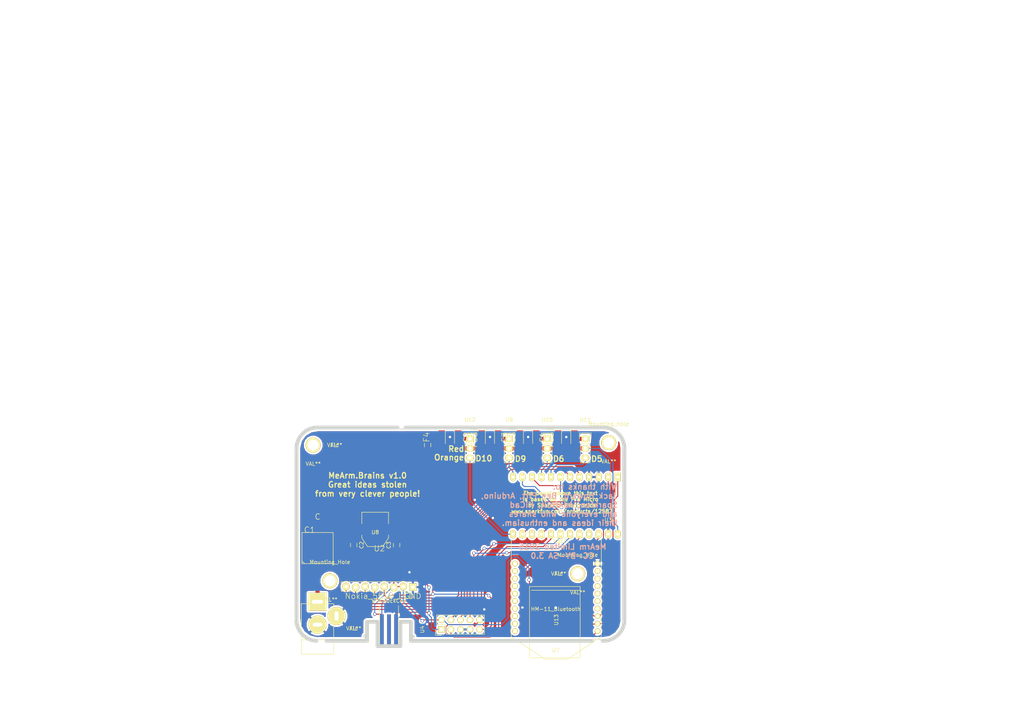
<source format=kicad_pcb>
(kicad_pcb (version 4) (host pcbnew "(2015-01-16 BZR 5376)-product")

  (general
    (links 62)
    (no_connects 3)
    (area 12.573 -41.798043 285.160877 146.404001)
    (thickness 1.6)
    (drawings 39)
    (tracks 361)
    (zones 0)
    (modules 42)
    (nets 54)
  )

  (page A4)
  (layers
    (0 F.Cu signal)
    (1 In1.Cu signal)
    (2 In2.Cu signal)
    (31 B.Cu signal)
    (32 B.Adhes user)
    (33 F.Adhes user)
    (34 B.Paste user)
    (35 F.Paste user)
    (36 B.SilkS user)
    (37 F.SilkS user)
    (38 B.Mask user)
    (39 F.Mask user)
    (40 Dwgs.User user)
    (41 Cmts.User user)
    (42 Eco1.User user)
    (43 Eco2.User user)
    (44 Edge.Cuts user)
    (45 Margin user)
    (46 B.CrtYd user)
    (47 F.CrtYd user)
    (48 B.Fab user)
    (49 F.Fab user)
  )

  (setup
    (last_trace_width 0.254)
    (user_trace_width 1.1)
    (user_trace_width 2)
    (trace_clearance 0.254)
    (zone_clearance 0.508)
    (zone_45_only no)
    (trace_min 0.254)
    (segment_width 0.2)
    (edge_width 1)
    (via_size 0.889)
    (via_drill 0.635)
    (via_min_size 0.889)
    (via_min_drill 0.508)
    (uvia_size 0.508)
    (uvia_drill 0.127)
    (uvias_allowed no)
    (uvia_min_size 0.508)
    (uvia_min_drill 0.127)
    (pcb_text_width 0.3)
    (pcb_text_size 1.5 1.5)
    (mod_edge_width 0.15)
    (mod_text_size 1 1)
    (mod_text_width 0.15)
    (pad_size 2 1.2)
    (pad_drill 0)
    (pad_to_mask_clearance 0)
    (aux_axis_origin 0 0)
    (visible_elements 7FFFF77F)
    (pcbplotparams
      (layerselection 0x010f0_80000001)
      (usegerberextensions true)
      (excludeedgelayer true)
      (linewidth 0.100000)
      (plotframeref false)
      (viasonmask false)
      (mode 1)
      (useauxorigin false)
      (hpglpennumber 1)
      (hpglpenspeed 20)
      (hpglpendiameter 15)
      (hpglpenoverlay 2)
      (psnegative false)
      (psa4output false)
      (plotreference false)
      (plotvalue false)
      (plotinvisibletext false)
      (padsonsilk false)
      (subtractmaskfromsilk true)
      (outputformat 1)
      (mirror false)
      (drillshape 0)
      (scaleselection 1)
      (outputdirectory Gerbers/))
  )

  (net 0 "")
  (net 1 GND)
  (net 2 +6V)
  (net 3 +3V3)
  (net 4 I2C_SDA)
  (net 5 I2C_SCLK)
  (net 6 BT_TX)
  (net 7 BT_RX)
  (net 8 LCD_DC)
  (net 9 RIGHT)
  (net 10 LEFT)
  (net 11 LCD_RST)
  (net 12 LCD_CE)
  (net 13 WAIST)
  (net 14 CLAW)
  (net 15 MOSI_D16)
  (net 16 MISO_D14)
  (net 17 SCLK_D15)
  (net 18 A0)
  (net 19 A1)
  (net 20 A2)
  (net 21 A3)
  (net 22 RST)
  (net 23 "Net-(U7-Pad1)")
  (net 24 "Net-(U7-Pad3)")
  (net 25 "Net-(U7-Pad5)")
  (net 26 "Net-(U7-Pad6)")
  (net 27 "Net-(U7-Pad7)")
  (net 28 "Net-(U7-Pad8)")
  (net 29 "Net-(U7-Pad10)")
  (net 30 "Net-(U7-Pad13)")
  (net 31 "Net-(U7-Pad14)")
  (net 32 "Net-(U7-Pad15)")
  (net 33 "Net-(U7-Pad16)")
  (net 34 "Net-(U13-Pad4)")
  (net 35 "Net-(U13-Pad5)")
  (net 36 "Net-(U13-Pad6)")
  (net 37 "Net-(U13-Pad7)")
  (net 38 "Net-(U13-Pad8)")
  (net 39 "Net-(U13-Pad9)")
  (net 40 "Net-(U13-Pad12)")
  (net 41 "Net-(U13-Pad13)")
  (net 42 "Net-(U13-Pad14)")
  (net 43 "Net-(U13-Pad15)")
  (net 44 "Net-(U13-Pad16)")
  (net 45 "Net-(U13-Pad17)")
  (net 46 "Net-(U13-Pad18)")
  (net 47 "Net-(U13-Pad19)")
  (net 48 "Net-(U13-Pad20)")
  (net 49 "Net-(U3-Pad21)")
  (net 50 "Net-(F1-Pad1)")
  (net 51 "Net-(F2-Pad1)")
  (net 52 "Net-(F3-Pad1)")
  (net 53 "Net-(F4-Pad1)")

  (net_class Default "This is the default net class."
    (clearance 0.254)
    (trace_width 0.254)
    (via_dia 0.889)
    (via_drill 0.635)
    (uvia_dia 0.508)
    (uvia_drill 0.127)
    (add_net +3V3)
    (add_net +6V)
    (add_net A0)
    (add_net A1)
    (add_net A2)
    (add_net A3)
    (add_net BT_RX)
    (add_net BT_TX)
    (add_net CLAW)
    (add_net GND)
    (add_net I2C_SCLK)
    (add_net I2C_SDA)
    (add_net LCD_CE)
    (add_net LCD_DC)
    (add_net LCD_RST)
    (add_net LEFT)
    (add_net MISO_D14)
    (add_net MOSI_D16)
    (add_net "Net-(F1-Pad1)")
    (add_net "Net-(F2-Pad1)")
    (add_net "Net-(F3-Pad1)")
    (add_net "Net-(F4-Pad1)")
    (add_net "Net-(U13-Pad12)")
    (add_net "Net-(U13-Pad13)")
    (add_net "Net-(U13-Pad14)")
    (add_net "Net-(U13-Pad15)")
    (add_net "Net-(U13-Pad16)")
    (add_net "Net-(U13-Pad17)")
    (add_net "Net-(U13-Pad18)")
    (add_net "Net-(U13-Pad19)")
    (add_net "Net-(U13-Pad20)")
    (add_net "Net-(U13-Pad4)")
    (add_net "Net-(U13-Pad5)")
    (add_net "Net-(U13-Pad6)")
    (add_net "Net-(U13-Pad7)")
    (add_net "Net-(U13-Pad8)")
    (add_net "Net-(U13-Pad9)")
    (add_net "Net-(U3-Pad21)")
    (add_net "Net-(U7-Pad1)")
    (add_net "Net-(U7-Pad10)")
    (add_net "Net-(U7-Pad13)")
    (add_net "Net-(U7-Pad14)")
    (add_net "Net-(U7-Pad15)")
    (add_net "Net-(U7-Pad16)")
    (add_net "Net-(U7-Pad3)")
    (add_net "Net-(U7-Pad5)")
    (add_net "Net-(U7-Pad6)")
    (add_net "Net-(U7-Pad7)")
    (add_net "Net-(U7-Pad8)")
    (add_net RIGHT)
    (add_net RST)
    (add_net SCLK_D15)
    (add_net WAIST)
  )

  (module Brains:HM-11_BT (layer F.Cu) (tedit 557AF0B5) (tstamp 55115D77)
    (at 160.528 114.554 180)
    (path /550C063F)
    (fp_text reference U7 (at 0 -17 180) (layer F.SilkS)
      (effects (font (size 1 1) (thickness 0.15)))
    )
    (fp_text value HM-11_Bluetooth (at 0 -6 180) (layer F.SilkS)
      (effects (font (size 1 1) (thickness 0.15)))
    )
    (fp_line (start -6.5 -19) (end -6.5 0) (layer F.SilkS) (width 0.15))
    (fp_line (start 7 -19) (end -6.5 -19) (layer F.SilkS) (width 0.15))
    (fp_line (start 6.5 -1) (end -6.5 -1) (layer F.SilkS) (width 0.15))
    (fp_line (start 7 -18) (end 7 -19) (layer F.SilkS) (width 0.15))
    (fp_line (start 7 0) (end 7 -18) (layer F.SilkS) (width 0.15))
    (fp_line (start -6.5 0) (end 7 0) (layer F.SilkS) (width 0.15))
    (pad 1 smd rect (at -6.5 -11.5 180) (size 2 1.2) (layers F.Cu F.Mask)
      (net 23 "Net-(U7-Pad1)"))
    (pad 2 smd rect (at -6.5 -10 180) (size 2 1.2) (layers F.Cu F.Mask)
      (net 6 BT_TX))
    (pad 3 smd rect (at -6.5 -8.5 180) (size 2 1.2) (layers F.Cu F.Mask)
      (net 24 "Net-(U7-Pad3)"))
    (pad 4 smd rect (at -6.5 -7 180) (size 2 1.2) (layers F.Cu F.Mask)
      (net 7 BT_RX))
    (pad 5 smd rect (at -6.5 -5.5 180) (size 2 1.2) (layers F.Cu F.Mask)
      (net 25 "Net-(U7-Pad5)"))
    (pad 6 smd rect (at -6.5 -4 180) (size 2 1.2) (layers F.Cu F.Mask)
      (net 26 "Net-(U7-Pad6)"))
    (pad 7 smd rect (at -6.5 -2.5 180) (size 2 1.2) (layers F.Cu F.Mask)
      (net 27 "Net-(U7-Pad7)"))
    (pad 8 smd rect (at -6.5 -1 180) (size 2 1.2) (layers F.Cu F.Mask)
      (net 28 "Net-(U7-Pad8)"))
    (pad 9 smd rect (at 7 -1 180) (size 2 1.2) (layers F.Cu F.Mask)
      (net 3 +3V3))
    (pad 10 smd rect (at 7 -2.5 180) (size 2 1.2) (layers F.Cu F.Mask)
      (net 29 "Net-(U7-Pad10)"))
    (pad 11 smd rect (at 7 -4 180) (size 2 1.2) (layers F.Cu F.Mask)
      (net 22 RST))
    (pad 12 smd rect (at 7 -5.5 180) (size 2 1.2) (layers F.Cu F.Mask)
      (net 1 GND))
    (pad 13 smd rect (at 7 -7 180) (size 2 1.2) (layers F.Cu F.Mask)
      (net 30 "Net-(U7-Pad13)"))
    (pad 14 smd rect (at 7 -8.5 180) (size 2 1.2) (layers F.Cu F.Mask)
      (net 31 "Net-(U7-Pad14)"))
    (pad 15 smd rect (at 7 -10 180) (size 2 1.2) (layers F.Cu F.Mask)
      (net 32 "Net-(U7-Pad15)"))
    (pad 16 smd rect (at 7 -11.5 180) (size 2 1.2) (layers F.Cu F.Mask)
      (net 33 "Net-(U7-Pad16)"))
  )

  (module WiiChuck (layer F.Cu) (tedit 557AF07C) (tstamp 5571A391)
    (at 116.078 119.634)
    (path /550C0BAD)
    (fp_text reference U1 (at 0 -2.54) (layer F.SilkS)
      (effects (font (size 1 1) (thickness 0.15)))
    )
    (fp_text value WiiChuckCon (at 0 -1.27) (layer F.SilkS)
      (effects (font (size 1 1) (thickness 0.15)))
    )
    (fp_line (start 2.54 10.795) (end 2.54 0) (layer F.SilkS) (width 0.15))
    (fp_line (start -2.54 10.795) (end -2.54 0) (layer F.SilkS) (width 0.15))
    (fp_line (start -2.54 10.795) (end 2.54 10.795) (layer F.SilkS) (width 0.15))
    (pad 1 smd rect (at -1.905 6.35) (size 1 8) (layers F.Cu F.Mask)
      (net 3 +3V3))
    (pad 2 smd rect (at 0 6.35) (size 1 8) (layers F.Cu F.Mask))
    (pad 3 smd rect (at 1.905 6.35) (size 1 8) (layers F.Cu F.Mask)
      (net 4 I2C_SDA))
    (pad 4 smd rect (at -1.905 6.35) (size 1 8) (layers B.Cu B.Mask)
      (net 5 I2C_SCLK))
    (pad 5 smd rect (at 0 6.35) (size 1 8) (layers B.Cu B.Paste B.Mask))
    (pad 6 smd rect (at 1.905 6.35) (size 1 8) (layers B.Cu B.Paste B.Mask)
      (net 1 GND))
  )

  (module Sockets_DIP:DIP-24__600_ELL (layer F.Cu) (tedit 5579B4B4) (tstamp 55115D2A)
    (at 163.068 92.964 180)
    (descr "24 pins DIL package, elliptical pads")
    (tags DIL)
    (path /550C12FC)
    (fp_text reference U3 (at -11.43 -3.81 180) (layer F.SilkS)
      (effects (font (size 1 1) (thickness 0.15)))
    )
    (fp_text value promicro (at 0 2.54 180) (layer F.Fab)
      (effects (font (size 1 1) (thickness 0.15)))
    )
    (pad 1 thru_hole rect (at -13.97 7.62 180) (size 1.5748 2.286) (drill 0.8128) (layers *.Cu *.Mask F.SilkS)
      (net 6 BT_TX))
    (pad 2 thru_hole oval (at -11.43 7.62 180) (size 1.5748 2.286) (drill 0.8128) (layers *.Cu *.Mask F.SilkS)
      (net 7 BT_RX))
    (pad 3 thru_hole oval (at -8.89 7.62 180) (size 1.5748 2.286) (drill 0.8128) (layers *.Cu *.Mask F.SilkS)
      (net 1 GND))
    (pad 4 thru_hole oval (at -6.35 7.62 180) (size 1.5748 2.286) (drill 0.8128) (layers *.Cu *.Mask F.SilkS)
      (net 1 GND))
    (pad 5 thru_hole oval (at -3.81 7.62 180) (size 1.5748 2.286) (drill 0.8128) (layers *.Cu *.Mask F.SilkS)
      (net 4 I2C_SDA))
    (pad 6 thru_hole oval (at -1.27 7.62 180) (size 1.5748 2.286) (drill 0.8128) (layers *.Cu *.Mask F.SilkS)
      (net 5 I2C_SCLK))
    (pad 7 thru_hole oval (at 1.27 7.62 180) (size 1.5748 2.286) (drill 0.8128) (layers *.Cu *.Mask F.SilkS)
      (net 8 LCD_DC))
    (pad 8 thru_hole oval (at 3.81 7.62 180) (size 1.5748 2.286) (drill 0.8128) (layers *.Cu *.Mask F.SilkS)
      (net 9 RIGHT))
    (pad 9 thru_hole oval (at 6.35 7.62 180) (size 1.5748 2.286) (drill 0.8128) (layers *.Cu *.Mask F.SilkS)
      (net 10 LEFT))
    (pad 10 thru_hole oval (at 8.89 7.62 180) (size 1.5748 2.286) (drill 0.8128) (layers *.Cu *.Mask F.SilkS)
      (net 11 LCD_RST))
    (pad 11 thru_hole oval (at 11.43 7.62 180) (size 1.5748 2.286) (drill 0.8128) (layers *.Cu *.Mask F.SilkS)
      (net 12 LCD_CE))
    (pad 12 thru_hole oval (at 13.97 7.62 180) (size 1.5748 2.286) (drill 0.8128) (layers *.Cu *.Mask F.SilkS)
      (net 13 WAIST))
    (pad 13 thru_hole oval (at 13.97 -7.62 180) (size 1.5748 2.286) (drill 0.8128) (layers *.Cu *.Mask F.SilkS)
      (net 14 CLAW))
    (pad 14 thru_hole oval (at 11.43 -7.62 180) (size 1.5748 2.286) (drill 0.8128) (layers *.Cu *.Mask F.SilkS)
      (net 15 MOSI_D16))
    (pad 15 thru_hole oval (at 8.89 -7.62 180) (size 1.5748 2.286) (drill 0.8128) (layers *.Cu *.Mask F.SilkS)
      (net 16 MISO_D14))
    (pad 16 thru_hole oval (at 6.35 -7.62 180) (size 1.5748 2.286) (drill 0.8128) (layers *.Cu *.Mask F.SilkS)
      (net 17 SCLK_D15))
    (pad 17 thru_hole oval (at 3.81 -7.62 180) (size 1.5748 2.286) (drill 0.8128) (layers *.Cu *.Mask F.SilkS)
      (net 18 A0))
    (pad 18 thru_hole oval (at 1.27 -7.62 180) (size 1.5748 2.286) (drill 0.8128) (layers *.Cu *.Mask F.SilkS)
      (net 19 A1))
    (pad 19 thru_hole oval (at -1.27 -7.62 180) (size 1.5748 2.286) (drill 0.8128) (layers *.Cu *.Mask F.SilkS)
      (net 20 A2))
    (pad 20 thru_hole oval (at -3.81 -7.62 180) (size 1.5748 2.286) (drill 0.8128) (layers *.Cu *.Mask F.SilkS)
      (net 21 A3))
    (pad 21 thru_hole oval (at -6.35 -7.62 180) (size 1.5748 2.286) (drill 0.8128) (layers *.Cu *.Mask F.SilkS)
      (net 49 "Net-(U3-Pad21)"))
    (pad 22 thru_hole oval (at -8.89 -7.62 180) (size 1.5748 2.286) (drill 0.8128) (layers *.Cu *.Mask F.SilkS)
      (net 22 RST))
    (pad 23 thru_hole oval (at -11.43 -7.62 180) (size 1.5748 2.286) (drill 0.8128) (layers *.Cu *.Mask F.SilkS)
      (net 1 GND))
    (pad 24 thru_hole oval (at -13.97 -7.62 180) (size 1.5748 2.286) (drill 0.8128) (layers *.Cu *.Mask F.SilkS)
      (net 2 +6V))
    (model Sockets_DIP.3dshapes/DIP-24__600_ELL.wrl
      (at (xyz 0 0 0))
      (scale (xyz 1 1 1))
      (rotate (xyz 0 0 0))
    )
  )

  (module Brains:TinyDrillHole (layer F.Cu) (tedit 5579B018) (tstamp 5579B5B3)
    (at 98.933 128.651)
    (fp_text reference "" (at 0 0) (layer F.SilkS)
      (effects (font (size 1 1) (thickness 0.15)))
    )
    (fp_text value "" (at 0 0 90) (layer F.SilkS)
      (effects (font (size 1 1) (thickness 0.15)))
    )
    (pad 2 thru_hole circle (at 0 0) (size 0.3 0.3) (drill 0.3) (layers *.Cu *.Mask F.SilkS))
  )

  (module Brains:TinyDrillHole (layer F.Cu) (tedit 5579B018) (tstamp 5579B5AF)
    (at 98.552 128.651)
    (fp_text reference "" (at 0 0) (layer F.SilkS)
      (effects (font (size 1 1) (thickness 0.15)))
    )
    (fp_text value "" (at 0 0 90) (layer F.SilkS)
      (effects (font (size 1 1) (thickness 0.15)))
    )
    (pad 2 thru_hole circle (at 0 0) (size 0.3 0.3) (drill 0.3) (layers *.Cu *.Mask F.SilkS))
  )

  (module Brains:TinyDrillHole (layer F.Cu) (tedit 5579B018) (tstamp 5579B5AB)
    (at 98.171 128.651)
    (fp_text reference "" (at 0 0) (layer F.SilkS)
      (effects (font (size 1 1) (thickness 0.15)))
    )
    (fp_text value "" (at 0 0 90) (layer F.SilkS)
      (effects (font (size 1 1) (thickness 0.15)))
    )
    (pad 2 thru_hole circle (at 0 0) (size 0.3 0.3) (drill 0.3) (layers *.Cu *.Mask F.SilkS))
  )

  (module Brains:TinyDrillHole (layer F.Cu) (tedit 5579B018) (tstamp 5579B5A7)
    (at 97.79 128.651)
    (fp_text reference "" (at 0 0) (layer F.SilkS)
      (effects (font (size 1 1) (thickness 0.15)))
    )
    (fp_text value "" (at 0 0 90) (layer F.SilkS)
      (effects (font (size 1 1) (thickness 0.15)))
    )
    (pad 2 thru_hole circle (at 0 0) (size 0.3 0.3) (drill 0.3) (layers *.Cu *.Mask F.SilkS))
  )

  (module TinyDrillHole (layer F.Cu) (tedit 5579B018) (tstamp 5579B5A3)
    (at 97.409 128.651)
    (fp_text reference "" (at 0 0) (layer F.SilkS)
      (effects (font (size 1 1) (thickness 0.15)))
    )
    (fp_text value "" (at 0 0 90) (layer F.SilkS)
      (effects (font (size 1 1) (thickness 0.15)))
    )
    (pad 2 thru_hole circle (at 0 0) (size 0.3 0.3) (drill 0.3) (layers *.Cu *.Mask F.SilkS))
  )

  (module Brains:TinyDrillHole (layer F.Cu) (tedit 5579B018) (tstamp 5579B58B)
    (at 172.339 128.651)
    (fp_text reference "" (at 0 0) (layer F.SilkS)
      (effects (font (size 1 1) (thickness 0.15)))
    )
    (fp_text value "" (at 0 0 90) (layer F.SilkS)
      (effects (font (size 1 1) (thickness 0.15)))
    )
    (pad 2 thru_hole circle (at 0 0) (size 0.3 0.3) (drill 0.3) (layers *.Cu *.Mask F.SilkS))
  )

  (module Brains:TinyDrillHole (layer F.Cu) (tedit 5579B018) (tstamp 5579B587)
    (at 171.958 128.651)
    (fp_text reference "" (at 0 0) (layer F.SilkS)
      (effects (font (size 1 1) (thickness 0.15)))
    )
    (fp_text value "" (at 0 0 90) (layer F.SilkS)
      (effects (font (size 1 1) (thickness 0.15)))
    )
    (pad 2 thru_hole circle (at 0 0) (size 0.3 0.3) (drill 0.3) (layers *.Cu *.Mask F.SilkS))
  )

  (module Brains:TinyDrillHole (layer F.Cu) (tedit 5579B018) (tstamp 5579B583)
    (at 171.577 128.651)
    (fp_text reference "" (at 0 0) (layer F.SilkS)
      (effects (font (size 1 1) (thickness 0.15)))
    )
    (fp_text value "" (at 0 0 90) (layer F.SilkS)
      (effects (font (size 1 1) (thickness 0.15)))
    )
    (pad 2 thru_hole circle (at 0 0) (size 0.3 0.3) (drill 0.3) (layers *.Cu *.Mask F.SilkS))
  )

  (module Brains:TinyDrillHole (layer F.Cu) (tedit 5579B018) (tstamp 5579B57F)
    (at 171.196 128.651)
    (fp_text reference "" (at 0 0) (layer F.SilkS)
      (effects (font (size 1 1) (thickness 0.15)))
    )
    (fp_text value "" (at 0 0 90) (layer F.SilkS)
      (effects (font (size 1 1) (thickness 0.15)))
    )
    (pad 2 thru_hole circle (at 0 0) (size 0.3 0.3) (drill 0.3) (layers *.Cu *.Mask F.SilkS))
  )

  (module TinyDrillHole (layer F.Cu) (tedit 5579B018) (tstamp 5579B57B)
    (at 170.815 128.651)
    (fp_text reference "" (at 0 0) (layer F.SilkS)
      (effects (font (size 1 1) (thickness 0.15)))
    )
    (fp_text value "" (at 0 0 90) (layer F.SilkS)
      (effects (font (size 1 1) (thickness 0.15)))
    )
    (pad 2 thru_hole circle (at 0 0) (size 0.3 0.3) (drill 0.3) (layers *.Cu *.Mask F.SilkS))
  )

  (module TinyDrillHole (layer F.Cu) (tedit 5579B018) (tstamp 55798979)
    (at 118.618 72.517)
    (fp_text reference "" (at 0 0) (layer F.SilkS)
      (effects (font (size 1 1) (thickness 0.15)))
    )
    (fp_text value "" (at 0 0 90) (layer F.SilkS)
      (effects (font (size 1 1) (thickness 0.15)))
    )
    (pad 2 thru_hole circle (at 0 0) (size 0.3 0.3) (drill 0.3) (layers *.Cu *.Mask F.SilkS))
  )

  (module Brains:Nokia5510LCD (layer F.Cu) (tedit 55794FD9) (tstamp 553F5A70)
    (at 113.538 112.014)
    (path /550BFF9E)
    (fp_text reference U2 (at 0 -7.62) (layer F.SilkS)
      (effects (font (size 1.5 1.5) (thickness 0.15)))
    )
    (fp_text value Nokia_5510_LCD (at 0 5.08) (layer F.SilkS)
      (effects (font (size 1.5 1.5) (thickness 0.15)))
    )
    (fp_text user GND (at 8.89 5.08) (layer F.SilkS)
      (effects (font (size 1.5 1.5) (thickness 0.15)))
    )
    (fp_line (start -10.16 1.27) (end 7.62 1.27) (layer F.SilkS) (width 0.15))
    (fp_line (start -10.16 1.27) (end -10.16 3.81) (layer F.SilkS) (width 0.15))
    (fp_line (start -10.16 3.81) (end 7.62 3.81) (layer F.SilkS) (width 0.15))
    (pad 1 thru_hole circle (at -8.89 2.54) (size 2 2) (drill 0.9) (layers *.Cu *.Mask F.SilkS)
      (net 11 LCD_RST))
    (pad 2 thru_hole circle (at -6.35 2.75) (size 2 2) (drill 1) (layers *.Cu *.Mask F.SilkS)
      (net 12 LCD_CE))
    (pad 3 thru_hole circle (at -3.81 2.54) (size 2 2) (drill 1) (layers *.Cu *.Mask F.SilkS)
      (net 8 LCD_DC))
    (pad 4 thru_hole circle (at -1.25 2.75) (size 2 2) (drill 1) (layers *.Cu *.Mask F.SilkS)
      (net 15 MOSI_D16))
    (pad 5 thru_hole circle (at 1.27 2.54) (size 2 2) (drill 1) (layers *.Cu *.Mask F.SilkS)
      (net 17 SCLK_D15))
    (pad 6 thru_hole circle (at 3.85 2.75) (size 2 2) (drill 1) (layers *.Cu *.Mask F.SilkS)
      (net 3 +3V3))
    (pad 7 thru_hole circle (at 6.35 2.54) (size 2 2) (drill 1) (layers *.Cu *.Mask F.SilkS)
      (net 3 +3V3))
    (pad 8 thru_hole rect (at 8.9 2.7) (size 2 2) (drill 1) (layers *.Cu *.Mask F.SilkS)
      (net 1 GND))
  )

  (module Fid (layer F.Cu) (tedit 5568676C) (tstamp 556863B5)
    (at 101.6 76.835)
    (fp_text reference Fid (at 0 0) (layer F.SilkS)
      (effects (font (size 1 1) (thickness 0.15)))
    )
    (fp_text value VAL** (at 0 0) (layer F.SilkS)
      (effects (font (size 1 1) (thickness 0.15)))
    )
    (pad 1 smd circle (at 0 0) (size 1 1) (layers F.Cu F.Paste F.Mask)
      (solder_mask_margin 1) (clearance 1) (zone_connect 0))
  )

  (module Brains:EEE1CA471UP_Capacitor (layer F.Cu) (tedit 55685F67) (tstamp 5565BE56)
    (at 97.155 104.14 180)
    (path /550C7FAE)
    (fp_text reference C1 (at 2.25 4.7 180) (layer F.SilkS)
      (effects (font (size 1.5 1.5) (thickness 0.15)))
    )
    (fp_text value C (at 0.1 8.2 180) (layer F.SilkS)
      (effects (font (size 1.5 1.5) (thickness 0.15)))
    )
    (fp_line (start 3.55 -4.3) (end 4.25 -3.6) (layer F.SilkS) (width 0.15))
    (fp_line (start -4.05 4) (end -4.05 -4.3) (layer F.SilkS) (width 0.15))
    (fp_line (start -4.05 -4.3) (end 4.25 -4.3) (layer F.SilkS) (width 0.15))
    (fp_line (start 4.25 -4.3) (end 4.25 4) (layer F.SilkS) (width 0.15))
    (fp_line (start 4.25 4) (end -3.95 4) (layer F.SilkS) (width 0.15))
    (pad 1 smd rect (at 0 -3.25 180) (size 1.1 3.6) (layers F.Cu F.Paste F.Mask)
      (net 2 +6V))
    (pad 2 smd rect (at 0 3.25 180) (size 1.1 3.6) (layers F.Cu F.Paste F.Mask)
      (net 1 GND))
  )

  (module Pin_Headers:Pin_Header_Straight_2x05 (layer F.Cu) (tedit 55685E74) (tstamp 55115D44)
    (at 130.048 125.984 90)
    (descr "Through hole pin header")
    (tags "pin header")
    (path /550C095A)
    (fp_text reference U4 (at 0 -5.1 90) (layer F.SilkS)
      (effects (font (size 1 1) (thickness 0.15)))
    )
    (fp_text value JoyConnectISP (at -3.556 5.207 360) (layer F.Fab)
      (effects (font (size 1 1) (thickness 0.15)))
    )
    (fp_line (start -1.75 -1.75) (end -1.75 11.95) (layer F.CrtYd) (width 0.05))
    (fp_line (start 4.3 -1.75) (end 4.3 11.95) (layer F.CrtYd) (width 0.05))
    (fp_line (start -1.75 -1.75) (end 4.3 -1.75) (layer F.CrtYd) (width 0.05))
    (fp_line (start -1.75 11.95) (end 4.3 11.95) (layer F.CrtYd) (width 0.05))
    (fp_line (start 3.81 -1.27) (end 3.81 11.43) (layer F.SilkS) (width 0.15))
    (fp_line (start 3.81 11.43) (end -1.27 11.43) (layer F.SilkS) (width 0.15))
    (fp_line (start -1.27 11.43) (end -1.27 1.27) (layer F.SilkS) (width 0.15))
    (fp_line (start 3.81 -1.27) (end 1.27 -1.27) (layer F.SilkS) (width 0.15))
    (fp_line (start 0 -1.55) (end -1.55 -1.55) (layer F.SilkS) (width 0.15))
    (fp_line (start 1.27 -1.27) (end 1.27 1.27) (layer F.SilkS) (width 0.15))
    (fp_line (start 1.27 1.27) (end -1.27 1.27) (layer F.SilkS) (width 0.15))
    (fp_line (start -1.55 -1.55) (end -1.55 0) (layer F.SilkS) (width 0.15))
    (pad 1 thru_hole rect (at 0 0 90) (size 1.7272 1.7272) (drill 1.016) (layers *.Cu *.Mask F.SilkS)
      (net 4 I2C_SDA))
    (pad 2 thru_hole oval (at 2.54 0 90) (size 1.7272 1.7272) (drill 1.016) (layers *.Cu *.Mask F.SilkS)
      (net 3 +3V3))
    (pad 3 thru_hole oval (at 0 2.54 90) (size 1.7272 1.7272) (drill 1.016) (layers *.Cu *.Mask F.SilkS)
      (net 18 A0))
    (pad 4 thru_hole oval (at 2.54 2.54 90) (size 1.7272 1.7272) (drill 1.016) (layers *.Cu *.Mask F.SilkS)
      (net 21 A3))
    (pad 5 thru_hole oval (at 0 5.08 90) (size 1.7272 1.7272) (drill 1.016) (layers *.Cu *.Mask F.SilkS)
      (net 1 GND))
    (pad 6 thru_hole oval (at 2.54 5.08 90) (size 1.7272 1.7272) (drill 1.016) (layers *.Cu *.Mask F.SilkS)
      (net 20 A2))
    (pad 7 thru_hole oval (at 0 7.62 90) (size 1.7272 1.7272) (drill 1.016) (layers *.Cu *.Mask F.SilkS)
      (net 1 GND))
    (pad 8 thru_hole oval (at 2.54 7.62 90) (size 1.7272 1.7272) (drill 1.016) (layers *.Cu *.Mask F.SilkS)
      (net 19 A1))
    (pad 9 thru_hole oval (at 0 10.16 90) (size 1.7272 1.7272) (drill 1.016) (layers *.Cu *.Mask F.SilkS)
      (net 5 I2C_SCLK))
    (pad 10 thru_hole oval (at 2.54 10.16 90) (size 1.7272 1.7272) (drill 1.016) (layers *.Cu *.Mask F.SilkS)
      (net 1 GND))
    (model Pin_Headers.3dshapes/Pin_Header_Straight_2x05.wrl
      (at (xyz 0.05 -0.2 0))
      (scale (xyz 1 1 1))
      (rotate (xyz 0 0 90))
    )
  )

  (module Connect:JACK_ALIM (layer F.Cu) (tedit 55794F2D) (tstamp 55115D4B)
    (at 97.028 124.714 90)
    (descr "module 1 pin (ou trou mecanique de percage)")
    (tags "CONN JACK")
    (path /550C0A0B)
    (fp_text reference U5 (at 0.254 -5.588 90) (layer F.SilkS)
      (effects (font (size 1 1) (thickness 0.15)))
    )
    (fp_text value JACK_2MM1 (at -5.08 5.588 90) (layer F.Fab)
      (effects (font (size 1 1) (thickness 0.15)))
    )
    (fp_line (start -7.112 -4.318) (end -7.874 -4.318) (layer F.SilkS) (width 0.15))
    (fp_line (start -7.874 -4.318) (end -7.874 4.318) (layer F.SilkS) (width 0.15))
    (fp_line (start -7.874 4.318) (end -7.112 4.318) (layer F.SilkS) (width 0.15))
    (fp_line (start -4.064 -4.318) (end -4.064 4.318) (layer F.SilkS) (width 0.15))
    (fp_line (start 5.588 -4.318) (end 5.588 4.318) (layer F.SilkS) (width 0.15))
    (fp_line (start -7.112 4.318) (end 5.588 4.318) (layer F.SilkS) (width 0.15))
    (fp_line (start -7.112 -4.318) (end 5.588 -4.318) (layer F.SilkS) (width 0.15))
    (pad 2 thru_hole circle (at 0 0 90) (size 4.8006 4.8006) (drill oval 1.016 2.54) (layers *.Cu *.Mask F.SilkS)
      (net 1 GND))
    (pad 1 thru_hole rect (at 6.096 0 90) (size 4.8006 4.8006) (drill oval 1.016 3) (layers *.Cu *.Mask F.SilkS)
      (net 2 +6V))
    (pad 3 thru_hole circle (at 2.286 5.08 90) (size 4.8006 4.8006) (drill oval 2.54 1.016) (layers *.Cu *.Mask F.SilkS)
      (net 1 GND))
    (model Connect.3dshapes/JACK_ALIM.wrl
      (at (xyz 0 0 0))
      (scale (xyz 0.8 0.8 0.8))
      (rotate (xyz 0 0 0))
    )
  )

  (module SMD_Packages:SOT-223 (layer F.Cu) (tedit 5565C196) (tstamp 55115D7F)
    (at 112.395 99.314 180)
    (descr "module CMS SOT223 4 pins")
    (tags "CMS SOT")
    (path /550C408A)
    (attr smd)
    (fp_text reference U8 (at 0 -0.762 180) (layer F.SilkS)
      (effects (font (size 1 1) (thickness 0.15)))
    )
    (fp_text value AP1117_V_REG (at 0 0.762 180) (layer F.Fab)
      (effects (font (size 1 1) (thickness 0.15)))
    )
    (fp_line (start -3.556 1.524) (end -3.556 4.572) (layer F.SilkS) (width 0.15))
    (fp_line (start -3.556 4.572) (end 3.556 4.572) (layer F.SilkS) (width 0.15))
    (fp_line (start 3.556 4.572) (end 3.556 1.524) (layer F.SilkS) (width 0.15))
    (fp_line (start -3.556 -1.524) (end -3.556 -2.286) (layer F.SilkS) (width 0.15))
    (fp_line (start -3.556 -2.286) (end -2.032 -4.572) (layer F.SilkS) (width 0.15))
    (fp_line (start -2.032 -4.572) (end 2.032 -4.572) (layer F.SilkS) (width 0.15))
    (fp_line (start 2.032 -4.572) (end 3.556 -2.286) (layer F.SilkS) (width 0.15))
    (fp_line (start 3.556 -2.286) (end 3.556 -1.524) (layer F.SilkS) (width 0.15))
    (pad 4 smd rect (at 0 -3.302 180) (size 3.6576 2.032) (layers F.Cu F.Paste F.Mask))
    (pad 2 smd rect (at 0 3.302 180) (size 1.016 2.032) (layers F.Cu F.Paste F.Mask)
      (net 3 +3V3))
    (pad 3 smd rect (at 2.286 3.302 180) (size 1.016 2.032) (layers F.Cu F.Paste F.Mask)
      (net 2 +6V))
    (pad 1 smd rect (at -2.286 3.302 180) (size 1.016 2.032) (layers F.Cu F.Paste F.Mask)
      (net 1 GND))
    (model SMD_Packages.3dshapes/SOT-223.wrl
      (at (xyz 0 0 0))
      (scale (xyz 0.4 0.4 0.4))
      (rotate (xyz 0 0 0))
    )
  )

  (module Pin_Headers:Pin_Header_Straight_1x03 (layer F.Cu) (tedit 557964A9) (tstamp 55115D91)
    (at 148.082 75.184)
    (descr "Through hole pin header")
    (tags "pin header")
    (path /550C0236)
    (fp_text reference U9 (at 0 -5.1) (layer F.SilkS)
      (effects (font (size 1 1) (thickness 0.15)))
    )
    (fp_text value "" (at 0 -3.1) (layer F.Fab)
      (effects (font (size 1 1) (thickness 0.15)))
    )
    (fp_line (start -1.75 -1.75) (end -1.75 6.85) (layer F.CrtYd) (width 0.05))
    (fp_line (start 1.75 -1.75) (end 1.75 6.85) (layer F.CrtYd) (width 0.05))
    (fp_line (start -1.75 -1.75) (end 1.75 -1.75) (layer F.CrtYd) (width 0.05))
    (fp_line (start -1.75 6.85) (end 1.75 6.85) (layer F.CrtYd) (width 0.05))
    (fp_line (start -1.27 1.27) (end -1.27 6.35) (layer F.SilkS) (width 0.15))
    (fp_line (start -1.27 6.35) (end 1.27 6.35) (layer F.SilkS) (width 0.15))
    (fp_line (start 1.27 6.35) (end 1.27 1.27) (layer F.SilkS) (width 0.15))
    (fp_line (start 1.55 -1.55) (end 1.55 0) (layer F.SilkS) (width 0.15))
    (fp_line (start 1.27 1.27) (end -1.27 1.27) (layer F.SilkS) (width 0.15))
    (fp_line (start -1.55 0) (end -1.55 -1.55) (layer F.SilkS) (width 0.15))
    (fp_line (start -1.55 -1.55) (end 1.55 -1.55) (layer F.SilkS) (width 0.15))
    (pad 1 thru_hole rect (at 0 0) (size 2.032 1.7272) (drill 1.016) (layers *.Cu *.Mask F.SilkS)
      (net 50 "Net-(F1-Pad1)"))
    (pad 2 thru_hole oval (at 0 2.54) (size 2.032 1.7272) (drill 1.016) (layers *.Cu *.Mask F.SilkS)
      (net 2 +6V))
    (pad 3 thru_hole oval (at 0 5.08) (size 2.032 1.7272) (drill 1.016) (layers *.Cu *.Mask F.SilkS)
      (net 13 WAIST))
    (model Pin_Headers.3dshapes/Pin_Header_Straight_1x03.wrl
      (at (xyz 0 -0.1 0))
      (scale (xyz 1 1 1))
      (rotate (xyz 0 0 90))
    )
  )

  (module Pin_Headers:Pin_Header_Straight_1x03 (layer F.Cu) (tedit 557964AD) (tstamp 55115DA3)
    (at 158.242 75.184)
    (descr "Through hole pin header")
    (tags "pin header")
    (path /550C01D9)
    (fp_text reference U10 (at 0 -5.1) (layer F.SilkS)
      (effects (font (size 1 1) (thickness 0.15)))
    )
    (fp_text value "" (at 0 -3.1) (layer F.Fab)
      (effects (font (size 1 1) (thickness 0.15)))
    )
    (fp_line (start -1.75 -1.75) (end -1.75 6.85) (layer F.CrtYd) (width 0.05))
    (fp_line (start 1.75 -1.75) (end 1.75 6.85) (layer F.CrtYd) (width 0.05))
    (fp_line (start -1.75 -1.75) (end 1.75 -1.75) (layer F.CrtYd) (width 0.05))
    (fp_line (start -1.75 6.85) (end 1.75 6.85) (layer F.CrtYd) (width 0.05))
    (fp_line (start -1.27 1.27) (end -1.27 6.35) (layer F.SilkS) (width 0.15))
    (fp_line (start -1.27 6.35) (end 1.27 6.35) (layer F.SilkS) (width 0.15))
    (fp_line (start 1.27 6.35) (end 1.27 1.27) (layer F.SilkS) (width 0.15))
    (fp_line (start 1.55 -1.55) (end 1.55 0) (layer F.SilkS) (width 0.15))
    (fp_line (start 1.27 1.27) (end -1.27 1.27) (layer F.SilkS) (width 0.15))
    (fp_line (start -1.55 0) (end -1.55 -1.55) (layer F.SilkS) (width 0.15))
    (fp_line (start -1.55 -1.55) (end 1.55 -1.55) (layer F.SilkS) (width 0.15))
    (pad 1 thru_hole rect (at 0 0) (size 2.032 1.7272) (drill 1.016) (layers *.Cu *.Mask F.SilkS)
      (net 51 "Net-(F2-Pad1)"))
    (pad 2 thru_hole oval (at 0 2.54) (size 2.032 1.7272) (drill 1.016) (layers *.Cu *.Mask F.SilkS)
      (net 2 +6V))
    (pad 3 thru_hole oval (at 0 5.08) (size 2.032 1.7272) (drill 1.016) (layers *.Cu *.Mask F.SilkS)
      (net 10 LEFT))
    (model Pin_Headers.3dshapes/Pin_Header_Straight_1x03.wrl
      (at (xyz 0 -0.1 0))
      (scale (xyz 1 1 1))
      (rotate (xyz 0 0 90))
    )
  )

  (module Pin_Headers:Pin_Header_Straight_1x03 (layer F.Cu) (tedit 557964B3) (tstamp 55115DB5)
    (at 168.402 75.184)
    (descr "Through hole pin header")
    (tags "pin header")
    (path /550C0186)
    (fp_text reference U11 (at 0 -5.1) (layer F.SilkS)
      (effects (font (size 1 1) (thickness 0.15)))
    )
    (fp_text value "" (at 0 -3.1) (layer F.Fab)
      (effects (font (size 1 1) (thickness 0.15)))
    )
    (fp_line (start -1.75 -1.75) (end -1.75 6.85) (layer F.CrtYd) (width 0.05))
    (fp_line (start 1.75 -1.75) (end 1.75 6.85) (layer F.CrtYd) (width 0.05))
    (fp_line (start -1.75 -1.75) (end 1.75 -1.75) (layer F.CrtYd) (width 0.05))
    (fp_line (start -1.75 6.85) (end 1.75 6.85) (layer F.CrtYd) (width 0.05))
    (fp_line (start -1.27 1.27) (end -1.27 6.35) (layer F.SilkS) (width 0.15))
    (fp_line (start -1.27 6.35) (end 1.27 6.35) (layer F.SilkS) (width 0.15))
    (fp_line (start 1.27 6.35) (end 1.27 1.27) (layer F.SilkS) (width 0.15))
    (fp_line (start 1.55 -1.55) (end 1.55 0) (layer F.SilkS) (width 0.15))
    (fp_line (start 1.27 1.27) (end -1.27 1.27) (layer F.SilkS) (width 0.15))
    (fp_line (start -1.55 0) (end -1.55 -1.55) (layer F.SilkS) (width 0.15))
    (fp_line (start -1.55 -1.55) (end 1.55 -1.55) (layer F.SilkS) (width 0.15))
    (pad 1 thru_hole rect (at 0 0) (size 2.032 1.7272) (drill 1.016) (layers *.Cu *.Mask F.SilkS)
      (net 52 "Net-(F3-Pad1)"))
    (pad 2 thru_hole oval (at 0 2.54) (size 2.032 1.7272) (drill 1.016) (layers *.Cu *.Mask F.SilkS)
      (net 2 +6V))
    (pad 3 thru_hole oval (at 0 5.08) (size 2.032 1.7272) (drill 1.016) (layers *.Cu *.Mask F.SilkS)
      (net 9 RIGHT))
    (model Pin_Headers.3dshapes/Pin_Header_Straight_1x03.wrl
      (at (xyz 0 -0.1 0))
      (scale (xyz 1 1 1))
      (rotate (xyz 0 0 90))
    )
  )

  (module Pin_Headers:Pin_Header_Straight_1x03 (layer F.Cu) (tedit 557964A3) (tstamp 553FA077)
    (at 137.668 75.184)
    (descr "Through hole pin header")
    (tags "pin header")
    (path /550C0141)
    (fp_text reference U12 (at 0 -5.1) (layer F.SilkS)
      (effects (font (size 1 1) (thickness 0.15)))
    )
    (fp_text value "" (at 0 -3.1) (layer F.Fab)
      (effects (font (size 1 1) (thickness 0.15)))
    )
    (fp_line (start -1.75 -1.75) (end -1.75 6.85) (layer F.CrtYd) (width 0.05))
    (fp_line (start 1.75 -1.75) (end 1.75 6.85) (layer F.CrtYd) (width 0.05))
    (fp_line (start -1.75 -1.75) (end 1.75 -1.75) (layer F.CrtYd) (width 0.05))
    (fp_line (start -1.75 6.85) (end 1.75 6.85) (layer F.CrtYd) (width 0.05))
    (fp_line (start -1.27 1.27) (end -1.27 6.35) (layer F.SilkS) (width 0.15))
    (fp_line (start -1.27 6.35) (end 1.27 6.35) (layer F.SilkS) (width 0.15))
    (fp_line (start 1.27 6.35) (end 1.27 1.27) (layer F.SilkS) (width 0.15))
    (fp_line (start 1.55 -1.55) (end 1.55 0) (layer F.SilkS) (width 0.15))
    (fp_line (start 1.27 1.27) (end -1.27 1.27) (layer F.SilkS) (width 0.15))
    (fp_line (start -1.55 0) (end -1.55 -1.55) (layer F.SilkS) (width 0.15))
    (fp_line (start -1.55 -1.55) (end 1.55 -1.55) (layer F.SilkS) (width 0.15))
    (pad 1 thru_hole rect (at 0 0) (size 2.032 1.7272) (drill 1.016) (layers *.Cu *.Mask F.SilkS)
      (net 53 "Net-(F4-Pad1)"))
    (pad 2 thru_hole oval (at 0 2.54) (size 2.032 1.7272) (drill 1.016) (layers *.Cu *.Mask F.SilkS)
      (net 2 +6V))
    (pad 3 thru_hole oval (at 0 5.08) (size 2.032 1.7272) (drill 1.016) (layers *.Cu *.Mask F.SilkS)
      (net 14 CLAW))
    (model Pin_Headers.3dshapes/Pin_Header_Straight_1x03.wrl
      (at (xyz 0 -0.1 0))
      (scale (xyz 1 1 1))
      (rotate (xyz 0 0 90))
    )
  )

  (module Brains:XBEE (layer F.Cu) (tedit 55115F7B) (tstamp 55798499)
    (at 160.655 114.935 180)
    (path /55115AD3)
    (fp_text reference U13 (at 0 -8.5 270) (layer F.SilkS)
      (effects (font (size 1 1) (thickness 0.15)))
    )
    (fp_text value XBEE (at -1 12.5 180) (layer F.SilkS)
      (effects (font (size 1 1) (thickness 0.15)))
    )
    (fp_line (start -12 -13) (end -3 -19) (layer F.SilkS) (width 0.15))
    (fp_line (start -3 -19) (end 3 -19) (layer F.SilkS) (width 0.15))
    (fp_line (start 3 -19) (end 12 -13) (layer F.SilkS) (width 0.15))
    (fp_line (start 12 -13) (end 12 13) (layer F.SilkS) (width 0.15))
    (fp_line (start -12 -13) (end -12 13) (layer F.SilkS) (width 0.15))
    (fp_line (start -11 13.5) (end 11 13.5) (layer F.SilkS) (width 0.15))
    (pad 1 thru_hole circle (at -11 -11.5 180) (size 1.5 1.5) (drill 0.8) (layers *.Cu *.Mask F.SilkS)
      (net 3 +3V3))
    (pad 2 thru_hole circle (at -11 -9.5 180) (size 1.5 1.5) (drill 0.8) (layers *.Cu *.Mask F.SilkS)
      (net 6 BT_TX))
    (pad 3 thru_hole circle (at -11 -7.5 180) (size 1.5 1.5) (drill 0.8) (layers *.Cu *.Mask F.SilkS)
      (net 7 BT_RX))
    (pad 4 thru_hole circle (at -11 -5.5 180) (size 1.5 1.5) (drill 0.8) (layers *.Cu *.Mask F.SilkS)
      (net 34 "Net-(U13-Pad4)"))
    (pad 5 thru_hole circle (at -11 -3.5 180) (size 1.5 1.5) (drill 0.8) (layers *.Cu *.Mask F.SilkS)
      (net 35 "Net-(U13-Pad5)"))
    (pad 6 thru_hole circle (at -11 -1.5 180) (size 1.5 1.5) (drill 0.8) (layers *.Cu *.Mask F.SilkS)
      (net 36 "Net-(U13-Pad6)"))
    (pad 7 thru_hole circle (at -11 0.5 180) (size 1.5 1.5) (drill 0.8) (layers *.Cu *.Mask F.SilkS)
      (net 37 "Net-(U13-Pad7)"))
    (pad 8 thru_hole circle (at -11 2.5 180) (size 1.5 1.5) (drill 0.8) (layers *.Cu *.Mask F.SilkS)
      (net 38 "Net-(U13-Pad8)"))
    (pad 9 thru_hole circle (at -11 4.5 180) (size 1.5 1.5) (drill 0.8) (layers *.Cu *.Mask F.SilkS)
      (net 39 "Net-(U13-Pad9)"))
    (pad 10 thru_hole circle (at -11 6.5 180) (size 1.5 1.5) (drill 0.8) (layers *.Cu *.Mask F.SilkS)
      (net 1 GND))
    (pad 11 thru_hole circle (at 11 6.5 180) (size 1.5 1.5) (drill 0.8) (layers *.Cu *.Mask F.SilkS))
    (pad 12 thru_hole circle (at 11 4.5 180) (size 1.5 1.5) (drill 0.8) (layers *.Cu *.Mask F.SilkS)
      (net 40 "Net-(U13-Pad12)"))
    (pad 13 thru_hole circle (at 11 2.5 180) (size 1.5 1.5) (drill 0.8) (layers *.Cu *.Mask F.SilkS)
      (net 41 "Net-(U13-Pad13)"))
    (pad 14 thru_hole circle (at 11 0.5 180) (size 1.5 1.5) (drill 0.8) (layers *.Cu *.Mask F.SilkS)
      (net 42 "Net-(U13-Pad14)"))
    (pad 15 thru_hole circle (at 11 -1.5 180) (size 1.5 1.5) (drill 0.8) (layers *.Cu *.Mask F.SilkS)
      (net 43 "Net-(U13-Pad15)"))
    (pad 16 thru_hole circle (at 11 -3.5 180) (size 1.5 1.5) (drill 0.8) (layers *.Cu *.Mask F.SilkS)
      (net 44 "Net-(U13-Pad16)"))
    (pad 17 thru_hole circle (at 11 -5.5 180) (size 1.5 1.5) (drill 0.8) (layers *.Cu *.Mask F.SilkS)
      (net 45 "Net-(U13-Pad17)"))
    (pad 18 thru_hole circle (at 11 -7.5 180) (size 1.5 1.5) (drill 0.8) (layers *.Cu *.Mask F.SilkS)
      (net 46 "Net-(U13-Pad18)"))
    (pad 19 thru_hole circle (at 11 -9.5 180) (size 1.5 1.5) (drill 0.8) (layers *.Cu *.Mask F.SilkS)
      (net 47 "Net-(U13-Pad19)"))
    (pad 20 thru_hole circle (at 11 -11.5 180) (size 1.5 1.5) (drill 0.8) (layers *.Cu *.Mask F.SilkS)
      (net 48 "Net-(U13-Pad20)"))
  )

  (module Brains:Surface_Mount_1812_Polyfuse (layer F.Cu) (tedit 553F9EF1) (tstamp 553FA092)
    (at 163.322 74.676 270)
    (path /553F9866)
    (fp_text reference F1 (at 0.05 6.25 270) (layer F.SilkS)
      (effects (font (size 1.5 1.5) (thickness 0.15)))
    )
    (fp_text value FUSE (at 0.05 4.15 270) (layer F.SilkS)
      (effects (font (size 1.5 1.5) (thickness 0.15)))
    )
    (fp_line (start -1.75 -1.2) (end 1.75 -1.2) (layer F.SilkS) (width 0.15))
    (fp_line (start -1.75 1.25) (end 1.75 1.25) (layer F.SilkS) (width 0.15))
    (pad 1 smd rect (at 0 -2.17 270) (size 3.5 1.78) (layers F.Cu F.Paste F.Mask)
      (net 50 "Net-(F1-Pad1)"))
    (pad 2 smd rect (at 0 2.17 270) (size 3.5 1.78) (layers F.Cu F.Paste F.Mask)
      (net 1 GND))
  )

  (module Brains:Surface_Mount_1812_Polyfuse (layer F.Cu) (tedit 553F9EF1) (tstamp 553FA064)
    (at 143.002 74.676 270)
    (path /553FA0A7)
    (fp_text reference F2 (at 0.05 6.25 270) (layer F.SilkS)
      (effects (font (size 1.5 1.5) (thickness 0.15)))
    )
    (fp_text value FUSE (at 0.05 4.15 270) (layer F.SilkS)
      (effects (font (size 1.5 1.5) (thickness 0.15)))
    )
    (fp_line (start -1.75 -1.2) (end 1.75 -1.2) (layer F.SilkS) (width 0.15))
    (fp_line (start -1.75 1.25) (end 1.75 1.25) (layer F.SilkS) (width 0.15))
    (pad 1 smd rect (at 0 -2.17 270) (size 3.5 1.78) (layers F.Cu F.Paste F.Mask)
      (net 51 "Net-(F2-Pad1)"))
    (pad 2 smd rect (at 0 2.17 270) (size 3.5 1.78) (layers F.Cu F.Paste F.Mask)
      (net 1 GND))
  )

  (module Brains:Surface_Mount_1812_Polyfuse (layer F.Cu) (tedit 553F9EF1) (tstamp 553F9FD0)
    (at 153.162 74.676 270)
    (path /553FA0F2)
    (fp_text reference F3 (at 0.05 6.25 270) (layer F.SilkS)
      (effects (font (size 1.5 1.5) (thickness 0.15)))
    )
    (fp_text value FUSE (at 0.05 4.15 270) (layer F.SilkS)
      (effects (font (size 1.5 1.5) (thickness 0.15)))
    )
    (fp_line (start -1.75 -1.2) (end 1.75 -1.2) (layer F.SilkS) (width 0.15))
    (fp_line (start -1.75 1.25) (end 1.75 1.25) (layer F.SilkS) (width 0.15))
    (pad 1 smd rect (at 0 -2.17 270) (size 3.5 1.78) (layers F.Cu F.Paste F.Mask)
      (net 52 "Net-(F3-Pad1)"))
    (pad 2 smd rect (at 0 2.17 270) (size 3.5 1.78) (layers F.Cu F.Paste F.Mask)
      (net 1 GND))
  )

  (module Brains:Surface_Mount_1812_Polyfuse (layer F.Cu) (tedit 55796638) (tstamp 553F9FD8)
    (at 132.334 74.676 270)
    (path /553FA125)
    (fp_text reference F4 (at 0.05 6.25 270) (layer F.SilkS)
      (effects (font (size 1.5 1.5) (thickness 0.15)))
    )
    (fp_text value FUSE (at 0.05 4.15 270) (layer F.SilkS) hide
      (effects (font (size 1.5 1.5) (thickness 0.15)))
    )
    (fp_line (start -1.75 -1.2) (end 1.75 -1.2) (layer F.SilkS) (width 0.15))
    (fp_line (start -1.75 1.25) (end 1.75 1.25) (layer F.SilkS) (width 0.15))
    (pad 1 smd rect (at 0 -2.17 270) (size 3.5 1.78) (layers F.Cu F.Paste F.Mask)
      (net 53 "Net-(F4-Pad1)"))
    (pad 2 smd rect (at 0 2.17 270) (size 3.5 1.78) (layers F.Cu F.Paste F.Mask)
      (net 1 GND))
  )

  (module Brains:Mounting_Hole (layer F.Cu) (tedit 5579624A) (tstamp 553FB05A)
    (at 95.885 76.835)
    (fp_text reference "" (at 0 -5) (layer F.SilkS)
      (effects (font (size 1 1) (thickness 0.15)))
    )
    (fp_text value VAL** (at 0 5) (layer F.SilkS)
      (effects (font (size 1 1) (thickness 0.15)))
    )
    (pad "" thru_hole circle (at 0 0) (size 4 4) (drill 3) (layers *.Cu *.Mask F.SilkS))
  )

  (module Brains:Mounting_Hole (layer F.Cu) (tedit 551415F3) (tstamp 553FB06C)
    (at 174.625 76.2)
    (fp_text reference Mounting_Hole (at 0 -5) (layer F.SilkS)
      (effects (font (size 1 1) (thickness 0.15)))
    )
    (fp_text value VAL** (at 0 5) (layer F.SilkS)
      (effects (font (size 1 1) (thickness 0.15)))
    )
    (pad "" thru_hole circle (at 0 0) (size 4 4) (drill 3) (layers *.Cu *.Mask F.SilkS))
  )

  (module Brains:Mounting_Hole (layer F.Cu) (tedit 551415F3) (tstamp 553FB07A)
    (at 100.33 113.03)
    (fp_text reference Mounting_Hole (at 0 -5) (layer F.SilkS)
      (effects (font (size 1 1) (thickness 0.15)))
    )
    (fp_text value VAL** (at 0 5) (layer F.SilkS)
      (effects (font (size 1 1) (thickness 0.15)))
    )
    (pad "" thru_hole circle (at 0 0) (size 4 4) (drill 3) (layers *.Cu *.Mask F.SilkS))
  )

  (module Brains:Mounting_Hole (layer F.Cu) (tedit 551415F3) (tstamp 553FB083)
    (at 166.37 111.125)
    (fp_text reference Mounting_Hole (at 0 -5) (layer F.SilkS)
      (effects (font (size 1 1) (thickness 0.15)))
    )
    (fp_text value VAL** (at 0 5) (layer F.SilkS)
      (effects (font (size 1 1) (thickness 0.15)))
    )
    (pad "" thru_hole circle (at 0 0) (size 4 4) (drill 3) (layers *.Cu *.Mask F.SilkS))
  )

  (module Capacitors_SMD:C_0805 (layer F.Cu) (tedit 5415D6EA) (tstamp 5565C0E5)
    (at 106.68 103.505 270)
    (descr "Capacitor SMD 0805, reflow soldering, AVX (see smccp.pdf)")
    (tags "capacitor 0805")
    (path /550C43DC)
    (attr smd)
    (fp_text reference C2 (at 0 -2.1 270) (layer F.SilkS)
      (effects (font (size 1 1) (thickness 0.15)))
    )
    (fp_text value 10uF (at 0 2.1 270) (layer F.Fab)
      (effects (font (size 1 1) (thickness 0.15)))
    )
    (fp_line (start -1.8 -1) (end 1.8 -1) (layer F.CrtYd) (width 0.05))
    (fp_line (start -1.8 1) (end 1.8 1) (layer F.CrtYd) (width 0.05))
    (fp_line (start -1.8 -1) (end -1.8 1) (layer F.CrtYd) (width 0.05))
    (fp_line (start 1.8 -1) (end 1.8 1) (layer F.CrtYd) (width 0.05))
    (fp_line (start 0.5 -0.85) (end -0.5 -0.85) (layer F.SilkS) (width 0.15))
    (fp_line (start -0.5 0.85) (end 0.5 0.85) (layer F.SilkS) (width 0.15))
    (pad 1 smd rect (at -1 0 270) (size 1 1.25) (layers F.Cu F.Paste F.Mask)
      (net 2 +6V))
    (pad 2 smd rect (at 1 0 270) (size 1 1.25) (layers F.Cu F.Paste F.Mask)
      (net 1 GND))
    (model Capacitors_SMD.3dshapes/C_0805.wrl
      (at (xyz 0 0 0))
      (scale (xyz 1 1 1))
      (rotate (xyz 0 0 0))
    )
  )

  (module Capacitors_SMD:C_0805 (layer F.Cu) (tedit 5415D6EA) (tstamp 5565BE5C)
    (at 118.11 103.505 90)
    (descr "Capacitor SMD 0805, reflow soldering, AVX (see smccp.pdf)")
    (tags "capacitor 0805")
    (path /550C4273)
    (attr smd)
    (fp_text reference C3 (at 0 -2.1 90) (layer F.SilkS)
      (effects (font (size 1 1) (thickness 0.15)))
    )
    (fp_text value 22uF (at 0 2.1 90) (layer F.Fab)
      (effects (font (size 1 1) (thickness 0.15)))
    )
    (fp_line (start -1.8 -1) (end 1.8 -1) (layer F.CrtYd) (width 0.05))
    (fp_line (start -1.8 1) (end 1.8 1) (layer F.CrtYd) (width 0.05))
    (fp_line (start -1.8 -1) (end -1.8 1) (layer F.CrtYd) (width 0.05))
    (fp_line (start 1.8 -1) (end 1.8 1) (layer F.CrtYd) (width 0.05))
    (fp_line (start 0.5 -0.85) (end -0.5 -0.85) (layer F.SilkS) (width 0.15))
    (fp_line (start -0.5 0.85) (end 0.5 0.85) (layer F.SilkS) (width 0.15))
    (pad 1 smd rect (at -1 0 90) (size 1 1.25) (layers F.Cu F.Paste F.Mask)
      (net 1 GND))
    (pad 2 smd rect (at 1 0 90) (size 1 1.25) (layers F.Cu F.Paste F.Mask)
      (net 3 +3V3))
    (model Capacitors_SMD.3dshapes/C_0805.wrl
      (at (xyz 0 0 0))
      (scale (xyz 1 1 1))
      (rotate (xyz 0 0 0))
    )
  )

  (module Capacitors_SMD:C_0805 (layer F.Cu) (tedit 5579662F) (tstamp 55115CE6)
    (at 126.365 76.835 90)
    (descr "Capacitor SMD 0805, reflow soldering, AVX (see smccp.pdf)")
    (tags "capacitor 0805")
    (path /55648A9C)
    (attr smd)
    (fp_text reference C4 (at 0 -2.1 90) (layer F.SilkS) hide
      (effects (font (size 1 1) (thickness 0.15)))
    )
    (fp_text value C (at 0 2.1 90) (layer F.Fab)
      (effects (font (size 1 1) (thickness 0.15)))
    )
    (fp_line (start -1.8 -1) (end 1.8 -1) (layer F.CrtYd) (width 0.05))
    (fp_line (start -1.8 1) (end 1.8 1) (layer F.CrtYd) (width 0.05))
    (fp_line (start -1.8 -1) (end -1.8 1) (layer F.CrtYd) (width 0.05))
    (fp_line (start 1.8 -1) (end 1.8 1) (layer F.CrtYd) (width 0.05))
    (fp_line (start 0.5 -0.85) (end -0.5 -0.85) (layer F.SilkS) (width 0.15))
    (fp_line (start -0.5 0.85) (end 0.5 0.85) (layer F.SilkS) (width 0.15))
    (pad 1 smd rect (at -1 0 90) (size 1 1.25) (layers F.Cu F.Paste F.Mask)
      (net 2 +6V))
    (pad 2 smd rect (at 1 0 90) (size 1 1.25) (layers F.Cu F.Paste F.Mask)
      (net 1 GND))
    (model Capacitors_SMD.3dshapes/C_0805.wrl
      (at (xyz 0 0 0))
      (scale (xyz 1 1 1))
      (rotate (xyz 0 0 0))
    )
  )

  (module Brains:Fid (layer F.Cu) (tedit 5568647D) (tstamp 55686808)
    (at 106.68 125.73)
    (fp_text reference Fid (at 0 0) (layer F.SilkS)
      (effects (font (size 1 1) (thickness 0.15)))
    )
    (fp_text value VAL** (at 0 0) (layer F.SilkS)
      (effects (font (size 1 1) (thickness 0.15)))
    )
    (pad 1 smd circle (at 0 0) (size 1 1) (layers F.Cu F.Paste F.Mask)
      (solder_mask_margin 1) (clearance 1))
  )

  (module Brains:Fid (layer F.Cu) (tedit 5568647D) (tstamp 55686811)
    (at 161.29 111.125)
    (fp_text reference Fid (at 0 0) (layer F.SilkS)
      (effects (font (size 1 1) (thickness 0.15)))
    )
    (fp_text value VAL** (at 0 0) (layer F.SilkS)
      (effects (font (size 1 1) (thickness 0.15)))
    )
    (pad 1 smd circle (at 0 0) (size 1 1) (layers F.Cu F.Paste F.Mask)
      (solder_mask_margin 1) (clearance 1))
  )

  (module Brains:TinyDrillHole (layer F.Cu) (tedit 5579B018) (tstamp 5579B55B)
    (at 118.999 72.517)
    (fp_text reference "" (at 0 0) (layer F.SilkS)
      (effects (font (size 1 1) (thickness 0.15)))
    )
    (fp_text value "" (at 0 0 90) (layer F.SilkS)
      (effects (font (size 1 1) (thickness 0.15)))
    )
    (pad 2 thru_hole circle (at 0 0) (size 0.3 0.3) (drill 0.3) (layers *.Cu *.Mask F.SilkS))
  )

  (module Brains:TinyDrillHole (layer F.Cu) (tedit 5579B018) (tstamp 5579B564)
    (at 119.38 72.517)
    (fp_text reference "" (at 0 0) (layer F.SilkS)
      (effects (font (size 1 1) (thickness 0.15)))
    )
    (fp_text value "" (at 0 0 90) (layer F.SilkS)
      (effects (font (size 1 1) (thickness 0.15)))
    )
    (pad 2 thru_hole circle (at 0 0) (size 0.3 0.3) (drill 0.3) (layers *.Cu *.Mask F.SilkS))
  )

  (module Brains:TinyDrillHole (layer F.Cu) (tedit 5579B018) (tstamp 5579B56D)
    (at 119.761 72.517)
    (fp_text reference "" (at 0 0) (layer F.SilkS)
      (effects (font (size 1 1) (thickness 0.15)))
    )
    (fp_text value "" (at 0 0 90) (layer F.SilkS)
      (effects (font (size 1 1) (thickness 0.15)))
    )
    (pad 2 thru_hole circle (at 0 0) (size 0.3 0.3) (drill 0.3) (layers *.Cu *.Mask F.SilkS))
  )

  (module Brains:TinyDrillHole (layer F.Cu) (tedit 5579B018) (tstamp 5579B576)
    (at 120.142 72.517)
    (fp_text reference "" (at 0 0) (layer F.SilkS)
      (effects (font (size 1 1) (thickness 0.15)))
    )
    (fp_text value "" (at 0 0 90) (layer F.SilkS)
      (effects (font (size 1 1) (thickness 0.15)))
    )
    (pad 2 thru_hole circle (at 0 0) (size 0.3 0.3) (drill 0.3) (layers *.Cu *.Mask F.SilkS))
  )

  (gr_line (start 110.236 129.032) (end 99.441 129.032) (angle 90) (layer Edge.Cuts) (width 1))
  (dimension 1.651 (width 0.3) (layer Cmts.User)
    (gr_text "1.651 mm" (at 98.1075 136.858999) (layer Cmts.User)
      (effects (font (size 1.5 1.5) (thickness 0.3)))
    )
    (feature1 (pts (xy 98.933 129.032) (xy 98.933 138.208999)))
    (feature2 (pts (xy 97.282 129.032) (xy 97.282 138.208999)))
    (crossbar (pts (xy 97.282 135.508999) (xy 98.933 135.508999)))
    (arrow1a (pts (xy 98.933 135.508999) (xy 97.806496 136.09542)))
    (arrow1b (pts (xy 98.933 135.508999) (xy 97.806496 134.922578)))
    (arrow2a (pts (xy 97.282 135.508999) (xy 98.408504 136.09542)))
    (arrow2b (pts (xy 97.282 135.508999) (xy 98.408504 134.922578)))
  )
  (gr_line (start 91.44 77.47) (end 91.44 122.936) (angle 90) (layer Edge.Cuts) (width 1))
  (gr_line (start 121.92 129.032) (end 170.18 129.032) (angle 90) (layer Edge.Cuts) (width 1))
  (gr_line (start 122.428 127.889) (end 121.92 127.889) (angle 90) (layer Edge.Cuts) (width 1))
  (gr_line (start 113.03 123.952) (end 113.03 130.302) (angle 90) (layer Edge.Cuts) (width 1))
  (gr_line (start 113.03 130.429) (end 119.126 130.429) (angle 90) (layer Edge.Cuts) (width 1))
  (gr_line (start 109.982 127.762) (end 109.728 127.762) (angle 90) (layer Edge.Cuts) (width 1))
  (gr_line (start 121.92 123.952) (end 121.92 129.032) (angle 90) (layer Edge.Cuts) (width 1))
  (gr_line (start 119.126 123.952) (end 121.92 123.952) (angle 90) (layer Edge.Cuts) (width 1))
  (gr_line (start 119.126 130.429) (end 119.126 123.952) (angle 90) (layer Edge.Cuts) (width 1))
  (gr_line (start 113.03 130.302) (end 113.03 130.429) (angle 90) (layer Edge.Cuts) (width 1))
  (gr_line (start 110.236 123.952) (end 113.03 123.952) (angle 90) (layer Edge.Cuts) (width 1))
  (gr_line (start 110.236 129.032) (end 110.236 123.952) (angle 90) (layer Edge.Cuts) (width 1))
  (gr_arc (start 173.228 123.444) (end 178.816 123.698) (angle 90) (layer Edge.Cuts) (width 1))
  (gr_arc (start 97.028 123.444) (end 96.774 129.032) (angle 90) (layer Edge.Cuts) (width 1) (tstamp 5579A9E7))
  (gr_line (start 173.228 72.136) (end 120.523 72.136) (angle 90) (layer Edge.Cuts) (width 1))
  (dimension 1.651 (width 0.3) (layer Cmts.User)
    (gr_text "1.651 mm" (at 119.3165 67.103001) (layer Cmts.User)
      (effects (font (size 1.5 1.5) (thickness 0.3)))
    )
    (feature1 (pts (xy 120.142 72.136) (xy 120.142 65.753001)))
    (feature2 (pts (xy 118.491 72.136) (xy 118.491 65.753001)))
    (crossbar (pts (xy 118.491 68.453001) (xy 120.142 68.453001)))
    (arrow1a (pts (xy 120.142 68.453001) (xy 119.015496 69.039422)))
    (arrow1b (pts (xy 120.142 68.453001) (xy 119.015496 67.86658)))
    (arrow2a (pts (xy 118.491 68.453001) (xy 119.617504 69.039422)))
    (arrow2b (pts (xy 118.491 68.453001) (xy 119.617504 67.86658)))
  )
  (gr_line (start 97.409 72.136) (end 118.364 72.136) (angle 90) (layer Edge.Cuts) (width 1))
  (gr_arc (start 97.028 77.724) (end 91.44 77.47) (angle 90) (layer Edge.Cuts) (width 1) (tstamp 5579A9EC))
  (gr_arc (start 173.228 77.724) (end 173.482 72.136) (angle 90) (layer Edge.Cuts) (width 1) (tstamp 5579A9CB))
  (gr_line (start 178.816 77.724) (end 178.816 123.444) (angle 90) (layer Edge.Cuts) (width 1))
  (gr_text Red (at 133.985 77.851) (layer F.SilkS)
    (effects (font (size 1.5 1.5) (thickness 0.3)))
  )
  (gr_text Orange (at 132.08 80.137) (layer F.SilkS)
    (effects (font (size 1.5 1.5) (thickness 0.3)))
  )
  (gr_text "D5\n" (at 171.45 80.518) (layer F.SilkS) (tstamp 557966AD)
    (effects (font (size 1.5 1.5) (thickness 0.3)))
  )
  (gr_text "D6\n" (at 161.29 80.518) (layer F.SilkS) (tstamp 557966A6)
    (effects (font (size 1.5 1.5) (thickness 0.3)))
  )
  (gr_text "D9\n" (at 151.13 80.518) (layer F.SilkS) (tstamp 5579668D)
    (effects (font (size 1.5 1.5) (thickness 0.3)))
  )
  (gr_text "D10\n" (at 141.351 80.391) (layer F.SilkS)
    (effects (font (size 1.5 1.5) (thickness 0.3)))
  )
  (gr_line (start 179.324 71.882) (end 179.324 71.628) (angle 90) (layer Edge.Cuts) (width 0.1))
  (dimension 272.416451 (width 0.3) (layer Cmts.User)
    (gr_text "272.416 mm" (at 148.94897 -40.00355 359.8130214) (layer Cmts.User)
      (effects (font (size 1.5 1.5) (thickness 0.3)))
    )
    (feature1 (pts (xy 284.988 12.065) (xy 285.160876 -40.909043)))
    (feature2 (pts (xy 12.573 11.176) (xy 12.745876 -41.798043)))
    (crossbar (pts (xy 12.737065 -39.098057) (xy 285.152065 -38.209057)))
    (arrow1a (pts (xy 285.152065 -38.209057) (xy 284.023654 -37.626316)))
    (arrow1b (pts (xy 285.152065 -38.209057) (xy 284.027481 -38.799151)))
    (arrow2a (pts (xy 12.737065 -39.098057) (xy 13.861649 -38.507963)))
    (arrow2b (pts (xy 12.737065 -39.098057) (xy 13.865476 -39.680798)))
  )
  (gr_text "With thanks to:\nJack Howard, Ben Pirt, Arduino, \nSparkfun, Adafruit, KiCad\nand everyone who shares \ntheir ideas and enthusiam.\n\n" (at 177.165 93.98) (layer B.SilkS)
    (effects (font (size 1.5 1.5) (thickness 0.3)) (justify left mirror))
  )
  (gr_text "MeArm Limited 2015\nCC-BY-SA 3.0" (at 162.306 105.156) (layer B.SilkS)
    (effects (font (size 1.5 1.5) (thickness 0.3)) (justify mirror))
  )
  (gr_text "The board above this text \nis based on the Pro Micro \nby Sparkfun Electronics\nwww.sparkfun.com/products/12587\n" (at 162.179 92.075) (layer F.SilkS)
    (effects (font (size 1 1) (thickness 0.25)))
  )
  (gr_text "MeArm.Brains v1.0\nGreat ideas stolen\nfrom very clever people!" (at 110.363 87.376) (layer F.SilkS)
    (effects (font (size 1.5 1.5) (thickness 0.3)))
  )
  (gr_line (start 135.128 62.484) (end 135.128 146.304) (angle 90) (layer Dwgs.User) (width 0.2))
  (dimension 43.18 (width 0.3) (layer Dwgs.User)
    (gr_text "43.180 mm" (at 156.718 40.814) (layer Dwgs.User)
      (effects (font (size 1.5 1.5) (thickness 0.3)))
    )
    (feature1 (pts (xy 135.128 62.484) (xy 135.128 39.464)))
    (feature2 (pts (xy 178.308 62.484) (xy 178.308 39.464)))
    (crossbar (pts (xy 178.308 42.164) (xy 135.128 42.164)))
    (arrow1a (pts (xy 135.128 42.164) (xy 136.254504 41.577579)))
    (arrow1b (pts (xy 135.128 42.164) (xy 136.254504 42.750421)))
    (arrow2a (pts (xy 178.308 42.164) (xy 177.181496 41.577579)))
    (arrow2b (pts (xy 178.308 42.164) (xy 177.181496 42.750421)))
  )
  (gr_line (start 178.308 77.724) (end 178.308 123.444) (angle 90) (layer Edge.Cuts) (width 0.1))
  (dimension 55.88 (width 0.3) (layer Dwgs.User)
    (gr_text "55.880 mm" (at 192.358 100.584 270) (layer Dwgs.User)
      (effects (font (size 1.5 1.5) (thickness 0.3)))
    )
    (feature1 (pts (xy 178.308 128.524) (xy 193.708 128.524)))
    (feature2 (pts (xy 178.308 72.644) (xy 193.708 72.644)))
    (crossbar (pts (xy 191.008 72.644) (xy 191.008 128.524)))
    (arrow1a (pts (xy 191.008 128.524) (xy 190.421579 127.397496)))
    (arrow1b (pts (xy 191.008 128.524) (xy 191.594421 127.397496)))
    (arrow2a (pts (xy 191.008 72.644) (xy 190.421579 73.770504)))
    (arrow2b (pts (xy 191.008 72.644) (xy 191.594421 73.770504)))
  )
  (dimension 86.36 (width 0.3) (layer Dwgs.User)
    (gr_text "86.360 mm" (at 135.128 50.974) (layer Dwgs.User)
      (effects (font (size 1.5 1.5) (thickness 0.3)))
    )
    (feature1 (pts (xy 178.308 72.644) (xy 178.308 49.624)))
    (feature2 (pts (xy 91.948 72.644) (xy 91.948 49.624)))
    (crossbar (pts (xy 91.948 52.324) (xy 178.308 52.324)))
    (arrow1a (pts (xy 178.308 52.324) (xy 177.181496 52.910421)))
    (arrow1b (pts (xy 178.308 52.324) (xy 177.181496 51.737579)))
    (arrow2a (pts (xy 91.948 52.324) (xy 93.074504 52.910421)))
    (arrow2b (pts (xy 91.948 52.324) (xy 93.074504 51.737579)))
  )

  (segment (start 161.152 74.676) (end 163.322 74.676) (width 1.1) (layer F.Cu) (net 1))
  (via (at 163.322 74.676) (size 0.889) (layers F.Cu B.Cu) (net 1))
  (segment (start 150.992 74.676) (end 153.162 74.676) (width 1.1) (layer F.Cu) (net 1))
  (via (at 153.162 74.676) (size 0.889) (layers F.Cu B.Cu) (net 1))
  (segment (start 140.832 74.676) (end 143.002 74.676) (width 1.1) (layer F.Cu) (net 1))
  (via (at 143.002 74.676) (size 0.889) (layers F.Cu B.Cu) (net 1))
  (segment (start 130.164 74.676) (end 132.334 74.676) (width 1.1) (layer F.Cu) (net 1))
  (via (at 132.334 74.676) (size 0.889) (layers F.Cu B.Cu) (net 1))
  (segment (start 171.831 88.9) (end 171.831 85.471) (width 0.254) (layer F.Cu) (net 1))
  (segment (start 171.831 85.471) (end 171.958 85.344) (width 0.254) (layer F.Cu) (net 1) (tstamp 55118C1A))
  (segment (start 171.831 88.9) (end 172.212 88.9) (width 0.254) (layer F.Cu) (net 1))
  (segment (start 117.983 125.984) (end 117.983 122.047) (width 0.254) (layer B.Cu) (net 1))
  (via (at 121.539 110.744) (size 0.889) (layers F.Cu B.Cu) (net 1))
  (segment (start 122.428 114.554) (end 122.428 111.633) (width 0.254) (layer F.Cu) (net 1))
  (segment (start 122.428 111.633) (end 121.539 110.744) (width 0.254) (layer F.Cu) (net 1) (tstamp 5511889B))
  (segment (start 140.208 123.444) (end 140.208 121.92) (width 0.254) (layer F.Cu) (net 1))
  (via (at 141.478 120.65) (size 0.889) (layers F.Cu B.Cu) (net 1))
  (segment (start 140.208 121.92) (end 141.478 120.65) (width 0.254) (layer F.Cu) (net 1) (tstamp 5511888A))
  (segment (start 140.208 123.444) (end 140.208 123.698) (width 0.254) (layer F.Cu) (net 1))
  (via (at 143.764 96.266) (size 0.889) (layers F.Cu B.Cu) (net 1))
  (segment (start 143.764 96.266) (end 138.938 91.44) (width 0.254) (layer B.Cu) (net 1) (tstamp 5512B863))
  (via (at 138.938 91.44) (size 0.889) (layers F.Cu B.Cu) (net 1))
  (segment (start 138.938 91.44) (end 125.984 91.44) (width 0.254) (layer F.Cu) (net 1) (tstamp 5512B867))
  (segment (start 125.984 91.44) (end 122.428 94.996) (width 0.254) (layer F.Cu) (net 1) (tstamp 5512B868))
  (segment (start 122.428 94.996) (end 122.428 111.633) (width 0.254) (layer F.Cu) (net 1) (tstamp 5512B86A))
  (segment (start 154.559 96.266) (end 143.764 96.266) (width 0.254) (layer F.Cu) (net 1))
  (segment (start 131.826 124.714) (end 131.318 125.222) (width 0.254) (layer F.Cu) (net 1) (tstamp 5512B753))
  (segment (start 131.318 125.222) (end 131.318 127) (width 0.254) (layer F.Cu) (net 1) (tstamp 5512B754))
  (segment (start 131.318 127) (end 130.556 127.762) (width 0.254) (layer F.Cu) (net 1) (tstamp 5512B755))
  (segment (start 130.556 127.762) (end 127 127.762) (width 0.254) (layer F.Cu) (net 1) (tstamp 5512B756))
  (segment (start 127 127.762) (end 126.238 127) (width 0.254) (layer F.Cu) (net 1) (tstamp 5512B758))
  (segment (start 126.238 127) (end 126.238 124.587) (width 0.254) (layer F.Cu) (net 1) (tstamp 5512B759))
  (via (at 126.238 124.587) (size 0.889) (layers F.Cu B.Cu) (net 1))
  (segment (start 140.208 123.698) (end 139.192 124.714) (width 0.254) (layer F.Cu) (net 1) (tstamp 5512B74D))
  (segment (start 139.192 124.714) (end 131.826 124.714) (width 0.254) (layer F.Cu) (net 1) (tstamp 5512B74F))
  (segment (start 126.238 123.19) (end 126.238 124.587) (width 0.254) (layer B.Cu) (net 1) (tstamp 55118B07))
  (segment (start 125.73 120.142) (end 125.73 114.808) (width 0.254) (layer B.Cu) (net 1) (tstamp 5512B7E3))
  (segment (start 125.73 114.808) (end 125.476 114.554) (width 0.254) (layer B.Cu) (net 1) (tstamp 5512B7EB))
  (via (at 125.476 114.554) (size 0.889) (layers F.Cu B.Cu) (net 1))
  (segment (start 125.476 114.554) (end 123.444 114.554) (width 0.254) (layer F.Cu) (net 1) (tstamp 5512B7EF))
  (segment (start 123.444 114.554) (end 122.428 114.554) (width 0.254) (layer F.Cu) (net 1) (tstamp 5512B7F0))
  (segment (start 125.73 122.682) (end 126.238 123.19) (width 0.254) (layer B.Cu) (net 1) (tstamp 553F6093))
  (segment (start 125.73 120.142) (end 125.73 122.682) (width 0.254) (layer B.Cu) (net 1))
  (segment (start 117.983 123.571) (end 117.983 125.984) (width 0.254) (layer B.Cu) (net 1) (tstamp 553F609D))
  (segment (start 122.428 122.682) (end 123.19 123.444) (width 0.254) (layer B.Cu) (net 1) (tstamp 553F6289))
  (segment (start 123.19 123.444) (end 123.19 124.206) (width 0.254) (layer B.Cu) (net 1) (tstamp 553F628C))
  (segment (start 123.19 124.206) (end 123.571 124.587) (width 0.254) (layer B.Cu) (net 1) (tstamp 553F628D))
  (segment (start 123.571 124.587) (end 126.238 124.587) (width 0.254) (layer B.Cu) (net 1) (tstamp 553F628E))
  (segment (start 117.983 123.571) (end 118.872 122.682) (width 0.254) (layer B.Cu) (net 1) (tstamp 553F6099))
  (segment (start 118.872 122.682) (end 122.428 122.682) (width 0.254) (layer B.Cu) (net 1))
  (segment (start 151.726 120.054) (end 151.638 120.142) (width 0.254) (layer F.Cu) (net 1) (tstamp 553F63FC))
  (via (at 151.638 120.142) (size 0.889) (layers F.Cu B.Cu) (net 1))
  (segment (start 151.638 120.142) (end 160.528 120.142) (width 0.254) (layer B.Cu) (net 1) (tstamp 553F63FF))
  (via (at 160.528 120.142) (size 0.889) (layers F.Cu B.Cu) (net 1))
  (segment (start 153.528 120.054) (end 151.726 120.054) (width 0.254) (layer F.Cu) (net 1))
  (segment (start 126.365 77.851) (end 126.365 78.867) (width 0.254) (layer F.Cu) (net 2))
  (segment (start 126.365 78.867) (end 126.365 78.74) (width 0.254) (layer F.Cu) (net 2) (tstamp 5565C18A))
  (segment (start 126.365 78.74) (end 126.365 78.867) (width 0.254) (layer F.Cu) (net 2) (tstamp 5565C18C))
  (segment (start 126.365 77.851) (end 127.381 77.851) (width 0.254) (layer F.Cu) (net 2))
  (segment (start 127.381 77.851) (end 127.635 77.597) (width 0.254) (layer F.Cu) (net 2) (tstamp 5565C185))
  (segment (start 127.635 77.597) (end 127.635 77.47) (width 0.254) (layer F.Cu) (net 2) (tstamp 5565C186))
  (segment (start 127.635 77.47) (end 127.635 77.724) (width 0.254) (layer F.Cu) (net 2) (tstamp 5565C187))
  (segment (start 97.155 107.39) (end 97.155 109.22) (width 0.254) (layer F.Cu) (net 2))
  (segment (start 97.155 109.22) (end 97.028 109.22) (width 0.254) (layer F.Cu) (net 2) (tstamp 5565BF07))
  (segment (start 168.402 77.724) (end 172.212 77.724) (width 0.254) (layer B.Cu) (net 2))
  (segment (start 177.038 98.552) (end 177.038 100.584) (width 0.254) (layer B.Cu) (net 2) (tstamp 553F5F0D))
  (segment (start 175.768 97.282) (end 177.038 98.552) (width 0.254) (layer B.Cu) (net 2) (tstamp 553F5F0A))
  (segment (start 175.768 83.566) (end 175.768 97.282) (width 0.254) (layer B.Cu) (net 2) (tstamp 553F5F08))
  (segment (start 175.768 81.28) (end 175.768 83.566) (width 0.254) (layer B.Cu) (net 2) (tstamp 553FA9B4))
  (segment (start 172.212 77.724) (end 175.768 81.28) (width 0.254) (layer B.Cu) (net 2) (tstamp 553FA9B0))
  (segment (start 158.242 77.724) (end 168.402 77.724) (width 1.1) (layer F.Cu) (net 2))
  (segment (start 158.242 77.724) (end 152.908 77.724) (width 1.1) (layer F.Cu) (net 2))
  (segment (start 152.908 77.724) (end 147.828 77.724) (width 1.1) (layer F.Cu) (net 2))
  (segment (start 136.144 77.724) (end 137.668 77.724) (width 1.1) (layer F.Cu) (net 2))
  (segment (start 137.668 77.724) (end 142.748 77.724) (width 1.1) (layer F.Cu) (net 2))
  (segment (start 142.748 77.724) (end 147.828 77.724) (width 1.1) (layer F.Cu) (net 2))
  (segment (start 97.028 118.618) (end 97.028 110.617) (width 1.1) (layer F.Cu) (net 2))
  (segment (start 127.508 77.724) (end 127.635 77.724) (width 1.1) (layer F.Cu) (net 2) (tstamp 551170FC))
  (segment (start 126.365 78.867) (end 127.508 77.724) (width 1.1) (layer F.Cu) (net 2) (tstamp 5565C18D))
  (segment (start 127.635 77.724) (end 136.144 77.724) (width 1.1) (layer F.Cu) (net 2) (tstamp 5565C188))
  (segment (start 115.951 89.281) (end 126.365 78.867) (width 1.1) (layer F.Cu) (net 2) (tstamp 551186CA))
  (segment (start 110.363 94.869) (end 115.951 89.281) (width 1.1) (layer F.Cu) (net 2) (tstamp 553F5AB6))
  (segment (start 137.668 77.724) (end 136.144 77.724) (width 0.254) (layer F.Cu) (net 2))
  (segment (start 97.028 108.204) (end 110.363 94.869) (width 1.1) (layer F.Cu) (net 2))
  (segment (start 97.028 110.617) (end 97.028 109.22) (width 1.1) (layer F.Cu) (net 2))
  (segment (start 97.028 109.22) (end 97.028 108.204) (width 1.1) (layer F.Cu) (net 2) (tstamp 5565BF08))
  (segment (start 137.668 77.724) (end 131.699 77.724) (width 0.254) (layer F.Cu) (net 2))
  (segment (start 131.699 77.724) (end 131.318 78.105) (width 0.254) (layer F.Cu) (net 2) (tstamp 55118A44))
  (segment (start 106.68 101.6) (end 106.68 102.489) (width 0.254) (layer F.Cu) (net 2) (tstamp 553F5B25))
  (segment (start 110.109 98.171) (end 106.68 101.6) (width 0.254) (layer F.Cu) (net 2) (tstamp 553F5B23))
  (segment (start 110.109 96.012) (end 110.109 95.123) (width 0.254) (layer F.Cu) (net 2))
  (segment (start 110.109 95.123) (end 110.363 94.869) (width 0.254) (layer F.Cu) (net 2) (tstamp 553F5AB3))
  (segment (start 110.109 96.012) (end 110.109 98.171) (width 0.254) (layer F.Cu) (net 2))
  (segment (start 170.766 127.324) (end 171.655 126.435) (width 0.254) (layer F.Cu) (net 3) (tstamp 553F61EE))
  (segment (start 161.925 127.324) (end 161.868 127.324) (width 0.254) (layer F.Cu) (net 3) (tstamp 55118560))
  (segment (start 161.868 127.324) (end 159.582 127.324) (width 0.254) (layer F.Cu) (net 3))
  (segment (start 161.868 127.324) (end 170.766 127.324) (width 0.254) (layer F.Cu) (net 3))
  (segment (start 112.268 121.92) (end 113.792 121.92) (width 0.254) (layer F.Cu) (net 3))
  (via (at 112.268 121.92) (size 0.889) (layers F.Cu B.Cu) (net 3))
  (segment (start 112.268 119.38) (end 112.268 121.92) (width 0.254) (layer B.Cu) (net 3) (tstamp 55117F98))
  (segment (start 117.094 114.554) (end 112.268 119.38) (width 0.254) (layer B.Cu) (net 3) (tstamp 55117F91))
  (segment (start 113.792 121.92) (end 114.173 122.301) (width 0.254) (layer F.Cu) (net 3) (tstamp 55118B70))
  (segment (start 114.173 122.301) (end 114.173 125.984) (width 0.254) (layer F.Cu) (net 3) (tstamp 55118B72))
  (segment (start 117.348 114.554) (end 117.094 114.554) (width 0.254) (layer B.Cu) (net 3))
  (segment (start 114.173 123.825) (end 114.173 125.984) (width 0.254) (layer F.Cu) (net 3) (tstamp 55117FA0))
  (segment (start 117.348 113.284) (end 117.348 114.554) (width 0.254) (layer F.Cu) (net 3) (tstamp 5511809D))
  (segment (start 117.348 114.554) (end 119.888 114.554) (width 0.254) (layer F.Cu) (net 3))
  (segment (start 118.11 100.33) (end 118.11 102.489) (width 0.254) (layer F.Cu) (net 3) (tstamp 553F5B1F))
  (segment (start 115.57 104.14) (end 115.57 110.49) (width 0.254) (layer F.Cu) (net 3) (tstamp 553F5B29))
  (segment (start 115.57 110.49) (end 117.348 112.268) (width 0.254) (layer F.Cu) (net 3) (tstamp 553F5B2B))
  (segment (start 117.348 112.268) (end 117.348 114.554) (width 0.254) (layer F.Cu) (net 3) (tstamp 553F5B2D))
  (segment (start 117.221 102.489) (end 115.57 104.14) (width 0.254) (layer F.Cu) (net 3) (tstamp 553F5B28))
  (segment (start 118.11 102.489) (end 117.221 102.489) (width 0.254) (layer F.Cu) (net 3))
  (segment (start 159.582 127.324) (end 156.21 123.952) (width 0.254) (layer F.Cu) (net 3) (tstamp 553F6111))
  (segment (start 130.556 123.444) (end 131.826 124.714) (width 0.254) (layer B.Cu) (net 3) (tstamp 553F6207))
  (segment (start 130.048 123.444) (end 130.556 123.444) (width 0.254) (layer B.Cu) (net 3))
  (segment (start 119.888 118.618) (end 124.968 123.698) (width 0.254) (layer B.Cu) (net 3) (tstamp 553F63A3))
  (via (at 124.968 123.698) (size 0.889) (layers F.Cu B.Cu) (net 3))
  (segment (start 124.968 123.698) (end 125.222 123.444) (width 0.254) (layer F.Cu) (net 3) (tstamp 553F63B3))
  (segment (start 125.222 123.444) (end 130.048 123.444) (width 0.254) (layer F.Cu) (net 3) (tstamp 553F63B4))
  (segment (start 119.888 114.554) (end 119.888 118.618) (width 0.254) (layer B.Cu) (net 3))
  (segment (start 116.84 99.06) (end 118.11 100.33) (width 0.254) (layer F.Cu) (net 3) (tstamp 553F5B1D))
  (segment (start 113.03 99.06) (end 116.84 99.06) (width 0.254) (layer F.Cu) (net 3) (tstamp 553F5B1C))
  (segment (start 112.395 98.425) (end 113.03 99.06) (width 0.254) (layer F.Cu) (net 3) (tstamp 553F5B1B))
  (segment (start 112.395 94.869) (end 112.395 96.012) (width 0.254) (layer F.Cu) (net 3) (tstamp 553F5ABC))
  (segment (start 112.395 96.012) (end 112.395 98.425) (width 0.254) (layer F.Cu) (net 3))
  (segment (start 131.826 124.714) (end 146.05 124.714) (width 0.254) (layer B.Cu) (net 3) (tstamp 553F6208))
  (segment (start 146.05 124.714) (end 147.828 122.936) (width 0.254) (layer B.Cu) (net 3) (tstamp 553F620B))
  (segment (start 147.828 122.936) (end 147.828 107.95) (width 0.254) (layer B.Cu) (net 3) (tstamp 553F622B))
  (segment (start 156.21 123.952) (end 156.21 116.078) (width 0.254) (layer F.Cu) (net 3) (tstamp 553F6115))
  (segment (start 156.21 116.078) (end 155.686 115.554) (width 0.254) (layer F.Cu) (net 3) (tstamp 553F6117))
  (segment (start 155.686 115.554) (end 153.528 115.554) (width 0.254) (layer F.Cu) (net 3) (tstamp 553F6118))
  (segment (start 153.528 112.888) (end 153.528 115.554) (width 0.254) (layer F.Cu) (net 3) (tstamp 553F6239))
  (segment (start 153.416 112.776) (end 153.528 112.888) (width 0.254) (layer F.Cu) (net 3) (tstamp 553F6238))
  (via (at 153.416 112.776) (size 0.889) (layers F.Cu B.Cu) (net 3))
  (segment (start 153.416 109.728) (end 153.416 112.776) (width 0.254) (layer B.Cu) (net 3) (tstamp 553F6235))
  (segment (start 150.368 106.68) (end 153.416 109.728) (width 0.254) (layer B.Cu) (net 3) (tstamp 553F6231))
  (segment (start 149.098 106.68) (end 150.368 106.68) (width 0.254) (layer B.Cu) (net 3) (tstamp 553F622F))
  (segment (start 147.828 107.95) (end 149.098 106.68) (width 0.254) (layer B.Cu) (net 3) (tstamp 553F622D))
  (segment (start 166.878 85.344) (end 166.878 84.455) (width 0.254) (layer F.Cu) (net 4))
  (segment (start 166.878 84.455) (end 164.973 82.55) (width 0.254) (layer F.Cu) (net 4) (tstamp 5571A2F4))
  (segment (start 164.973 82.55) (end 164.592 82.55) (width 0.254) (layer F.Cu) (net 4) (tstamp 5571A2F6))
  (segment (start 126.746 121.666) (end 126.746 122.174) (width 0.254) (layer B.Cu) (net 4))
  (segment (start 127.889 125.984) (end 130.048 125.984) (width 0.254) (layer B.Cu) (net 4) (tstamp 5571A2B7))
  (segment (start 127.381 125.476) (end 127.889 125.984) (width 0.254) (layer B.Cu) (net 4) (tstamp 5571A2B6))
  (segment (start 127.381 122.809) (end 127.381 125.476) (width 0.254) (layer B.Cu) (net 4) (tstamp 5571A2B3))
  (segment (start 126.746 122.174) (end 127.381 122.809) (width 0.254) (layer B.Cu) (net 4) (tstamp 5571A2AD))
  (segment (start 133.096 99.314) (end 126.238 106.172) (width 0.254) (layer F.Cu) (net 4))
  (segment (start 141.478 90.932) (end 133.096 99.314) (width 0.254) (layer F.Cu) (net 4) (tstamp 55117E6A))
  (segment (start 141.478 89.154) (end 141.478 90.932) (width 0.254) (layer F.Cu) (net 4) (tstamp 55117E62))
  (segment (start 148.082 82.55) (end 141.478 89.154) (width 0.254) (layer F.Cu) (net 4) (tstamp 55117E60))
  (segment (start 164.592 82.55) (end 148.082 82.55) (width 0.254) (layer F.Cu) (net 4) (tstamp 55117E5D))
  (segment (start 118.618 121.412) (end 117.983 122.047) (width 0.254) (layer F.Cu) (net 4) (tstamp 55117EF3))
  (segment (start 126.492 121.412) (end 118.618 121.412) (width 0.254) (layer F.Cu) (net 4) (tstamp 55117EF2))
  (segment (start 126.746 121.666) (end 126.492 121.412) (width 0.254) (layer F.Cu) (net 4) (tstamp 55117EF1))
  (via (at 126.746 121.666) (size 0.889) (layers F.Cu B.Cu) (net 4))
  (segment (start 126.746 114.808) (end 126.746 121.666) (width 0.254) (layer B.Cu) (net 4) (tstamp 55117EEB))
  (via (at 126.746 114.808) (size 0.889) (layers F.Cu B.Cu) (net 4))
  (segment (start 126.238 114.046) (end 126.746 114.808) (width 0.254) (layer F.Cu) (net 4) (tstamp 5512B7CF))
  (segment (start 126.238 106.172) (end 126.238 114.046) (width 0.254) (layer F.Cu) (net 4) (tstamp 55117EE1))
  (segment (start 117.983 122.047) (end 117.983 125.984) (width 0.254) (layer F.Cu) (net 4) (tstamp 55117EF5))
  (segment (start 140.208 125.984) (end 142.367 125.984) (width 0.254) (layer F.Cu) (net 5))
  (via (at 127.762 116.586) (size 0.889) (layers F.Cu B.Cu) (net 5))
  (segment (start 142.24 116.586) (end 127.762 116.586) (width 0.254) (layer B.Cu) (net 5) (tstamp 5571A343))
  (segment (start 142.621 116.967) (end 142.24 116.586) (width 0.254) (layer B.Cu) (net 5) (tstamp 5571A342))
  (via (at 142.621 116.967) (size 0.889) (layers F.Cu B.Cu) (net 5))
  (segment (start 143.383 117.729) (end 142.621 116.967) (width 0.254) (layer F.Cu) (net 5) (tstamp 5571A32F))
  (segment (start 143.383 124.968) (end 143.383 117.729) (width 0.254) (layer F.Cu) (net 5) (tstamp 5571A321))
  (segment (start 142.367 125.984) (end 143.383 124.968) (width 0.254) (layer F.Cu) (net 5) (tstamp 5571A315))
  (segment (start 164.338 85.344) (end 164.338 85.09) (width 0.254) (layer F.Cu) (net 5))
  (via (at 116.586 116.586) (size 0.889) (layers F.Cu B.Cu) (net 5))
  (segment (start 116.586 116.586) (end 114.173 118.999) (width 0.254) (layer B.Cu) (net 5) (tstamp 553F638C))
  (segment (start 127.254 113.792) (end 127.762 114.3) (width 0.254) (layer F.Cu) (net 5))
  (segment (start 142.24 91.186) (end 142.24 91.44) (width 0.254) (layer F.Cu) (net 5))
  (segment (start 127.254 113.792) (end 127.254 106.426) (width 0.254) (layer F.Cu) (net 5) (tstamp 55117F1A))
  (segment (start 164.338 85.09) (end 162.56 83.312) (width 0.254) (layer F.Cu) (net 5) (tstamp 55117E1D))
  (segment (start 162.56 83.312) (end 148.59 83.312) (width 0.254) (layer F.Cu) (net 5) (tstamp 55117E1E))
  (segment (start 148.59 83.312) (end 142.24 89.662) (width 0.254) (layer F.Cu) (net 5) (tstamp 55117E23))
  (segment (start 142.24 89.662) (end 142.24 91.186) (width 0.254) (layer F.Cu) (net 5) (tstamp 55117E26))
  (segment (start 142.24 91.44) (end 127.254 106.426) (width 0.254) (layer F.Cu) (net 5) (tstamp 55117F27))
  (segment (start 127.508 116.84) (end 116.586 116.84) (width 0.254) (layer F.Cu) (net 5) (tstamp 553F6371))
  (segment (start 127.762 116.586) (end 127.508 116.84) (width 0.254) (layer F.Cu) (net 5) (tstamp 553F6369))
  (segment (start 127.762 114.3) (end 127.762 116.586) (width 0.254) (layer F.Cu) (net 5) (tstamp 553F6366))
  (segment (start 116.586 116.84) (end 116.586 116.586) (width 0.254) (layer F.Cu) (net 5))
  (segment (start 114.173 119.253) (end 114.173 125.984) (width 0.254) (layer B.Cu) (net 5))
  (segment (start 114.173 118.999) (end 114.173 119.253) (width 0.254) (layer B.Cu) (net 5))
  (segment (start 169.258 124.554) (end 167.028 124.554) (width 0.254) (layer F.Cu) (net 6) (tstamp 55116B96))
  (segment (start 176.1236 98.9584) (end 175.768 99.314) (width 0.254) (layer F.Cu) (net 6) (tstamp 553F5801))
  (segment (start 175.768 99.314) (end 175.768 122.555) (width 0.254) (layer F.Cu) (net 6) (tstamp 553F5803))
  (segment (start 176.1236 91.3384) (end 177.038 90.424) (width 0.254) (layer F.Cu) (net 6) (tstamp 5511715E))
  (segment (start 177.038 85.344) (end 177.038 90.424) (width 0.254) (layer F.Cu) (net 6) (tstamp 5511715F))
  (segment (start 176.1236 91.3384) (end 176.1236 98.9584) (width 0.254) (layer F.Cu) (net 6))
  (segment (start 171.536 124.554) (end 171.655 124.435) (width 0.254) (layer F.Cu) (net 6) (tstamp 553F61E0))
  (segment (start 171.536 124.554) (end 169.258 124.554) (width 0.254) (layer F.Cu) (net 6))
  (segment (start 174.015 124.435) (end 175.768 122.682) (width 0.254) (layer F.Cu) (net 6) (tstamp 553F61E3))
  (segment (start 171.655 124.435) (end 174.015 124.435) (width 0.254) (layer F.Cu) (net 6))
  (segment (start 174.498 90.17) (end 173.228 91.44) (width 0.254) (layer F.Cu) (net 7) (tstamp 553F581E))
  (segment (start 174.498 89.789) (end 174.498 85.344) (width 0.254) (layer F.Cu) (net 7))
  (segment (start 174.498 89.789) (end 174.498 90.17) (width 0.254) (layer F.Cu) (net 7))
  (segment (start 173.228 91.44) (end 173.228 121.285) (width 0.254) (layer F.Cu) (net 7) (tstamp 553F5823))
  (segment (start 170.695 122.435) (end 171.655 122.435) (width 0.254) (layer F.Cu) (net 7) (tstamp 553F61D0))
  (segment (start 172.205 122.435) (end 173.228 121.412) (width 0.254) (layer F.Cu) (net 7) (tstamp 553F61D3))
  (segment (start 171.655 122.435) (end 172.205 122.435) (width 0.254) (layer F.Cu) (net 7))
  (segment (start 169.814 121.554) (end 170.695 122.435) (width 0.254) (layer F.Cu) (net 7) (tstamp 553F61CF))
  (segment (start 168.91 121.554) (end 169.814 121.554) (width 0.254) (layer F.Cu) (net 7))
  (segment (start 169.052 121.554) (end 168.91 121.554) (width 0.254) (layer F.Cu) (net 7) (tstamp 55118262))
  (segment (start 168.91 121.554) (end 167.028 121.554) (width 0.254) (layer F.Cu) (net 7) (tstamp 553F61CD))
  (segment (start 161.29 93.2942) (end 160.6042 93.2942) (width 0.254) (layer F.Cu) (net 8) (tstamp 553F5CF9))
  (segment (start 161.3408 93.2942) (end 161.29 93.2942) (width 0.254) (layer F.Cu) (net 8) (tstamp 553F5BDB))
  (segment (start 160.401 93.2942) (end 160.6042 93.2942) (width 0.254) (layer F.Cu) (net 8))
  (segment (start 142.9258 93.2942) (end 136.144 100.076) (width 0.254) (layer F.Cu) (net 8) (tstamp 55117768))
  (segment (start 136.144 100.076) (end 136.144 117.348) (width 0.254) (layer F.Cu) (net 8) (tstamp 55117770))
  (segment (start 136.144 117.348) (end 134.366 119.126) (width 0.254) (layer F.Cu) (net 8) (tstamp 55117775))
  (segment (start 134.366 119.126) (end 111.506 119.126) (width 0.254) (layer F.Cu) (net 8) (tstamp 55117777))
  (segment (start 111.506 119.126) (end 109.728 117.348) (width 0.254) (layer F.Cu) (net 8) (tstamp 5511777C))
  (segment (start 109.728 117.348) (end 109.728 114.554) (width 0.254) (layer F.Cu) (net 8) (tstamp 5511777E))
  (segment (start 160.401 93.2942) (end 142.9258 93.2942) (width 0.254) (layer F.Cu) (net 8))
  (segment (start 161.8742 93.2942) (end 162.052 93.472) (width 0.254) (layer F.Cu) (net 8) (tstamp 553F5CFB))
  (via (at 162.052 93.472) (size 0.889) (layers F.Cu B.Cu) (net 8))
  (segment (start 162.052 93.472) (end 161.798 93.218) (width 0.254) (layer B.Cu) (net 8) (tstamp 553F5CFF))
  (segment (start 161.798 93.218) (end 161.798 85.344) (width 0.254) (layer B.Cu) (net 8) (tstamp 553F5D00))
  (segment (start 161.29 93.2942) (end 161.8742 93.2942) (width 0.254) (layer F.Cu) (net 8))
  (segment (start 159.258 83.82) (end 159.258 83.566) (width 0.254) (layer B.Cu) (net 9))
  (segment (start 159.258 85.344) (end 159.258 83.82) (width 0.254) (layer B.Cu) (net 9) (tstamp 55118362))
  (segment (start 168.402 81.28) (end 168.402 79.502) (width 0.254) (layer B.Cu) (net 9) (tstamp 553FA918))
  (segment (start 167.64 82.042) (end 168.402 81.28) (width 0.254) (layer B.Cu) (net 9) (tstamp 553FA917))
  (segment (start 160.782 82.042) (end 167.64 82.042) (width 0.254) (layer B.Cu) (net 9) (tstamp 553FA915))
  (segment (start 159.258 83.566) (end 160.782 82.042) (width 0.254) (layer B.Cu) (net 9) (tstamp 553FA914))
  (segment (start 156.718 85.344) (end 156.718 83.566) (width 0.254) (layer B.Cu) (net 10))
  (segment (start 158.242 82.042) (end 158.242 79.502) (width 0.254) (layer B.Cu) (net 10) (tstamp 553FA91D))
  (segment (start 156.718 83.566) (end 158.242 82.042) (width 0.254) (layer B.Cu) (net 10) (tstamp 553FA91B))
  (segment (start 154.178 85.344) (end 154.178 85.598) (width 0.254) (layer F.Cu) (net 11))
  (segment (start 156.21 87.63) (end 154.178 85.598) (width 0.254) (layer F.Cu) (net 11) (tstamp 553F5DF8))
  (segment (start 156.21 87.63) (end 164.846 87.63) (width 0.254) (layer F.Cu) (net 11) (tstamp 553F5DFE))
  (segment (start 164.846 87.63) (end 166.116 88.9) (width 0.254) (layer F.Cu) (net 11) (tstamp 553F5E07))
  (segment (start 166.116 88.9) (end 166.116 90.678) (width 0.254) (layer F.Cu) (net 11) (tstamp 553F5E09))
  (via (at 166.116 90.678) (size 0.889) (layers F.Cu B.Cu) (net 11))
  (segment (start 166.116 90.678) (end 166.116 93.726) (width 0.254) (layer B.Cu) (net 11) (tstamp 553F5E0F))
  (via (at 166.116 93.726) (size 0.889) (layers F.Cu B.Cu) (net 11))
  (segment (start 166.116 93.726) (end 163.83 96.012) (width 0.254) (layer F.Cu) (net 11) (tstamp 553F5E15))
  (segment (start 163.83 96.012) (end 160.782 96.012) (width 0.254) (layer F.Cu) (net 11) (tstamp 553F5E16))
  (segment (start 160.782 96.012) (end 159.512 94.742) (width 0.254) (layer F.Cu) (net 11) (tstamp 553F5E18))
  (segment (start 143.1544 94.5896) (end 137.668 100.076) (width 0.254) (layer F.Cu) (net 11) (tstamp 55117732))
  (segment (start 137.668 100.076) (end 137.668 117.856) (width 0.254) (layer F.Cu) (net 11) (tstamp 55117739))
  (segment (start 137.668 117.856) (end 134.874 120.65) (width 0.254) (layer F.Cu) (net 11) (tstamp 5511773B))
  (segment (start 134.874 120.65) (end 106.934 120.65) (width 0.254) (layer F.Cu) (net 11) (tstamp 5511773D))
  (segment (start 106.934 120.65) (end 104.648 118.364) (width 0.254) (layer F.Cu) (net 11) (tstamp 55117740))
  (segment (start 104.648 114.554) (end 104.648 118.364) (width 0.254) (layer F.Cu) (net 11) (tstamp 55117743))
  (segment (start 146.05 94.5896) (end 145.9484 94.5896) (width 0.254) (layer F.Cu) (net 11) (tstamp 55117727))
  (segment (start 145.9484 94.5896) (end 143.1544 94.5896) (width 0.254) (layer F.Cu) (net 11))
  (segment (start 146.05 94.5896) (end 159.3596 94.5896) (width 0.254) (layer F.Cu) (net 11))
  (segment (start 159.3596 94.5896) (end 159.512 94.742) (width 0.254) (layer F.Cu) (net 11) (tstamp 553F5E21))
  (segment (start 145.8468 93.9292) (end 143.0528 93.9292) (width 0.254) (layer F.Cu) (net 12))
  (segment (start 107.188 118.364) (end 107.188 114.554) (width 0.254) (layer F.Cu) (net 12) (tstamp 55117763))
  (segment (start 108.712 119.888) (end 107.188 118.364) (width 0.254) (layer F.Cu) (net 12) (tstamp 55117760))
  (segment (start 134.62 119.888) (end 108.712 119.888) (width 0.254) (layer F.Cu) (net 12) (tstamp 55117755))
  (segment (start 136.906 117.602) (end 134.62 119.888) (width 0.254) (layer F.Cu) (net 12) (tstamp 5511774F))
  (segment (start 136.906 100.076) (end 136.906 117.602) (width 0.254) (layer F.Cu) (net 12) (tstamp 5511774B))
  (segment (start 143.0528 93.9292) (end 136.906 100.076) (width 0.254) (layer F.Cu) (net 12) (tstamp 55117747))
  (segment (start 145.8468 93.9292) (end 145.796 93.98) (width 0.254) (layer F.Cu) (net 12) (tstamp 551175A1))
  (segment (start 160.9852 93.9292) (end 161.798 94.742) (width 0.254) (layer F.Cu) (net 12) (tstamp 553F5D0E))
  (via (at 161.798 94.742) (size 0.889) (layers F.Cu B.Cu) (net 12))
  (segment (start 161.798 94.742) (end 154.94 87.884) (width 0.254) (layer B.Cu) (net 12) (tstamp 553F5D16))
  (segment (start 154.94 87.884) (end 152.146 87.884) (width 0.254) (layer B.Cu) (net 12) (tstamp 553F5D17))
  (segment (start 152.146 87.884) (end 151.638 87.376) (width 0.254) (layer B.Cu) (net 12) (tstamp 553F5D1B))
  (segment (start 151.638 87.376) (end 151.638 85.344) (width 0.254) (layer B.Cu) (net 12) (tstamp 553F5D1C))
  (segment (start 145.8468 93.9292) (end 160.401 93.9292) (width 0.254) (layer F.Cu) (net 12))
  (segment (start 160.401 93.9292) (end 160.9852 93.9292) (width 0.254) (layer F.Cu) (net 12))
  (segment (start 149.098 85.344) (end 149.098 83.82) (width 0.254) (layer B.Cu) (net 13))
  (segment (start 148.082 82.804) (end 148.082 80.264) (width 0.254) (layer B.Cu) (net 13) (tstamp 553FA935))
  (segment (start 149.098 83.82) (end 148.082 82.804) (width 0.254) (layer B.Cu) (net 13) (tstamp 553FA934))
  (segment (start 137.668 80.264) (end 137.668 91.694) (width 0.254) (layer B.Cu) (net 14))
  (segment (start 146.558 100.584) (end 149.098 100.584) (width 0.254) (layer B.Cu) (net 14) (tstamp 55117804))
  (segment (start 137.668 91.694) (end 146.558 100.584) (width 0.254) (layer B.Cu) (net 14) (tstamp 55117800))
  (segment (start 166.116 98.044) (end 169.545 98.044) (width 0.254) (layer F.Cu) (net 15))
  (segment (start 166.116 98.044) (end 154.178 98.044) (width 0.254) (layer F.Cu) (net 15) (tstamp 551176E9))
  (segment (start 154.178 98.044) (end 151.638 100.584) (width 0.254) (layer F.Cu) (net 15) (tstamp 551176F0))
  (segment (start 169.799 92.964) (end 169.4688 92.6338) (width 0.254) (layer F.Cu) (net 15) (tstamp 5511846E))
  (segment (start 169.799 97.79) (end 169.799 92.964) (width 0.254) (layer F.Cu) (net 15) (tstamp 5511846A))
  (segment (start 169.545 98.044) (end 169.799 97.79) (width 0.254) (layer F.Cu) (net 15) (tstamp 55118469))
  (segment (start 146.8882 92.6338) (end 142.8242 92.6338) (width 0.254) (layer F.Cu) (net 15))
  (segment (start 160.401 92.6338) (end 146.8882 92.6338) (width 0.254) (layer F.Cu) (net 15))
  (segment (start 112.268 114.554) (end 112.268 117.094) (width 0.254) (layer F.Cu) (net 15) (tstamp 5511779D))
  (segment (start 113.538 118.364) (end 112.268 117.094) (width 0.254) (layer F.Cu) (net 15) (tstamp 5511779B))
  (segment (start 134.112 118.364) (end 113.538 118.364) (width 0.254) (layer F.Cu) (net 15) (tstamp 55117797))
  (segment (start 135.382 117.094) (end 134.112 118.364) (width 0.254) (layer F.Cu) (net 15) (tstamp 55117795))
  (segment (start 135.382 100.076) (end 135.382 117.094) (width 0.254) (layer F.Cu) (net 15) (tstamp 55117790))
  (segment (start 142.8242 92.6338) (end 135.382 100.076) (width 0.254) (layer F.Cu) (net 15) (tstamp 55117789))
  (segment (start 160.401 92.6338) (end 169.4688 92.6338) (width 0.254) (layer F.Cu) (net 15))
  (segment (start 146.812 91.948) (end 142.748 91.948) (width 0.254) (layer F.Cu) (net 17))
  (segment (start 146.8374 91.9734) (end 146.812 91.948) (width 0.254) (layer F.Cu) (net 17) (tstamp 55117592))
  (segment (start 160.401 91.9734) (end 146.8374 91.9734) (width 0.254) (layer F.Cu) (net 17))
  (segment (start 142.748 91.948) (end 134.62 100.076) (width 0.254) (layer F.Cu) (net 17) (tstamp 551177A1))
  (segment (start 114.808 116.84) (end 114.808 114.554) (width 0.254) (layer F.Cu) (net 17) (tstamp 551177B6))
  (segment (start 115.57 117.602) (end 114.808 116.84) (width 0.254) (layer F.Cu) (net 17) (tstamp 551177B5))
  (segment (start 133.858 117.602) (end 115.57 117.602) (width 0.254) (layer F.Cu) (net 17) (tstamp 551177B0))
  (segment (start 134.62 116.84) (end 133.858 117.602) (width 0.254) (layer F.Cu) (net 17) (tstamp 551177AD))
  (segment (start 134.62 100.076) (end 134.62 116.84) (width 0.254) (layer F.Cu) (net 17) (tstamp 551177A6))
  (segment (start 169.9514 91.9734) (end 170.434 92.456) (width 0.254) (layer F.Cu) (net 17) (tstamp 5511844C))
  (segment (start 170.434 92.456) (end 170.434 98.298) (width 0.254) (layer F.Cu) (net 17) (tstamp 5511844E))
  (segment (start 170.434 98.298) (end 169.926 98.806) (width 0.254) (layer F.Cu) (net 17) (tstamp 55118452))
  (segment (start 169.926 98.806) (end 166.37 98.806) (width 0.254) (layer F.Cu) (net 17) (tstamp 55118453))
  (segment (start 156.718 100.584) (end 158.496 98.806) (width 0.254) (layer F.Cu) (net 17))
  (segment (start 166.37 98.806) (end 158.496 98.806) (width 0.254) (layer F.Cu) (net 17) (tstamp 551176D4))
  (segment (start 160.401 91.9734) (end 169.9514 91.9734) (width 0.254) (layer F.Cu) (net 17))
  (segment (start 159.258 100.584) (end 159.258 101.854) (width 0.254) (layer F.Cu) (net 18))
  (segment (start 132.588 127.254) (end 132.588 125.984) (width 0.254) (layer F.Cu) (net 18) (tstamp 551178AA))
  (segment (start 133.35 128.016) (end 132.588 127.254) (width 0.254) (layer F.Cu) (net 18) (tstamp 551178A9))
  (segment (start 159.258 101.854) (end 157.226 103.886) (width 0.254) (layer F.Cu) (net 18) (tstamp 55117895))
  (segment (start 157.226 103.886) (end 147.574 103.886) (width 0.254) (layer F.Cu) (net 18) (tstamp 55117898))
  (segment (start 147.574 103.886) (end 145.288 106.172) (width 0.254) (layer F.Cu) (net 18) (tstamp 5511789B))
  (segment (start 145.288 106.172) (end 145.288 125.73) (width 0.254) (layer F.Cu) (net 18) (tstamp 5511789D))
  (segment (start 143.002 128.016) (end 133.35 128.016) (width 0.254) (layer F.Cu) (net 18) (tstamp 551178A5))
  (segment (start 145.288 125.73) (end 143.002 128.016) (width 0.254) (layer F.Cu) (net 18) (tstamp 551178A0))
  (segment (start 161.798 100.584) (end 161.798 101.346) (width 0.254) (layer B.Cu) (net 19))
  (segment (start 161.798 101.346) (end 160.02 103.124) (width 0.254) (layer B.Cu) (net 19) (tstamp 551179BF))
  (segment (start 160.02 103.124) (end 144.018 103.124) (width 0.254) (layer B.Cu) (net 19) (tstamp 551179C2))
  (segment (start 140.716 118.11) (end 140.716 106.426) (width 0.254) (layer F.Cu) (net 19))
  (segment (start 140.716 106.426) (end 144.018 103.124) (width 0.254) (layer F.Cu) (net 19) (tstamp 55117929))
  (via (at 144.018 103.124) (size 0.889) (layers F.Cu B.Cu) (net 19))
  (segment (start 137.668 123.444) (end 137.668 121.158) (width 0.254) (layer F.Cu) (net 19))
  (segment (start 137.668 121.158) (end 140.716 118.11) (width 0.254) (layer F.Cu) (net 19) (tstamp 55117921))
  (segment (start 137.668 123.444) (end 137.922 123.444) (width 0.254) (layer F.Cu) (net 19))
  (segment (start 164.338 100.584) (end 164.338 101.346) (width 0.254) (layer B.Cu) (net 20))
  (segment (start 164.338 101.346) (end 161.29 104.394) (width 0.254) (layer B.Cu) (net 20) (tstamp 55117948))
  (segment (start 161.29 104.394) (end 141.478 104.394) (width 0.254) (layer B.Cu) (net 20) (tstamp 5511794F))
  (via (at 141.478 104.394) (size 0.889) (layers F.Cu B.Cu) (net 20))
  (segment (start 141.478 104.394) (end 139.7 106.172) (width 0.254) (layer F.Cu) (net 20) (tstamp 55117959))
  (segment (start 139.7 106.172) (end 139.7 118.11) (width 0.254) (layer F.Cu) (net 20) (tstamp 5511795A))
  (segment (start 135.128 123.444) (end 135.128 122.682) (width 0.254) (layer F.Cu) (net 20))
  (segment (start 135.128 122.682) (end 139.7 118.11) (width 0.254) (layer F.Cu) (net 20) (tstamp 5511791B))
  (segment (start 166.878 100.584) (end 166.878 101.6) (width 0.254) (layer F.Cu) (net 21))
  (segment (start 166.878 101.6) (end 162.941 105.537) (width 0.254) (layer F.Cu) (net 21) (tstamp 5511852E))
  (segment (start 162.941 105.537) (end 147.447 105.537) (width 0.254) (layer F.Cu) (net 21) (tstamp 55118533))
  (via (at 147.447 105.537) (size 0.889) (layers F.Cu B.Cu) (net 21))
  (segment (start 147.447 105.537) (end 147.32 105.664) (width 0.254) (layer B.Cu) (net 21) (tstamp 55118537))
  (segment (start 147.32 105.664) (end 138.684 105.664) (width 0.254) (layer B.Cu) (net 21) (tstamp 55118538))
  (segment (start 135.382 121.412) (end 138.684 118.11) (width 0.254) (layer F.Cu) (net 21) (tstamp 551178FA))
  (segment (start 134.366 121.412) (end 135.382 121.412) (width 0.254) (layer F.Cu) (net 21) (tstamp 551178F7))
  (segment (start 134.366 121.412) (end 132.588 123.19) (width 0.254) (layer F.Cu) (net 21) (tstamp 551178F5))
  (segment (start 138.684 105.664) (end 138.684 118.11) (width 0.254) (layer F.Cu) (net 21) (tstamp 55117975))
  (via (at 138.684 105.664) (size 0.889) (layers F.Cu B.Cu) (net 21))
  (segment (start 132.588 123.444) (end 132.588 123.19) (width 0.254) (layer F.Cu) (net 21))
  (segment (start 171.958 100.584) (end 171.958 101.727) (width 0.254) (layer F.Cu) (net 22))
  (segment (start 155.956 107.696) (end 155.829 107.696) (width 0.254) (layer F.Cu) (net 22) (tstamp 553F614E))
  (segment (start 165.989 107.696) (end 155.956 107.696) (width 0.254) (layer F.Cu) (net 22) (tstamp 5511857B))
  (segment (start 171.958 101.727) (end 165.989 107.696) (width 0.254) (layer F.Cu) (net 22) (tstamp 55118578))
  (segment (start 171.958 100.584) (end 171.958 101.6) (width 0.254) (layer B.Cu) (net 22))
  (segment (start 151.828 118.554) (end 153.528 118.554) (width 0.254) (layer F.Cu) (net 22) (tstamp 553F6155))
  (segment (start 151.638 118.364) (end 151.828 118.554) (width 0.254) (layer F.Cu) (net 22) (tstamp 553F6154))
  (segment (start 151.638 110.744) (end 151.638 118.364) (width 0.254) (layer F.Cu) (net 22) (tstamp 553F6152))
  (segment (start 154.686 107.696) (end 151.638 110.744) (width 0.254) (layer F.Cu) (net 22) (tstamp 553F6150))
  (segment (start 155.956 107.696) (end 154.686 107.696) (width 0.254) (layer F.Cu) (net 22))
  (segment (start 168.402 75.184) (end 166 75.184) (width 1.1) (layer F.Cu) (net 50))
  (segment (start 166 75.184) (end 165.492 74.676) (width 1.1) (layer F.Cu) (net 50) (tstamp 553FA970))
  (segment (start 148.082 75.184) (end 145.68 75.184) (width 1.1) (layer F.Cu) (net 51))
  (segment (start 145.68 75.184) (end 145.172 74.676) (width 1.1) (layer F.Cu) (net 51) (tstamp 553FA976))
  (segment (start 158.242 75.184) (end 155.84 75.184) (width 1.1) (layer F.Cu) (net 52))
  (segment (start 155.84 75.184) (end 155.332 74.676) (width 1.1) (layer F.Cu) (net 52) (tstamp 553FA973))
  (segment (start 137.668 75.184) (end 135.012 75.184) (width 1.1) (layer F.Cu) (net 53))
  (segment (start 135.012 75.184) (end 134.504 74.676) (width 1.1) (layer F.Cu) (net 53) (tstamp 553FA964))

  (zone (net 1) (net_name GND) (layer B.Cu) (tstamp 55B758DF) (hatch edge 0.508)
    (connect_pads (clearance 0.508))
    (min_thickness 0.254)
    (fill yes (arc_segments 16) (thermal_gap 0.508) (thermal_bridge_width 0.508))
    (polygon
      (pts
        (xy 179.07 129.54) (xy 91.44 129.54) (xy 91.44 72.39) (xy 179.07 72.39)
      )
    )
    (filled_polygon
      (pts
        (xy 177.661681 123.638461) (xy 177.245501 125.326155) (xy 176.219419 126.720315) (xy 174.737918 127.615686) (xy 174.371 127.671488)
        (xy 174.371 102.196852) (xy 174.371 100.711) (xy 174.351 100.711) (xy 174.351 100.457) (xy 174.371 100.457)
        (xy 174.371 98.971148) (xy 174.15094 98.84899) (xy 174.071004 98.865673) (xy 173.582014 99.132809) (xy 173.232475 99.566738)
        (xy 173.227753 99.582829) (xy 172.963789 99.187778) (xy 172.502329 98.879441) (xy 171.958 98.771167) (xy 171.831 98.796428)
        (xy 171.831 86.956852) (xy 171.831 85.471) (xy 171.831 85.217) (xy 171.831 83.731148) (xy 171.61094 83.60899)
        (xy 171.531004 83.625673) (xy 171.042014 83.892809) (xy 170.692475 84.326738) (xy 170.688 84.341989) (xy 170.683525 84.326738)
        (xy 170.333986 83.892809) (xy 169.844996 83.625673) (xy 169.76506 83.60899) (xy 169.545 83.731148) (xy 169.545 85.217)
        (xy 170.5356 85.217) (xy 170.8404 85.217) (xy 171.831 85.217) (xy 171.831 85.471) (xy 170.8404 85.471)
        (xy 170.5356 85.471) (xy 169.545 85.471) (xy 169.545 86.956852) (xy 169.76506 87.07901) (xy 169.844996 87.062327)
        (xy 170.333986 86.795191) (xy 170.683525 86.361262) (xy 170.688 86.34601) (xy 170.692475 86.361262) (xy 171.042014 86.795191)
        (xy 171.531004 87.062327) (xy 171.61094 87.07901) (xy 171.831 86.956852) (xy 171.831 98.796428) (xy 171.413671 98.879441)
        (xy 170.952211 99.187778) (xy 170.688 99.583198) (xy 170.423789 99.187778) (xy 169.962329 98.879441) (xy 169.418 98.771167)
        (xy 168.873671 98.879441) (xy 168.412211 99.187778) (xy 168.148 99.583198) (xy 167.883789 99.187778) (xy 167.422329 98.879441)
        (xy 167.195687 98.834359) (xy 167.195687 93.512216) (xy 167.031689 93.115311) (xy 166.878 92.961353) (xy 166.878 91.442641)
        (xy 167.030622 91.290286) (xy 167.195313 90.893668) (xy 167.195687 90.464216) (xy 167.031689 90.067311) (xy 166.728286 89.763378)
        (xy 166.331668 89.598687) (xy 165.902216 89.598313) (xy 165.505311 89.762311) (xy 165.201378 90.065714) (xy 165.036687 90.462332)
        (xy 165.036313 90.891784) (xy 165.200311 91.288689) (xy 165.354 91.442646) (xy 165.354 92.961358) (xy 165.201378 93.113714)
        (xy 165.036687 93.510332) (xy 165.036313 93.939784) (xy 165.200311 94.336689) (xy 165.503714 94.640622) (xy 165.900332 94.805313)
        (xy 166.329784 94.805687) (xy 166.726689 94.641689) (xy 167.030622 94.338286) (xy 167.195313 93.941668) (xy 167.195687 93.512216)
        (xy 167.195687 98.834359) (xy 166.878 98.771167) (xy 166.333671 98.879441) (xy 165.872211 99.187778) (xy 165.608 99.583198)
        (xy 165.343789 99.187778) (xy 164.882329 98.879441) (xy 164.338 98.771167) (xy 163.793671 98.879441) (xy 163.332211 99.187778)
        (xy 163.068 99.583198) (xy 162.803789 99.187778) (xy 162.342329 98.879441) (xy 161.798 98.771167) (xy 161.253671 98.879441)
        (xy 160.792211 99.187778) (xy 160.528 99.583198) (xy 160.263789 99.187778) (xy 159.802329 98.879441) (xy 159.258 98.771167)
        (xy 158.713671 98.879441) (xy 158.252211 99.187778) (xy 157.988 99.583198) (xy 157.723789 99.187778) (xy 157.262329 98.879441)
        (xy 156.718 98.771167) (xy 156.173671 98.879441) (xy 155.712211 99.187778) (xy 155.448 99.583198) (xy 155.183789 99.187778)
        (xy 154.722329 98.879441) (xy 154.178 98.771167) (xy 153.633671 98.879441) (xy 153.172211 99.187778) (xy 152.908 99.583198)
        (xy 152.643789 99.187778) (xy 152.182329 98.879441) (xy 151.638 98.771167) (xy 151.093671 98.879441) (xy 150.632211 99.187778)
        (xy 150.368 99.583198) (xy 150.103789 99.187778) (xy 149.642329 98.879441) (xy 149.098 98.771167) (xy 148.553671 98.879441)
        (xy 148.092211 99.187778) (xy 147.783874 99.649238) (xy 147.749509 99.822) (xy 146.87363 99.822) (xy 138.43 91.378369)
        (xy 138.43 81.646009) (xy 138.912415 81.32367) (xy 139.237271 80.837489) (xy 139.351345 80.264) (xy 139.237271 79.690511)
        (xy 138.912415 79.20433) (xy 138.597634 78.994) (xy 138.912415 78.78367) (xy 139.237271 78.297489) (xy 139.351345 77.724)
        (xy 139.237271 77.150511) (xy 138.912415 76.66433) (xy 138.896632 76.653784) (xy 138.926123 76.648063) (xy 139.138927 76.508273)
        (xy 139.281377 76.29724) (xy 139.33144 76.0476) (xy 139.33144 74.3204) (xy 139.284463 74.078277) (xy 139.144673 73.865473)
        (xy 138.93364 73.723023) (xy 138.684 73.67296) (xy 136.652 73.67296) (xy 136.409877 73.719937) (xy 136.197073 73.859727)
        (xy 136.054623 74.07076) (xy 136.00456 74.3204) (xy 136.00456 76.0476) (xy 136.051537 76.289723) (xy 136.191327 76.502527)
        (xy 136.40236 76.644977) (xy 136.440962 76.652718) (xy 136.423585 76.66433) (xy 136.098729 77.150511) (xy 135.984655 77.724)
        (xy 136.098729 78.297489) (xy 136.423585 78.78367) (xy 136.738365 78.994) (xy 136.423585 79.20433) (xy 136.098729 79.690511)
        (xy 135.984655 80.264) (xy 136.098729 80.837489) (xy 136.423585 81.32367) (xy 136.906 81.646009) (xy 136.906 91.694)
        (xy 136.964004 91.985605) (xy 137.129185 92.232815) (xy 146.019185 101.122816) (xy 146.266395 101.287996) (xy 146.266396 101.287997)
        (xy 146.558 101.346) (xy 147.749509 101.346) (xy 147.783874 101.518762) (xy 148.092211 101.980222) (xy 148.553671 102.288559)
        (xy 148.922883 102.362) (xy 144.782641 102.362) (xy 144.630286 102.209378) (xy 144.233668 102.044687) (xy 143.804216 102.044313)
        (xy 143.407311 102.208311) (xy 143.103378 102.511714) (xy 142.938687 102.908332) (xy 142.938313 103.337784) (xy 143.05988 103.632)
        (xy 142.242641 103.632) (xy 142.090286 103.479378) (xy 141.693668 103.314687) (xy 141.264216 103.314313) (xy 140.867311 103.478311)
        (xy 140.563378 103.781714) (xy 140.398687 104.178332) (xy 140.398313 104.607784) (xy 140.51988 104.902) (xy 139.448641 104.902)
        (xy 139.296286 104.749378) (xy 138.899668 104.584687) (xy 138.470216 104.584313) (xy 138.073311 104.748311) (xy 137.769378 105.051714)
        (xy 137.604687 105.448332) (xy 137.604313 105.877784) (xy 137.768311 106.274689) (xy 138.071714 106.578622) (xy 138.468332 106.743313)
        (xy 138.897784 106.743687) (xy 139.294689 106.579689) (xy 139.448646 106.426) (xy 146.809136 106.426) (xy 146.834714 106.451622)
        (xy 147.231332 106.616313) (xy 147.660784 106.616687) (xy 148.057689 106.452689) (xy 148.361622 106.149286) (xy 148.526313 105.752668)
        (xy 148.526687 105.323216) (xy 148.457594 105.156) (xy 161.29 105.156) (xy 161.29 105.155999) (xy 161.581604 105.097996)
        (xy 161.581605 105.097996) (xy 161.828815 104.932815) (xy 164.37145 102.390179) (xy 164.882329 102.288559) (xy 165.343789 101.980222)
        (xy 165.608 101.584801) (xy 165.872211 101.980222) (xy 166.333671 102.288559) (xy 166.878 102.396833) (xy 167.422329 102.288559)
        (xy 167.883789 101.980222) (xy 168.148 101.584801) (xy 168.412211 101.980222) (xy 168.873671 102.288559) (xy 169.418 102.396833)
        (xy 169.962329 102.288559) (xy 170.423789 101.980222) (xy 170.688 101.584801) (xy 170.952211 101.980222) (xy 171.413671 102.288559)
        (xy 171.958 102.396833) (xy 172.502329 102.288559) (xy 172.963789 101.980222) (xy 173.227753 101.58517) (xy 173.232475 101.601262)
        (xy 173.582014 102.035191) (xy 174.071004 102.302327) (xy 174.15094 102.31901) (xy 174.371 102.196852) (xy 174.371 127.671488)
        (xy 173.052201 127.872055) (xy 173.052201 108.639829) (xy 173.02423 108.089552) (xy 172.86746 107.711077) (xy 172.626517 107.643088)
        (xy 172.446912 107.822693) (xy 172.446912 107.463483) (xy 172.378923 107.22254) (xy 171.859829 107.037799) (xy 171.309552 107.06577)
        (xy 170.931077 107.22254) (xy 170.863088 107.463483) (xy 171.655 108.255395) (xy 172.446912 107.463483) (xy 172.446912 107.822693)
        (xy 171.834605 108.435) (xy 172.626517 109.226912) (xy 172.86746 109.158923) (xy 173.052201 108.639829) (xy 173.052201 127.872055)
        (xy 173.04024 127.873874) (xy 173.04024 126.160715) (xy 172.829831 125.651485) (xy 172.613687 125.434964) (xy 172.828461 125.220564)
        (xy 173.039759 124.711702) (xy 173.04024 124.160715) (xy 172.829831 123.651485) (xy 172.613687 123.434964) (xy 172.828461 123.220564)
        (xy 173.039759 122.711702) (xy 173.04024 122.160715) (xy 172.829831 121.651485) (xy 172.613687 121.434964) (xy 172.828461 121.220564)
        (xy 173.039759 120.711702) (xy 173.04024 120.160715) (xy 172.829831 119.651485) (xy 172.613687 119.434964) (xy 172.828461 119.220564)
        (xy 173.039759 118.711702) (xy 173.04024 118.160715) (xy 172.829831 117.651485) (xy 172.613687 117.434964) (xy 172.828461 117.220564)
        (xy 173.039759 116.711702) (xy 173.04024 116.160715) (xy 172.829831 115.651485) (xy 172.613687 115.434964) (xy 172.828461 115.220564)
        (xy 173.039759 114.711702) (xy 173.04024 114.160715) (xy 172.829831 113.651485) (xy 172.613687 113.434964) (xy 172.828461 113.220564)
        (xy 173.039759 112.711702) (xy 173.04024 112.160715) (xy 172.829831 111.651485) (xy 172.613687 111.434964) (xy 172.828461 111.220564)
        (xy 173.039759 110.711702) (xy 173.04024 110.160715) (xy 172.829831 109.651485) (xy 172.440564 109.261539) (xy 172.203493 109.163098)
        (xy 171.655 108.614605) (xy 171.475395 108.794209) (xy 171.475395 108.435) (xy 170.683483 107.643088) (xy 170.44254 107.711077)
        (xy 170.257799 108.230171) (xy 170.28577 108.780448) (xy 170.44254 109.158923) (xy 170.683483 109.226912) (xy 171.475395 108.435)
        (xy 171.475395 108.794209) (xy 171.106571 109.163033) (xy 170.871485 109.260169) (xy 170.481539 109.649436) (xy 170.270241 110.158298)
        (xy 170.26976 110.709285) (xy 170.480169 111.218515) (xy 170.696312 111.435035) (xy 170.481539 111.649436) (xy 170.270241 112.158298)
        (xy 170.26976 112.709285) (xy 170.480169 113.218515) (xy 170.696312 113.435035) (xy 170.481539 113.649436) (xy 170.270241 114.158298)
        (xy 170.26976 114.709285) (xy 170.480169 115.218515) (xy 170.696312 115.435035) (xy 170.481539 115.649436) (xy 170.270241 116.158298)
        (xy 170.26976 116.709285) (xy 170.480169 117.218515) (xy 170.696312 117.435035) (xy 170.481539 117.649436) (xy 170.270241 118.158298)
        (xy 170.26976 118.709285) (xy 170.480169 119.218515) (xy 170.696312 119.435035) (xy 170.481539 119.649436) (xy 170.270241 120.158298)
        (xy 170.26976 120.709285) (xy 170.480169 121.218515) (xy 170.696312 121.435035) (xy 170.481539 121.649436) (xy 170.270241 122.158298)
        (xy 170.26976 122.709285) (xy 170.480169 123.218515) (xy 170.696312 123.435035) (xy 170.481539 123.649436) (xy 170.270241 124.158298)
        (xy 170.26976 124.709285) (xy 170.480169 125.218515) (xy 170.696312 125.435035) (xy 170.481539 125.649436) (xy 170.270241 126.158298)
        (xy 170.26976 126.709285) (xy 170.480169 127.218515) (xy 170.869436 127.608461) (xy 171.378298 127.819759) (xy 171.929285 127.82024)
        (xy 172.438515 127.609831) (xy 172.828461 127.220564) (xy 173.039759 126.711702) (xy 173.04024 126.160715) (xy 173.04024 127.873874)
        (xy 172.803348 127.909902) (xy 172.695359 127.948987) (xy 172.495831 127.866137) (xy 172.183539 127.865864) (xy 172.14877 127.880229)
        (xy 172.114831 127.866137) (xy 171.802539 127.865864) (xy 171.76777 127.880229) (xy 171.733831 127.866137) (xy 171.421539 127.865864)
        (xy 171.38677 127.880229) (xy 171.352831 127.866137) (xy 171.040539 127.865864) (xy 171.00577 127.880229) (xy 170.971831 127.866137)
        (xy 170.659539 127.865864) (xy 170.452837 127.95127) (xy 170.18 127.897) (xy 169.005457 127.897) (xy 169.005457 110.603166)
        (xy 168.605147 109.634342) (xy 167.864557 108.892458) (xy 166.896433 108.490458) (xy 165.848166 108.489543) (xy 164.879342 108.889853)
        (xy 164.137458 109.630443) (xy 163.735458 110.598567) (xy 163.734543 111.646834) (xy 164.134853 112.615658) (xy 164.875443 113.357542)
        (xy 165.843567 113.759542) (xy 166.891834 113.760457) (xy 167.860658 113.360147) (xy 168.602542 112.619557) (xy 169.004542 111.651433)
        (xy 169.005457 110.603166) (xy 169.005457 127.897) (xy 154.495687 127.897) (xy 154.495687 112.562216) (xy 154.331689 112.165311)
        (xy 154.178 112.011353) (xy 154.178 109.728) (xy 154.119996 109.436396) (xy 154.119996 109.436395) (xy 153.954815 109.189185)
        (xy 150.906815 106.141185) (xy 150.659605 105.976004) (xy 150.368 105.918) (xy 149.098 105.918) (xy 148.806395 105.976004)
        (xy 148.559184 106.141185) (xy 147.289185 107.411185) (xy 147.124004 107.658395) (xy 147.066 107.95) (xy 147.066 122.620369)
        (xy 145.734369 123.952) (xy 141.593147 123.952) (xy 141.662968 123.803027) (xy 141.662968 123.084973) (xy 141.414821 122.55551)
        (xy 140.982947 122.161312) (xy 140.567026 121.989042) (xy 140.335 122.110183) (xy 140.335 123.317) (xy 141.542469 123.317)
        (xy 141.662968 123.084973) (xy 141.662968 123.803027) (xy 141.542469 123.571) (xy 140.335 123.571) (xy 140.335 123.591)
        (xy 140.081 123.591) (xy 140.081 123.571) (xy 140.061 123.571) (xy 140.061 123.317) (xy 140.081 123.317)
        (xy 140.081 122.110183) (xy 139.848974 121.989042) (xy 139.433053 122.161312) (xy 139.001179 122.55551) (xy 138.943663 122.678228)
        (xy 138.72767 122.354971) (xy 138.241489 122.030115) (xy 137.668 121.916041) (xy 137.094511 122.030115) (xy 136.60833 122.354971)
        (xy 136.398 122.669751) (xy 136.18767 122.354971) (xy 135.701489 122.030115) (xy 135.128 121.916041) (xy 134.554511 122.030115)
        (xy 134.06833 122.354971) (xy 133.858 122.669751) (xy 133.64767 122.354971) (xy 133.161489 122.030115) (xy 132.588 121.916041)
        (xy 132.014511 122.030115) (xy 131.52833 122.354971) (xy 131.318 122.669751) (xy 131.10767 122.354971) (xy 130.621489 122.030115)
        (xy 130.048 121.916041) (xy 129.474511 122.030115) (xy 128.98833 122.354971) (xy 128.663474 122.841152) (xy 128.5494 123.414641)
        (xy 128.5494 123.473359) (xy 128.663474 124.046848) (xy 128.9753 124.513529) (xy 128.942277 124.519937) (xy 128.729473 124.659727)
        (xy 128.587023 124.87076) (xy 128.53696 125.1204) (xy 128.53696 125.222) (xy 128.20463 125.222) (xy 128.143 125.160369)
        (xy 128.143 122.809) (xy 128.084996 122.517396) (xy 128.084996 122.517395) (xy 128.018834 122.418376) (xy 127.919816 122.270185)
        (xy 127.739047 122.089416) (xy 127.825313 121.881668) (xy 127.825687 121.452216) (xy 127.661689 121.055311) (xy 127.508 120.901353)
        (xy 127.508 117.649396) (xy 127.546332 117.665313) (xy 127.975784 117.665687) (xy 128.372689 117.501689) (xy 128.526646 117.348)
        (xy 141.610405 117.348) (xy 141.705311 117.577689) (xy 142.008714 117.881622) (xy 142.405332 118.046313) (xy 142.834784 118.046687)
        (xy 143.231689 117.882689) (xy 143.535622 117.579286) (xy 143.700313 117.182668) (xy 143.700687 116.753216) (xy 143.536689 116.356311)
        (xy 143.233286 116.052378) (xy 142.836668 115.887687) (xy 142.539723 115.887428) (xy 142.539722 115.887428) (xy 142.531605 115.882004)
        (xy 142.24 115.824) (xy 128.526641 115.824) (xy 128.374286 115.671378) (xy 127.977668 115.506687) (xy 127.574421 115.506335)
        (xy 127.660622 115.420286) (xy 127.825313 115.023668) (xy 127.825687 114.594216) (xy 127.661689 114.197311) (xy 127.358286 113.893378)
        (xy 126.961668 113.728687) (xy 126.532216 113.728313) (xy 126.135311 113.892311) (xy 125.831378 114.195714) (xy 125.666687 114.592332)
        (xy 125.666313 115.021784) (xy 125.830311 115.418689) (xy 125.984 115.572646) (xy 125.984 120.901358) (xy 125.831378 121.053714)
        (xy 125.666687 121.450332) (xy 125.666313 121.879784) (xy 125.830311 122.276689) (xy 126.088779 122.535608) (xy 126.08878 122.535609)
        (xy 126.207185 122.712815) (xy 126.619 123.12463) (xy 126.619 125.476) (xy 126.677004 125.767605) (xy 126.842185 126.014815)
        (xy 127.350184 126.522815) (xy 127.350185 126.522815) (xy 127.597395 126.687996) (xy 127.889 126.746) (xy 128.53696 126.746)
        (xy 128.53696 126.8476) (xy 128.583937 127.089723) (xy 128.723727 127.302527) (xy 128.93476 127.444977) (xy 129.1844 127.49504)
        (xy 130.9116 127.49504) (xy 131.153723 127.448063) (xy 131.366527 127.308273) (xy 131.508977 127.09724) (xy 131.517179 127.05634)
        (xy 131.52833 127.073029) (xy 132.014511 127.397885) (xy 132.588 127.511959) (xy 133.161489 127.397885) (xy 133.64767 127.073029)
        (xy 133.863663 126.749771) (xy 133.921179 126.87249) (xy 134.353053 127.266688) (xy 134.768974 127.438958) (xy 135.001 127.317817)
        (xy 135.001 126.111) (xy 134.981 126.111) (xy 134.981 125.857) (xy 135.001 125.857) (xy 135.001 125.837)
        (xy 135.255 125.837) (xy 135.255 125.857) (xy 136.333531 125.857) (xy 136.462469 125.857) (xy 137.541 125.857)
        (xy 137.541 125.837) (xy 137.795 125.837) (xy 137.795 125.857) (xy 137.815 125.857) (xy 137.815 126.111)
        (xy 137.795 126.111) (xy 137.795 127.317817) (xy 138.027026 127.438958) (xy 138.442947 127.266688) (xy 138.874821 126.87249)
        (xy 138.932336 126.749771) (xy 139.14833 127.073029) (xy 139.634511 127.397885) (xy 140.208 127.511959) (xy 140.781489 127.397885)
        (xy 141.26767 127.073029) (xy 141.592526 126.586848) (xy 141.7066 126.013359) (xy 141.7066 125.954641) (xy 141.611392 125.476)
        (xy 146.05 125.476) (xy 146.05 125.475999) (xy 146.341604 125.417996) (xy 146.341605 125.417996) (xy 146.588815 125.252815)
        (xy 148.366815 123.474815) (xy 148.366816 123.474815) (xy 148.465834 123.326623) (xy 148.514853 123.25326) (xy 148.696312 123.435035)
        (xy 148.481539 123.649436) (xy 148.270241 124.158298) (xy 148.26976 124.709285) (xy 148.480169 125.218515) (xy 148.696312 125.435035)
        (xy 148.481539 125.649436) (xy 148.270241 126.158298) (xy 148.26976 126.709285) (xy 148.480169 127.218515) (xy 148.869436 127.608461)
        (xy 149.378298 127.819759) (xy 149.929285 127.82024) (xy 150.438515 127.609831) (xy 150.828461 127.220564) (xy 151.039759 126.711702)
        (xy 151.04024 126.160715) (xy 150.829831 125.651485) (xy 150.613687 125.434964) (xy 150.828461 125.220564) (xy 151.039759 124.711702)
        (xy 151.04024 124.160715) (xy 150.829831 123.651485) (xy 150.613687 123.434964) (xy 150.828461 123.220564) (xy 151.039759 122.711702)
        (xy 151.04024 122.160715) (xy 150.829831 121.651485) (xy 150.613687 121.434964) (xy 150.828461 121.220564) (xy 151.039759 120.711702)
        (xy 151.04024 120.160715) (xy 150.829831 119.651485) (xy 150.613687 119.434964) (xy 150.828461 119.220564) (xy 151.039759 118.711702)
        (xy 151.04024 118.160715) (xy 150.829831 117.651485) (xy 150.613687 117.434964) (xy 150.828461 117.220564) (xy 151.039759 116.711702)
        (xy 151.04024 116.160715) (xy 150.829831 115.651485) (xy 150.613687 115.434964) (xy 150.828461 115.220564) (xy 151.039759 114.711702)
        (xy 151.04024 114.160715) (xy 150.829831 113.651485) (xy 150.613687 113.434964) (xy 150.828461 113.220564) (xy 151.039759 112.711702)
        (xy 151.04024 112.160715) (xy 150.829831 111.651485) (xy 150.613687 111.434964) (xy 150.828461 111.220564) (xy 151.039759 110.711702)
        (xy 151.04024 110.160715) (xy 150.829831 109.651485) (xy 150.613687 109.434964) (xy 150.828461 109.220564) (xy 151.039759 108.711702)
        (xy 151.040005 108.429635) (xy 152.654 110.04363) (xy 152.654 112.011358) (xy 152.501378 112.163714) (xy 152.336687 112.560332)
        (xy 152.336313 112.989784) (xy 152.500311 113.386689) (xy 152.803714 113.690622) (xy 153.200332 113.855313) (xy 153.629784 113.855687)
        (xy 154.026689 113.691689) (xy 154.330622 113.388286) (xy 154.495313 112.991668) (xy 154.495687 112.562216) (xy 154.495687 127.897)
        (xy 137.541 127.897) (xy 137.541 127.317817) (xy 137.541 126.111) (xy 136.462469 126.111) (xy 136.333531 126.111)
        (xy 135.255 126.111) (xy 135.255 127.317817) (xy 135.487026 127.438958) (xy 135.902947 127.266688) (xy 136.334821 126.87249)
        (xy 136.397999 126.737687) (xy 136.461179 126.87249) (xy 136.893053 127.266688) (xy 137.308974 127.438958) (xy 137.541 127.317817)
        (xy 137.541 127.897) (xy 123.561408 127.897) (xy 123.563 127.889) (xy 123.476603 127.454654) (xy 123.230566 127.086434)
        (xy 123.055 126.969124) (xy 123.055 123.952) (xy 122.968603 123.517654) (xy 122.722566 123.149434) (xy 122.354346 122.903397)
        (xy 121.92 122.817) (xy 119.126 122.817) (xy 119.118 122.818591) (xy 119.118 122.110309) (xy 119.118 121.85769)
        (xy 119.021327 121.624301) (xy 118.842698 121.445673) (xy 118.609309 121.349) (xy 118.26875 121.349) (xy 118.11 121.50775)
        (xy 118.11 123.46886) (xy 118.077397 123.517654) (xy 117.991 123.952) (xy 117.991 126.131) (xy 117.856 126.131)
        (xy 117.856 126.111) (xy 117.836 126.111) (xy 117.836 125.857) (xy 117.856 125.857) (xy 117.856 121.50775)
        (xy 117.69725 121.349) (xy 117.356691 121.349) (xy 117.123302 121.445673) (xy 117.03916 121.529814) (xy 117.038673 121.529073)
        (xy 116.82764 121.386623) (xy 116.578 121.33656) (xy 115.578 121.33656) (xy 115.335877 121.383537) (xy 115.12413 121.522632)
        (xy 114.935 121.394966) (xy 114.935 119.31463) (xy 116.584131 117.665499) (xy 116.799784 117.665687) (xy 117.196689 117.501689)
        (xy 117.500622 117.198286) (xy 117.665313 116.801668) (xy 117.665663 116.399243) (xy 117.711795 116.399284) (xy 118.312943 116.150894)
        (xy 118.743163 115.721424) (xy 118.960637 115.939278) (xy 119.126 116.007942) (xy 119.126 118.618) (xy 119.184004 118.909605)
        (xy 119.349185 119.156815) (xy 123.8885 123.69613) (xy 123.888313 123.911784) (xy 124.052311 124.308689) (xy 124.355714 124.612622)
        (xy 124.752332 124.777313) (xy 125.181784 124.777687) (xy 125.578689 124.613689) (xy 125.882622 124.310286) (xy 126.047313 123.913668)
        (xy 126.047687 123.484216) (xy 125.883689 123.087311) (xy 125.580286 122.783378) (xy 125.183668 122.618687) (xy 124.966127 122.618497)
        (xy 124.073 121.72537) (xy 124.073 115.84031) (xy 124.073 115.587691) (xy 124.073 114.99975) (xy 124.073 114.42825)
        (xy 124.073 113.840309) (xy 124.073 113.58769) (xy 123.976327 113.354301) (xy 123.797698 113.175673) (xy 123.564309 113.079)
        (xy 122.72375 113.079) (xy 122.565 113.23775) (xy 122.565 114.587) (xy 123.91425 114.587) (xy 124.073 114.42825)
        (xy 124.073 114.99975) (xy 123.91425 114.841) (xy 122.565 114.841) (xy 122.565 116.19025) (xy 122.72375 116.349)
        (xy 123.564309 116.349) (xy 123.797698 116.252327) (xy 123.976327 116.073699) (xy 124.073 115.84031) (xy 124.073 121.72537)
        (xy 120.65 118.30237) (xy 120.65 116.00822) (xy 120.812943 115.940894) (xy 120.835384 115.918492) (xy 120.899673 116.073699)
        (xy 121.078302 116.252327) (xy 121.311691 116.349) (xy 122.15225 116.349) (xy 122.311 116.19025) (xy 122.311 114.841)
        (xy 122.291 114.841) (xy 122.291 114.587) (xy 122.311 114.587) (xy 122.311 113.23775) (xy 122.15225 113.079)
        (xy 121.311691 113.079) (xy 121.078302 113.175673) (xy 120.950189 113.303784) (xy 120.815363 113.168722) (xy 120.214648 112.919284)
        (xy 119.564205 112.918716) (xy 118.963057 113.167106) (xy 118.532836 113.596575) (xy 118.315363 113.378722) (xy 117.714648 113.129284)
        (xy 117.064205 113.128716) (xy 116.463057 113.377106) (xy 116.199499 113.640203) (xy 116.194894 113.629057) (xy 115.735363 113.168722)
        (xy 115.134648 112.919284) (xy 114.484205 112.918716) (xy 113.883057 113.167106) (xy 113.442818 113.606575) (xy 113.215363 113.378722)
        (xy 112.614648 113.129284) (xy 111.964205 113.128716) (xy 111.363057 113.377106) (xy 111.112783 113.626942) (xy 110.655363 113.168722)
        (xy 110.054648 112.919284) (xy 109.404205 112.918716) (xy 108.803057 113.167106) (xy 108.352801 113.616575) (xy 108.115363 113.378722)
        (xy 107.514648 113.129284) (xy 106.864205 113.128716) (xy 106.263057 113.377106) (xy 106.0228 113.616942) (xy 105.575363 113.168722)
        (xy 104.974648 112.919284) (xy 104.324205 112.918716) (xy 103.723057 113.167106) (xy 103.262722 113.626637) (xy 103.013284 114.227352)
        (xy 103.012716 114.877795) (xy 103.261106 115.478943) (xy 103.720637 115.939278) (xy 104.321352 116.188716) (xy 104.971795 116.189284)
        (xy 105.572943 115.940894) (xy 105.813199 115.701057) (xy 106.260637 116.149278) (xy 106.861352 116.398716) (xy 107.511795 116.399284)
        (xy 108.112943 116.150894) (xy 108.563198 115.701424) (xy 108.800637 115.939278) (xy 109.401352 116.188716) (xy 110.051795 116.189284)
        (xy 110.652943 115.940894) (xy 110.903216 115.691057) (xy 111.360637 116.149278) (xy 111.961352 116.398716) (xy 112.611795 116.399284)
        (xy 113.212943 116.150894) (xy 113.653181 115.711424) (xy 113.880637 115.939278) (xy 114.410905 116.159464) (xy 111.729185 118.841185)
        (xy 111.564004 119.088395) (xy 111.506 119.38) (xy 111.506 121.155358) (xy 111.353378 121.307714) (xy 111.188687 121.704332)
        (xy 111.188313 122.133784) (xy 111.352311 122.530689) (xy 111.638122 122.817) (xy 110.236 122.817) (xy 109.801654 122.903397)
        (xy 109.433434 123.149434) (xy 109.187397 123.517654) (xy 109.101 123.952) (xy 109.101 126.842124) (xy 108.925434 126.959434)
        (xy 108.679397 127.327654) (xy 108.593 127.762) (xy 108.619853 127.897) (xy 105.144369 127.897) (xy 105.144369 123.026358)
        (xy 105.142221 121.818843) (xy 104.684257 120.713221) (xy 104.271936 120.44367) (xy 104.09233 120.623275) (xy 102.287605 122.428)
        (xy 104.271936 124.41233) (xy 104.684257 124.142779) (xy 105.144369 123.026358) (xy 105.144369 127.897) (xy 104.09233 127.897)
        (xy 104.09233 124.591936) (xy 102.108 122.607605) (xy 102.093857 122.621747) (xy 101.928395 122.456285) (xy 101.914252 122.442142)
        (xy 101.928395 122.428) (xy 101.914252 122.413857) (xy 102.093857 122.234252) (xy 102.108 122.248395) (xy 104.09233 120.264064)
        (xy 103.822779 119.851743) (xy 102.965457 119.498413) (xy 102.965457 112.508166) (xy 102.565147 111.539342) (xy 101.824557 110.797458)
        (xy 100.856433 110.395458) (xy 99.808166 110.394543) (xy 98.839342 110.794853) (xy 98.520457 111.113181) (xy 98.520457 76.313166)
        (xy 98.120147 75.344342) (xy 97.379557 74.602458) (xy 96.411433 74.200458) (xy 95.363166 74.199543) (xy 94.394342 74.599853)
        (xy 93.652458 75.340443) (xy 93.250458 76.308567) (xy 93.249543 77.356834) (xy 93.649853 78.325658) (xy 94.390443 79.067542)
        (xy 95.358567 79.469542) (xy 96.406834 79.470457) (xy 97.375658 79.070147) (xy 98.117542 78.329557) (xy 98.519542 77.361433)
        (xy 98.520457 76.313166) (xy 98.520457 111.113181) (xy 98.097458 111.535443) (xy 97.695458 112.503567) (xy 97.694543 113.551834)
        (xy 98.094853 114.520658) (xy 98.835443 115.262542) (xy 99.803567 115.664542) (xy 100.851834 115.665457) (xy 101.820658 115.265147)
        (xy 102.562542 114.524557) (xy 102.964542 113.556433) (xy 102.965457 112.508166) (xy 102.965457 119.498413) (xy 102.706358 119.391631)
        (xy 101.498843 119.393779) (xy 100.393221 119.851743) (xy 100.12367 120.264062) (xy 100.07574 120.216132) (xy 100.07574 116.2177)
        (xy 100.028763 115.975577) (xy 99.888973 115.762773) (xy 99.67794 115.620323) (xy 99.4283 115.57026) (xy 94.6277 115.57026)
        (xy 94.385577 115.617237) (xy 94.172773 115.757027) (xy 94.030323 115.96806) (xy 93.98026 116.2177) (xy 93.98026 121.0183)
        (xy 94.027237 121.260423) (xy 94.167027 121.473227) (xy 94.37806 121.615677) (xy 94.6277 121.66574) (xy 99.13918 121.66574)
        (xy 99.071631 121.829642) (xy 99.072804 122.489587) (xy 99.012329 122.550062) (xy 98.742779 122.137743) (xy 97.626358 121.677631)
        (xy 96.418843 121.679779) (xy 95.313221 122.137743) (xy 95.04367 122.550064) (xy 97.028 124.534395) (xy 97.042142 124.520252)
        (xy 97.221747 124.699857) (xy 97.207605 124.714) (xy 99.191936 126.69833) (xy 99.604257 126.428779) (xy 100.064369 125.312358)
        (xy 100.063194 124.652413) (xy 100.12367 124.591937) (xy 100.393221 125.004257) (xy 101.509642 125.464369) (xy 102.717157 125.462221)
        (xy 103.822779 125.004257) (xy 104.09233 124.591936) (xy 104.09233 127.897) (xy 99.441 127.897) (xy 99.253822 127.934231)
        (xy 99.089831 127.866137) (xy 99.01233 127.866069) (xy 99.01233 126.877936) (xy 97.028 124.893605) (xy 96.848395 125.07321)
        (xy 96.848395 124.714) (xy 94.864064 122.72967) (xy 94.451743 122.999221) (xy 93.991631 124.115642) (xy 93.993779 125.323157)
        (xy 94.451743 126.428779) (xy 94.864064 126.69833) (xy 96.848395 124.714) (xy 96.848395 125.07321) (xy 95.04367 126.877936)
        (xy 95.313221 127.290257) (xy 96.429642 127.750369) (xy 97.637157 127.748221) (xy 98.742779 127.290257) (xy 99.01233 126.877936)
        (xy 99.01233 127.866069) (xy 98.777539 127.865864) (xy 98.74277 127.880229) (xy 98.708831 127.866137) (xy 98.396539 127.865864)
        (xy 98.36177 127.880229) (xy 98.327831 127.866137) (xy 98.015539 127.865864) (xy 97.98077 127.880229) (xy 97.946831 127.866137)
        (xy 97.634539 127.865864) (xy 97.59977 127.880229) (xy 97.565831 127.866137) (xy 97.253539 127.865864) (xy 97.07037 127.941547)
        (xy 97.045746 127.930011) (xy 95.145844 127.461501) (xy 93.751684 126.435419) (xy 92.856313 124.953918) (xy 92.562098 123.019348)
        (xy 92.559725 123.012792) (xy 92.575 122.936) (xy 92.575 77.60788) (xy 93.010497 75.841845) (xy 94.036579 74.447685)
        (xy 95.51808 73.552313) (xy 97.391155 73.26745) (xy 97.409 73.271) (xy 118.364 73.271) (xy 118.379443 73.267928)
        (xy 118.461169 73.301863) (xy 118.773461 73.302136) (xy 118.808229 73.28777) (xy 118.842169 73.301863) (xy 119.154461 73.302136)
        (xy 119.189229 73.28777) (xy 119.223169 73.301863) (xy 119.535461 73.302136) (xy 119.570229 73.28777) (xy 119.604169 73.301863)
        (xy 119.916461 73.302136) (xy 119.951229 73.28777) (xy 119.985169 73.301863) (xy 120.297461 73.302136) (xy 120.42162 73.250834)
        (xy 120.523 73.271) (xy 173.228 73.271) (xy 173.292274 73.258215) (xy 174.536031 73.56492) (xy 174.103166 73.564543)
        (xy 173.134342 73.964853) (xy 172.392458 74.705443) (xy 171.990458 75.673567) (xy 171.989543 76.721834) (xy 172.088777 76.962)
        (xy 169.845311 76.962) (xy 169.646415 76.66433) (xy 169.630632 76.653784) (xy 169.660123 76.648063) (xy 169.872927 76.508273)
        (xy 170.015377 76.29724) (xy 170.06544 76.0476) (xy 170.06544 74.3204) (xy 170.018463 74.078277) (xy 169.878673 73.865473)
        (xy 169.66764 73.723023) (xy 169.418 73.67296) (xy 167.386 73.67296) (xy 167.143877 73.719937) (xy 166.931073 73.859727)
        (xy 166.788623 74.07076) (xy 166.73856 74.3204) (xy 166.73856 76.0476) (xy 166.785537 76.289723) (xy 166.925327 76.502527)
        (xy 167.13636 76.644977) (xy 167.174962 76.652718) (xy 167.157585 76.66433) (xy 166.832729 77.150511) (xy 166.718655 77.724)
        (xy 166.832729 78.297489) (xy 167.157585 78.78367) (xy 167.472365 78.994) (xy 167.157585 79.20433) (xy 166.832729 79.690511)
        (xy 166.718655 80.264) (xy 166.832729 80.837489) (xy 167.128405 81.28) (xy 160.782 81.28) (xy 160.490395 81.338004)
        (xy 160.243184 81.503185) (xy 158.719185 83.027185) (xy 158.554004 83.274395) (xy 158.496 83.566) (xy 158.496 83.784883)
        (xy 158.252211 83.947778) (xy 157.988 84.343198) (xy 157.723789 83.947778) (xy 157.537995 83.823634) (xy 158.780815 82.580816)
        (xy 158.780815 82.580815) (xy 158.945996 82.333605) (xy 159.003999 82.042) (xy 159.004 82.042) (xy 159.004 81.646009)
        (xy 159.486415 81.32367) (xy 159.811271 80.837489) (xy 159.925345 80.264) (xy 159.811271 79.690511) (xy 159.486415 79.20433)
        (xy 159.171634 78.994) (xy 159.486415 78.78367) (xy 159.811271 78.297489) (xy 159.925345 77.724) (xy 159.811271 77.150511)
        (xy 159.486415 76.66433) (xy 159.470632 76.653784) (xy 159.500123 76.648063) (xy 159.712927 76.508273) (xy 159.855377 76.29724)
        (xy 159.90544 76.0476) (xy 159.90544 74.3204) (xy 159.858463 74.078277) (xy 159.718673 73.865473) (xy 159.50764 73.723023)
        (xy 159.258 73.67296) (xy 157.226 73.67296) (xy 156.983877 73.719937) (xy 156.771073 73.859727) (xy 156.628623 74.07076)
        (xy 156.57856 74.3204) (xy 156.57856 76.0476) (xy 156.625537 76.289723) (xy 156.765327 76.502527) (xy 156.97636 76.644977)
        (xy 157.014962 76.652718) (xy 156.997585 76.66433) (xy 156.672729 77.150511) (xy 156.558655 77.724) (xy 156.672729 78.297489)
        (xy 156.997585 78.78367) (xy 157.312365 78.994) (xy 156.997585 79.20433) (xy 156.672729 79.690511) (xy 156.558655 80.264)
        (xy 156.672729 80.837489) (xy 156.997585 81.32367) (xy 157.48 81.646009) (xy 157.48 81.726369) (xy 156.179185 83.027185)
        (xy 156.014004 83.274395) (xy 155.956 83.566) (xy 155.956 83.784883) (xy 155.712211 83.947778) (xy 155.448 84.343198)
        (xy 155.183789 83.947778) (xy 154.722329 83.639441) (xy 154.178 83.531167) (xy 153.633671 83.639441) (xy 153.172211 83.947778)
        (xy 152.908 84.343198) (xy 152.643789 83.947778) (xy 152.182329 83.639441) (xy 151.638 83.531167) (xy 151.093671 83.639441)
        (xy 150.632211 83.947778) (xy 150.368 84.343198) (xy 150.103789 83.947778) (xy 149.851944 83.779501) (xy 149.801996 83.528396)
        (xy 149.801996 83.528395) (xy 149.636815 83.281185) (xy 148.844 82.48837) (xy 148.844 81.646009) (xy 149.326415 81.32367)
        (xy 149.651271 80.837489) (xy 149.765345 80.264) (xy 149.651271 79.690511) (xy 149.326415 79.20433) (xy 149.011634 78.994)
        (xy 149.326415 78.78367) (xy 149.651271 78.297489) (xy 149.765345 77.724) (xy 149.651271 77.150511) (xy 149.326415 76.66433)
        (xy 149.310632 76.653784) (xy 149.340123 76.648063) (xy 149.552927 76.508273) (xy 149.695377 76.29724) (xy 149.74544 76.0476)
        (xy 149.74544 74.3204) (xy 149.698463 74.078277) (xy 149.558673 73.865473) (xy 149.34764 73.723023) (xy 149.098 73.67296)
        (xy 147.066 73.67296) (xy 146.823877 73.719937) (xy 146.611073 73.859727) (xy 146.468623 74.07076) (xy 146.41856 74.3204)
        (xy 146.41856 76.0476) (xy 146.465537 76.289723) (xy 146.605327 76.502527) (xy 146.81636 76.644977) (xy 146.854962 76.652718)
        (xy 146.837585 76.66433) (xy 146.512729 77.150511) (xy 146.398655 77.724) (xy 146.512729 78.297489) (xy 146.837585 78.78367)
        (xy 147.152365 78.994) (xy 146.837585 79.20433) (xy 146.512729 79.690511) (xy 146.398655 80.264) (xy 146.512729 80.837489)
        (xy 146.837585 81.32367) (xy 147.32 81.646009) (xy 147.32 82.804) (xy 147.378004 83.095605) (xy 147.543185 83.342815)
        (xy 148.125742 83.925372) (xy 148.092211 83.947778) (xy 147.783874 84.409238) (xy 147.6756 84.953567) (xy 147.6756 85.734433)
        (xy 147.783874 86.278762) (xy 148.092211 86.740222) (xy 148.553671 87.048559) (xy 149.098 87.156833) (xy 149.642329 87.048559)
        (xy 150.103789 86.740222) (xy 150.368 86.344801) (xy 150.632211 86.740222) (xy 150.876 86.903116) (xy 150.876 87.376)
        (xy 150.934004 87.667605) (xy 151.099185 87.914815) (xy 151.607184 88.422815) (xy 151.607185 88.422815) (xy 151.854395 88.587996)
        (xy 152.146 88.646) (xy 154.624369 88.646) (xy 160.7185 94.740131) (xy 160.718313 94.955784) (xy 160.882311 95.352689)
        (xy 161.185714 95.656622) (xy 161.582332 95.821313) (xy 162.011784 95.821687) (xy 162.408689 95.657689) (xy 162.712622 95.354286)
        (xy 162.877313 94.957668) (xy 162.877687 94.528216) (xy 162.773794 94.276777) (xy 162.966622 94.084286) (xy 163.131313 93.687668)
        (xy 163.131687 93.258216) (xy 162.967689 92.861311) (xy 162.664286 92.557378) (xy 162.56 92.514074) (xy 162.56 86.903116)
        (xy 162.803789 86.740222) (xy 163.068 86.344801) (xy 163.332211 86.740222) (xy 163.793671 87.048559) (xy 164.338 87.156833)
        (xy 164.882329 87.048559) (xy 165.343789 86.740222) (xy 165.608 86.344801) (xy 165.872211 86.740222) (xy 166.333671 87.048559)
        (xy 166.878 87.156833) (xy 167.422329 87.048559) (xy 167.883789 86.740222) (xy 168.147753 86.34517) (xy 168.152475 86.361262)
        (xy 168.502014 86.795191) (xy 168.991004 87.062327) (xy 169.07094 87.07901) (xy 169.291 86.956852) (xy 169.291 85.471)
        (xy 169.271 85.471) (xy 169.271 85.217) (xy 169.291 85.217) (xy 169.291 83.731148) (xy 169.07094 83.60899)
        (xy 168.991004 83.625673) (xy 168.502014 83.892809) (xy 168.152475 84.326738) (xy 168.147753 84.342829) (xy 167.883789 83.947778)
        (xy 167.422329 83.639441) (xy 166.878 83.531167) (xy 166.333671 83.639441) (xy 165.872211 83.947778) (xy 165.608 84.343198)
        (xy 165.343789 83.947778) (xy 164.882329 83.639441) (xy 164.338 83.531167) (xy 163.793671 83.639441) (xy 163.332211 83.947778)
        (xy 163.068 84.343198) (xy 162.803789 83.947778) (xy 162.342329 83.639441) (xy 161.798 83.531167) (xy 161.253671 83.639441)
        (xy 160.792211 83.947778) (xy 160.528 84.343198) (xy 160.263789 83.947778) (xy 160.077995 83.823634) (xy 161.09763 82.804)
        (xy 167.64 82.804) (xy 167.64 82.803999) (xy 167.931604 82.745996) (xy 167.931605 82.745996) (xy 168.178815 82.580815)
        (xy 168.940815 81.818815) (xy 168.940816 81.818815) (xy 169.038406 81.672758) (xy 169.160234 81.648526) (xy 169.646415 81.32367)
        (xy 169.971271 80.837489) (xy 170.085345 80.264) (xy 169.971271 79.690511) (xy 169.646415 79.20433) (xy 169.331634 78.994)
        (xy 169.646415 78.78367) (xy 169.845311 78.486) (xy 171.896369 78.486) (xy 175.006 81.59563) (xy 175.006 83.566)
        (xy 175.006 83.632214) (xy 174.498 83.531167) (xy 173.953671 83.639441) (xy 173.492211 83.947778) (xy 173.228246 84.342829)
        (xy 173.223525 84.326738) (xy 172.873986 83.892809) (xy 172.384996 83.625673) (xy 172.30506 83.60899) (xy 172.085 83.731148)
        (xy 172.085 85.217) (xy 172.105 85.217) (xy 172.105 85.471) (xy 172.085 85.471) (xy 172.085 86.956852)
        (xy 172.30506 87.07901) (xy 172.384996 87.062327) (xy 172.873986 86.795191) (xy 173.223525 86.361262) (xy 173.228246 86.34517)
        (xy 173.492211 86.740222) (xy 173.953671 87.048559) (xy 174.498 87.156833) (xy 175.006 87.055785) (xy 175.006 97.282)
        (xy 175.064004 97.573605) (xy 175.229185 97.820815) (xy 176.276 98.86763) (xy 176.276 99.024883) (xy 176.032211 99.187778)
        (xy 175.768246 99.582829) (xy 175.763525 99.566738) (xy 175.413986 99.132809) (xy 174.924996 98.865673) (xy 174.84506 98.84899)
        (xy 174.625 98.971148) (xy 174.625 100.457) (xy 174.645 100.457) (xy 174.645 100.711) (xy 174.625 100.711)
        (xy 174.625 102.196852) (xy 174.84506 102.31901) (xy 174.924996 102.302327) (xy 175.413986 102.035191) (xy 175.763525 101.601262)
        (xy 175.768246 101.58517) (xy 176.032211 101.980222) (xy 176.493671 102.288559) (xy 177.038 102.396833) (xy 177.582329 102.288559)
        (xy 177.623 102.261383) (xy 177.623 123.444) (xy 177.661681 123.638461)
      )
    )
  )
  (zone (net 1) (net_name GND) (layer F.Cu) (tstamp 55B758F8) (hatch edge 0.508)
    (connect_pads (clearance 0.508))
    (min_thickness 0.254)
    (fill yes (arc_segments 16) (thermal_gap 0.508) (thermal_bridge_width 0.508))
    (polygon
      (pts
        (xy 179.07 129.54) (xy 91.44 129.54) (xy 91.44 72.39) (xy 179.07 72.39)
      )
    )
    (filled_polygon
      (pts
        (xy 132.153369 127.897) (xy 123.561408 127.897) (xy 123.563 127.889) (xy 123.476603 127.454654) (xy 123.230566 127.086434)
        (xy 123.055 126.969124) (xy 123.055 123.952) (xy 122.968603 123.517654) (xy 122.722566 123.149434) (xy 122.354346 122.903397)
        (xy 121.92 122.817) (xy 119.13044 122.817) (xy 119.13044 122.174) (xy 125.78788 122.174) (xy 125.830311 122.276689)
        (xy 126.133714 122.580622) (xy 126.377858 122.682) (xy 125.336141 122.682) (xy 125.183668 122.618687) (xy 124.754216 122.618313)
        (xy 124.357311 122.782311) (xy 124.053378 123.085714) (xy 123.888687 123.482332) (xy 123.888313 123.911784) (xy 124.052311 124.308689)
        (xy 124.355714 124.612622) (xy 124.752332 124.777313) (xy 125.181784 124.777687) (xy 125.578689 124.613689) (xy 125.882622 124.310286)
        (xy 125.925925 124.206) (xy 128.769816 124.206) (xy 128.9753 124.513529) (xy 128.942277 124.519937) (xy 128.729473 124.659727)
        (xy 128.587023 124.87076) (xy 128.53696 125.1204) (xy 128.53696 126.8476) (xy 128.583937 127.089723) (xy 128.723727 127.302527)
        (xy 128.93476 127.444977) (xy 129.1844 127.49504) (xy 130.9116 127.49504) (xy 131.153723 127.448063) (xy 131.366527 127.308273)
        (xy 131.508977 127.09724) (xy 131.517179 127.05634) (xy 131.52833 127.073029) (xy 131.830112 127.274673) (xy 131.884004 127.545605)
        (xy 132.049185 127.792815) (xy 132.153369 127.897)
      )
    )
    (filled_polygon
      (pts
        (xy 132.988484 76.539) (xy 131.689 76.539) (xy 131.689 74.96175) (xy 131.53025 74.803) (xy 130.291 74.803)
        (xy 130.291 74.823) (xy 130.037 74.823) (xy 130.037 74.803) (xy 128.79775 74.803) (xy 128.639 74.96175)
        (xy 128.639 76.539) (xy 127.635 76.539) (xy 127.592819 76.539) (xy 127.625 76.461309) (xy 127.625 76.12075)
        (xy 127.625 75.54925) (xy 127.625 75.208691) (xy 127.528327 74.975302) (xy 127.349699 74.796673) (xy 127.11631 74.7)
        (xy 126.863691 74.7) (xy 126.65075 74.7) (xy 126.492 74.85875) (xy 126.492 75.708) (xy 127.46625 75.708)
        (xy 127.625 75.54925) (xy 127.625 76.12075) (xy 127.46625 75.962) (xy 126.492 75.962) (xy 126.492 75.982)
        (xy 126.238 75.982) (xy 126.238 75.962) (xy 126.238 75.708) (xy 126.238 74.85875) (xy 126.07925 74.7)
        (xy 125.866309 74.7) (xy 125.61369 74.7) (xy 125.380301 74.796673) (xy 125.201673 74.975302) (xy 125.105 75.208691)
        (xy 125.105 75.54925) (xy 125.26375 75.708) (xy 126.238 75.708) (xy 126.238 75.962) (xy 125.26375 75.962)
        (xy 125.105 76.12075) (xy 125.105 76.461309) (xy 125.201673 76.694698) (xy 125.34315 76.836176) (xy 125.285073 76.874327)
        (xy 125.142623 77.08536) (xy 125.09256 77.335) (xy 125.09256 78.335) (xy 125.113456 78.442699) (xy 115.113078 88.443078)
        (xy 115.113075 88.443081) (xy 109.525078 94.031078) (xy 109.525075 94.031081) (xy 103.227282 100.328873) (xy 103.227282 76.512789)
        (xy 102.980108 75.914582) (xy 102.522825 75.456501) (xy 101.92505 75.208283) (xy 101.277789 75.207718) (xy 100.679582 75.454892)
        (xy 100.221501 75.912175) (xy 99.973283 76.50995) (xy 99.972718 77.157211) (xy 100.219892 77.755418) (xy 100.677175 78.213499)
        (xy 101.27495 78.461717) (xy 101.922211 78.462282) (xy 102.520418 78.215108) (xy 102.978499 77.757825) (xy 103.226717 77.16005)
        (xy 103.227282 76.512789) (xy 103.227282 100.328873) (xy 98.520457 105.035698) (xy 98.520457 76.313166) (xy 98.120147 75.344342)
        (xy 97.379557 74.602458) (xy 96.411433 74.200458) (xy 95.363166 74.199543) (xy 94.394342 74.599853) (xy 93.652458 75.340443)
        (xy 93.250458 76.308567) (xy 93.249543 77.356834) (xy 93.649853 78.325658) (xy 94.390443 79.067542) (xy 95.358567 79.469542)
        (xy 96.406834 79.470457) (xy 97.375658 79.070147) (xy 98.117542 78.329557) (xy 98.519542 77.361433) (xy 98.520457 76.313166)
        (xy 98.520457 105.035698) (xy 98.34 105.216155) (xy 98.34 102.81631) (xy 98.34 102.563691) (xy 98.34 101.17575)
        (xy 98.34 100.60425) (xy 98.34 99.216309) (xy 98.34 98.96369) (xy 98.243327 98.730301) (xy 98.064698 98.551673)
        (xy 97.831309 98.455) (xy 97.44075 98.455) (xy 97.282 98.61375) (xy 97.282 100.763) (xy 98.18125 100.763)
        (xy 98.34 100.60425) (xy 98.34 101.17575) (xy 98.18125 101.017) (xy 97.282 101.017) (xy 97.282 103.16625)
        (xy 97.44075 103.325) (xy 97.831309 103.325) (xy 98.064698 103.228327) (xy 98.243327 103.049699) (xy 98.34 102.81631)
        (xy 98.34 105.216155) (xy 98.266933 105.289222) (xy 98.165673 105.135073) (xy 97.95464 104.992623) (xy 97.705 104.94256)
        (xy 97.028 104.94256) (xy 97.028 103.16625) (xy 97.028 101.017) (xy 97.028 100.763) (xy 97.028 98.61375)
        (xy 96.86925 98.455) (xy 96.478691 98.455) (xy 96.245302 98.551673) (xy 96.066673 98.730301) (xy 95.97 98.96369)
        (xy 95.97 99.216309) (xy 95.97 100.60425) (xy 96.12875 100.763) (xy 97.028 100.763) (xy 97.028 101.017)
        (xy 96.12875 101.017) (xy 95.97 101.17575) (xy 95.97 102.563691) (xy 95.97 102.81631) (xy 96.066673 103.049699)
        (xy 96.245302 103.228327) (xy 96.478691 103.325) (xy 96.86925 103.325) (xy 97.028 103.16625) (xy 97.028 104.94256)
        (xy 96.605 104.94256) (xy 96.362877 104.989537) (xy 96.150073 105.129327) (xy 96.007623 105.34036) (xy 95.95756 105.59)
        (xy 95.95756 107.714067) (xy 95.933203 107.75052) (xy 95.842999 108.204) (xy 95.843 108.204005) (xy 95.843 109.22)
        (xy 95.843 110.617) (xy 95.843 115.57026) (xy 94.6277 115.57026) (xy 94.385577 115.617237) (xy 94.172773 115.757027)
        (xy 94.030323 115.96806) (xy 93.98026 116.2177) (xy 93.98026 121.0183) (xy 94.027237 121.260423) (xy 94.167027 121.473227)
        (xy 94.37806 121.615677) (xy 94.6277 121.66574) (xy 99.13918 121.66574) (xy 99.071631 121.829642) (xy 99.072804 122.489587)
        (xy 99.012329 122.550062) (xy 98.742779 122.137743) (xy 97.626358 121.677631) (xy 96.418843 121.679779) (xy 95.313221 122.137743)
        (xy 95.04367 122.550064) (xy 97.028 124.534395) (xy 97.042142 124.520252) (xy 97.221747 124.699857) (xy 97.207605 124.714)
        (xy 99.191936 126.69833) (xy 99.604257 126.428779) (xy 100.064369 125.312358) (xy 100.063194 124.652413) (xy 100.12367 124.591937)
        (xy 100.393221 125.004257) (xy 101.509642 125.464369) (xy 102.717157 125.462221) (xy 103.822779 125.004257) (xy 104.09233 124.591936)
        (xy 102.108 122.607605) (xy 102.093857 122.621747) (xy 101.914252 122.442142) (xy 101.928395 122.428) (xy 101.914252 122.413857)
        (xy 102.093857 122.234252) (xy 102.108 122.248395) (xy 104.09233 120.264064) (xy 103.822779 119.851743) (xy 102.706358 119.391631)
        (xy 101.498843 119.393779) (xy 100.393221 119.851743) (xy 100.12367 120.264062) (xy 100.07574 120.216132) (xy 100.07574 116.2177)
        (xy 100.028763 115.975577) (xy 99.888973 115.762773) (xy 99.67794 115.620323) (xy 99.4283 115.57026) (xy 98.213 115.57026)
        (xy 98.213 114.639011) (xy 98.835443 115.262542) (xy 99.803567 115.664542) (xy 100.851834 115.665457) (xy 101.820658 115.265147)
        (xy 102.562542 114.524557) (xy 102.964542 113.556433) (xy 102.965457 112.508166) (xy 102.565147 111.539342) (xy 101.824557 110.797458)
        (xy 100.856433 110.395458) (xy 99.808166 110.394543) (xy 98.839342 110.794853) (xy 98.213 111.420102) (xy 98.213 110.617)
        (xy 98.213 109.572047) (xy 98.302377 109.43964) (xy 98.35244 109.19) (xy 98.35244 108.555403) (xy 109.310229 97.597613)
        (xy 109.347 97.622433) (xy 109.347 97.855369) (xy 106.141185 101.061185) (xy 105.976004 101.308395) (xy 105.96266 101.375475)
        (xy 105.812877 101.404537) (xy 105.600073 101.544327) (xy 105.457623 101.75536) (xy 105.40756 102.005) (xy 105.40756 103.005)
        (xy 105.454537 103.247123) (xy 105.594327 103.459927) (xy 105.658637 103.503337) (xy 105.516673 103.645302) (xy 105.42 103.878691)
        (xy 105.42 104.21925) (xy 105.57875 104.378) (xy 106.553 104.378) (xy 106.553 104.358) (xy 106.807 104.358)
        (xy 106.807 104.378) (xy 107.78125 104.378) (xy 107.94 104.21925) (xy 107.94 103.878691) (xy 107.843327 103.645302)
        (xy 107.701849 103.503823) (xy 107.759927 103.465673) (xy 107.902377 103.25464) (xy 107.95244 103.005) (xy 107.95244 102.005)
        (xy 107.905463 101.762877) (xy 107.782278 101.575351) (xy 110.647815 98.709816) (xy 110.647815 98.709815) (xy 110.812996 98.462605)
        (xy 110.870999 98.171) (xy 110.871 98.171) (xy 110.871 97.620661) (xy 111.071927 97.488673) (xy 111.214377 97.27764)
        (xy 111.251794 97.091057) (xy 111.286537 97.270123) (xy 111.426327 97.482927) (xy 111.633 97.622433) (xy 111.633 98.425)
        (xy 111.691004 98.716605) (xy 111.856185 98.963815) (xy 112.491185 99.598816) (xy 112.639376 99.697834) (xy 112.738395 99.763996)
        (xy 112.738396 99.763996) (xy 113.03 99.822) (xy 116.524369 99.822) (xy 117.348 100.64563) (xy 117.348 101.38414)
        (xy 117.242877 101.404537) (xy 117.030073 101.544327) (xy 116.887623 101.75536) (xy 116.874295 101.82182) (xy 116.874294 101.82182)
        (xy 116.682185 101.950184) (xy 115.031185 103.601185) (xy 114.87124 103.840558) (xy 114.87124 103.632) (xy 114.87124 101.6)
        (xy 114.824263 101.357877) (xy 114.684473 101.145073) (xy 114.47344 101.002623) (xy 114.2238 100.95256) (xy 110.5662 100.95256)
        (xy 110.324077 100.999537) (xy 110.111273 101.139327) (xy 109.968823 101.35036) (xy 109.91876 101.6) (xy 109.91876 103.632)
        (xy 109.965737 103.874123) (xy 110.105527 104.086927) (xy 110.31656 104.229377) (xy 110.5662 104.27944) (xy 114.2238 104.27944)
        (xy 114.465923 104.232463) (xy 114.678727 104.092673) (xy 114.821177 103.88164) (xy 114.87124 103.632) (xy 114.87124 103.840558)
        (xy 114.866004 103.848395) (xy 114.808 104.14) (xy 114.808 110.49) (xy 114.866004 110.781605) (xy 115.031185 111.028815)
        (xy 116.586 112.58363) (xy 116.586 113.284) (xy 116.586 113.326306) (xy 116.463057 113.377106) (xy 116.199499 113.640203)
        (xy 116.194894 113.629057) (xy 115.735363 113.168722) (xy 115.134648 112.919284) (xy 114.484205 112.918716) (xy 113.883057 113.167106)
        (xy 113.442818 113.606575) (xy 113.215363 113.378722) (xy 112.614648 113.129284) (xy 111.964205 113.128716) (xy 111.363057 113.377106)
        (xy 111.112783 113.626942) (xy 110.655363 113.168722) (xy 110.054648 112.919284) (xy 109.404205 112.918716) (xy 108.803057 113.167106)
        (xy 108.352801 113.616575) (xy 108.115363 113.378722) (xy 107.94 113.305905) (xy 107.94 105.131309) (xy 107.94 104.79075)
        (xy 107.78125 104.632) (xy 106.807 104.632) (xy 106.807 105.48125) (xy 106.96575 105.64) (xy 107.178691 105.64)
        (xy 107.43131 105.64) (xy 107.664699 105.543327) (xy 107.843327 105.364698) (xy 107.94 105.131309) (xy 107.94 113.305905)
        (xy 107.514648 113.129284) (xy 106.864205 113.128716) (xy 106.553 113.257303) (xy 106.553 105.48125) (xy 106.553 104.632)
        (xy 105.57875 104.632) (xy 105.42 104.79075) (xy 105.42 105.131309) (xy 105.516673 105.364698) (xy 105.695301 105.543327)
        (xy 105.92869 105.64) (xy 106.181309 105.64) (xy 106.39425 105.64) (xy 106.553 105.48125) (xy 106.553 113.257303)
        (xy 106.263057 113.377106) (xy 106.0228 113.616942) (xy 105.575363 113.168722) (xy 104.974648 112.919284) (xy 104.324205 112.918716)
        (xy 103.723057 113.167106) (xy 103.262722 113.626637) (xy 103.013284 114.227352) (xy 103.012716 114.877795) (xy 103.261106 115.478943)
        (xy 103.720637 115.939278) (xy 103.886 116.007942) (xy 103.886 118.364) (xy 103.944004 118.655605) (xy 104.109185 118.902815)
        (xy 106.395184 121.188815) (xy 106.395185 121.188815) (xy 106.642395 121.353996) (xy 106.934 121.412) (xy 111.310074 121.412)
        (xy 111.188687 121.704332) (xy 111.188313 122.133784) (xy 111.352311 122.530689) (xy 111.638122 122.817) (xy 110.236 122.817)
        (xy 109.801654 122.903397) (xy 109.433434 123.149434) (xy 109.187397 123.517654) (xy 109.101 123.952) (xy 109.101 126.842124)
        (xy 108.925434 126.959434) (xy 108.679397 127.327654) (xy 108.593 127.762) (xy 108.619853 127.897) (xy 108.307282 127.897)
        (xy 108.307282 125.407789) (xy 108.060108 124.809582) (xy 107.602825 124.351501) (xy 107.00505 124.103283) (xy 106.357789 124.102718)
        (xy 105.759582 124.349892) (xy 105.301501 124.807175) (xy 105.144369 125.18559) (xy 105.144369 123.026358) (xy 105.142221 121.818843)
        (xy 104.684257 120.713221) (xy 104.271936 120.44367) (xy 104.09233 120.623275) (xy 102.287605 122.428) (xy 104.271936 124.41233)
        (xy 104.684257 124.142779) (xy 105.144369 123.026358) (xy 105.144369 125.18559) (xy 105.053283 125.40495) (xy 105.052718 126.052211)
        (xy 105.299892 126.650418) (xy 105.757175 127.108499) (xy 106.35495 127.356717) (xy 107.002211 127.357282) (xy 107.600418 127.110108)
        (xy 108.058499 126.652825) (xy 108.306717 126.05505) (xy 108.307282 125.407789) (xy 108.307282 127.897) (xy 104.09233 127.897)
        (xy 99.441 127.897) (xy 99.253822 127.934231) (xy 99.089831 127.866137) (xy 99.01233 127.866069) (xy 99.01233 126.877936)
        (xy 97.028 124.893605) (xy 96.848395 125.07321) (xy 96.848395 124.714) (xy 94.864064 122.72967) (xy 94.451743 122.999221)
        (xy 93.991631 124.115642) (xy 93.993779 125.323157) (xy 94.451743 126.428779) (xy 94.864064 126.69833) (xy 96.848395 124.714)
        (xy 96.848395 125.07321) (xy 95.04367 126.877936) (xy 95.313221 127.290257) (xy 96.429642 127.750369) (xy 97.637157 127.748221)
        (xy 98.742779 127.290257) (xy 99.01233 126.877936) (xy 99.01233 127.866069) (xy 98.777539 127.865864) (xy 98.74277 127.880229)
        (xy 98.708831 127.866137) (xy 98.396539 127.865864) (xy 98.36177 127.880229) (xy 98.327831 127.866137) (xy 98.015539 127.865864)
        (xy 97.98077 127.880229) (xy 97.946831 127.866137) (xy 97.634539 127.865864) (xy 97.59977 127.880229) (xy 97.565831 127.866137)
        (xy 97.253539 127.865864) (xy 97.07037 127.941547) (xy 97.045746 127.930011) (xy 95.145844 127.461501) (xy 93.751684 126.435419)
        (xy 92.856313 124.953918) (xy 92.562098 123.019348) (xy 92.559725 123.012792) (xy 92.575 122.936) (xy 92.575 77.60788)
        (xy 93.010497 75.841845) (xy 94.036579 74.447685) (xy 95.51808 73.552313) (xy 97.391155 73.26745) (xy 97.409 73.271)
        (xy 118.364 73.271) (xy 118.379443 73.267928) (xy 118.461169 73.301863) (xy 118.773461 73.302136) (xy 118.808229 73.28777)
        (xy 118.842169 73.301863) (xy 119.154461 73.302136) (xy 119.189229 73.28777) (xy 119.223169 73.301863) (xy 119.535461 73.302136)
        (xy 119.570229 73.28777) (xy 119.604169 73.301863) (xy 119.916461 73.302136) (xy 119.951229 73.28777) (xy 119.985169 73.301863)
        (xy 120.297461 73.302136) (xy 120.42162 73.250834) (xy 120.523 73.271) (xy 128.639 73.271) (xy 128.639 74.39025)
        (xy 128.79775 74.549) (xy 130.037 74.549) (xy 130.037 74.529) (xy 130.291 74.529) (xy 130.291 74.549)
        (xy 131.53025 74.549) (xy 131.689 74.39025) (xy 131.689 73.271) (xy 132.96656 73.271) (xy 132.96656 76.426)
        (xy 132.988484 76.539)
      )
    )
    (filled_polygon
      (pts
        (xy 137.815 126.111) (xy 137.795 126.111) (xy 137.795 126.131) (xy 137.541 126.131) (xy 137.541 126.111)
        (xy 136.462469 126.111) (xy 136.333531 126.111) (xy 135.255 126.111) (xy 135.255 126.131) (xy 135.001 126.131)
        (xy 135.001 126.111) (xy 134.981 126.111) (xy 134.981 125.857) (xy 135.001 125.857) (xy 135.001 125.837)
        (xy 135.255 125.837) (xy 135.255 125.857) (xy 136.333531 125.857) (xy 136.462469 125.857) (xy 137.541 125.857)
        (xy 137.541 125.837) (xy 137.795 125.837) (xy 137.795 125.857) (xy 137.815 125.857) (xy 137.815 126.111)
      )
    )
    (filled_polygon
      (pts
        (xy 139.41916 124.714007) (xy 139.14833 124.894971) (xy 138.932336 125.218228) (xy 138.874821 125.09551) (xy 138.456839 124.713992)
        (xy 138.72767 124.533029) (xy 138.943663 124.209771) (xy 139.001179 124.33249) (xy 139.41916 124.714007)
      )
    )
    (filled_polygon
      (pts
        (xy 143.656484 76.539) (xy 142.748 76.539) (xy 142.357 76.539) (xy 142.357 74.96175) (xy 142.19825 74.803)
        (xy 140.959 74.803) (xy 140.959 74.823) (xy 140.705 74.823) (xy 140.705 74.803) (xy 140.685 74.803)
        (xy 140.685 74.549) (xy 140.705 74.549) (xy 140.705 74.529) (xy 140.959 74.529) (xy 140.959 74.549)
        (xy 142.19825 74.549) (xy 142.357 74.39025) (xy 142.357 73.271) (xy 143.63456 73.271) (xy 143.63456 76.426)
        (xy 143.656484 76.539)
      )
    )
    (filled_polygon
      (pts
        (xy 153.816484 76.539) (xy 152.908 76.539) (xy 152.517 76.539) (xy 152.517 74.96175) (xy 152.35825 74.803)
        (xy 151.119 74.803) (xy 151.119 74.823) (xy 150.865 74.823) (xy 150.865 74.803) (xy 150.845 74.803)
        (xy 150.845 74.549) (xy 150.865 74.549) (xy 150.865 74.529) (xy 151.119 74.529) (xy 151.119 74.549)
        (xy 152.35825 74.549) (xy 152.517 74.39025) (xy 152.517 73.271) (xy 153.79456 73.271) (xy 153.79456 76.426)
        (xy 153.816484 76.539)
      )
    )
    (filled_polygon
      (pts
        (xy 163.976484 76.539) (xy 162.677 76.539) (xy 162.677 74.96175) (xy 162.51825 74.803) (xy 161.279 74.803)
        (xy 161.279 74.823) (xy 161.025 74.823) (xy 161.025 74.803) (xy 161.005 74.803) (xy 161.005 74.549)
        (xy 161.025 74.549) (xy 161.025 74.529) (xy 161.279 74.529) (xy 161.279 74.549) (xy 162.51825 74.549)
        (xy 162.677 74.39025) (xy 162.677 73.271) (xy 163.95456 73.271) (xy 163.95456 76.426) (xy 163.976484 76.539)
      )
    )
    (filled_polygon
      (pts
        (xy 169.037 97.282) (xy 166.116 97.282) (xy 154.178 97.282) (xy 153.886395 97.340004) (xy 153.639184 97.505185)
        (xy 152.231843 98.912525) (xy 152.182329 98.879441) (xy 151.638 98.771167) (xy 151.093671 98.879441) (xy 150.632211 99.187778)
        (xy 150.368 99.583198) (xy 150.103789 99.187778) (xy 149.642329 98.879441) (xy 149.098 98.771167) (xy 148.553671 98.879441)
        (xy 148.092211 99.187778) (xy 147.783874 99.649238) (xy 147.6756 100.193567) (xy 147.6756 100.974433) (xy 147.783874 101.518762)
        (xy 148.092211 101.980222) (xy 148.553671 102.288559) (xy 149.098 102.396833) (xy 149.642329 102.288559) (xy 150.103789 101.980222)
        (xy 150.368 101.584801) (xy 150.632211 101.980222) (xy 151.093671 102.288559) (xy 151.638 102.396833) (xy 152.182329 102.288559)
        (xy 152.643789 101.980222) (xy 152.908 101.584801) (xy 153.172211 101.980222) (xy 153.633671 102.288559) (xy 154.178 102.396833)
        (xy 154.722329 102.288559) (xy 155.183789 101.980222) (xy 155.448 101.584801) (xy 155.712211 101.980222) (xy 156.173671 102.288559)
        (xy 156.718 102.396833) (xy 157.262329 102.288559) (xy 157.723789 101.980222) (xy 157.988 101.584801) (xy 158.172878 101.861491)
        (xy 156.91037 103.124) (xy 147.574 103.124) (xy 147.282395 103.182004) (xy 147.035184 103.347185) (xy 144.749185 105.633185)
        (xy 144.584004 105.880395) (xy 144.526 106.172) (xy 144.526 125.414369) (xy 142.686369 127.254) (xy 140.996827 127.254)
        (xy 141.26767 127.073029) (xy 141.486183 126.746) (xy 142.367 126.746) (xy 142.367 126.745999) (xy 142.658604 126.687996)
        (xy 142.658605 126.687996) (xy 142.905815 126.522815) (xy 143.921815 125.506815) (xy 144.086996 125.259605) (xy 144.086996 125.259604)
        (xy 144.144999 124.968) (xy 144.145 124.968) (xy 144.145 117.729) (xy 144.086996 117.437396) (xy 144.086996 117.437395)
        (xy 144.020834 117.338376) (xy 143.921816 117.190185) (xy 143.700499 116.968868) (xy 143.700687 116.753216) (xy 143.536689 116.356311)
        (xy 143.233286 116.052378) (xy 142.836668 115.887687) (xy 142.407216 115.887313) (xy 142.010311 116.051311) (xy 141.706378 116.354714)
        (xy 141.541687 116.751332) (xy 141.541313 117.180784) (xy 141.705311 117.577689) (xy 142.008714 117.881622) (xy 142.405332 118.046313)
        (xy 142.621 118.0465) (xy 142.621 124.65237) (xy 142.05137 125.222) (xy 141.486183 125.222) (xy 141.26767 124.894971)
        (xy 140.996839 124.714007) (xy 141.414821 124.33249) (xy 141.662968 123.803027) (xy 141.662968 123.084973) (xy 141.414821 122.55551)
        (xy 140.982947 122.161312) (xy 140.567026 121.989042) (xy 140.335 122.110183) (xy 140.335 123.317) (xy 141.542469 123.317)
        (xy 141.662968 123.084973) (xy 141.662968 123.803027) (xy 141.542469 123.571) (xy 140.335 123.571) (xy 140.335 123.591)
        (xy 140.081 123.591) (xy 140.081 123.571) (xy 140.061 123.571) (xy 140.061 123.317) (xy 140.081 123.317)
        (xy 140.081 122.110183) (xy 139.848974 121.989042) (xy 139.433053 122.161312) (xy 139.001179 122.55551) (xy 138.943663 122.678228)
        (xy 138.72767 122.354971) (xy 138.43 122.156074) (xy 138.43 121.47363) (xy 141.254815 118.648815) (xy 141.419996 118.401605)
        (xy 141.419996 118.401604) (xy 141.478 118.11) (xy 141.478 106.74163) (xy 144.01613 104.203499) (xy 144.231784 104.203687)
        (xy 144.628689 104.039689) (xy 144.932622 103.736286) (xy 145.097313 103.339668) (xy 145.097687 102.910216) (xy 144.933689 102.513311)
        (xy 144.630286 102.209378) (xy 144.233668 102.044687) (xy 143.804216 102.044313) (xy 143.407311 102.208311) (xy 143.103378 102.511714)
        (xy 142.938687 102.908332) (xy 142.938497 103.125872) (xy 142.337423 103.726946) (xy 142.090286 103.479378) (xy 141.693668 103.314687)
        (xy 141.264216 103.314313) (xy 140.867311 103.478311) (xy 140.563378 103.781714) (xy 140.398687 104.178332) (xy 140.398497 104.395871)
        (xy 139.641022 105.153346) (xy 139.599689 105.053311) (xy 139.296286 104.749378) (xy 138.899668 104.584687) (xy 138.470216 104.584313)
        (xy 138.43 104.600929) (xy 138.43 100.39163) (xy 143.47003 95.3516) (xy 145.9484 95.3516) (xy 146.05 95.3516)
        (xy 159.043969 95.3516) (xy 160.243184 96.550815) (xy 160.243185 96.550815) (xy 160.490395 96.715996) (xy 160.782 96.774)
        (xy 163.83 96.774) (xy 163.83 96.773999) (xy 164.121604 96.715996) (xy 164.121605 96.715996) (xy 164.368815 96.550815)
        (xy 166.114131 94.805499) (xy 166.329784 94.805687) (xy 166.726689 94.641689) (xy 167.030622 94.338286) (xy 167.195313 93.941668)
        (xy 167.195687 93.512216) (xy 167.147584 93.3958) (xy 169.037 93.3958) (xy 169.037 97.282)
      )
    )
    (filled_polygon
      (pts
        (xy 170.822008 101.78536) (xy 165.673369 106.934) (xy 155.956 106.934) (xy 155.829 106.934) (xy 154.686 106.934)
        (xy 154.394395 106.992004) (xy 154.147185 107.157185) (xy 151.099185 110.205185) (xy 151.040124 110.293575) (xy 151.04024 110.160715)
        (xy 150.829831 109.651485) (xy 150.613687 109.434964) (xy 150.828461 109.220564) (xy 151.039759 108.711702) (xy 151.04024 108.160715)
        (xy 150.829831 107.651485) (xy 150.440564 107.261539) (xy 149.931702 107.050241) (xy 149.380715 107.04976) (xy 148.871485 107.260169)
        (xy 148.481539 107.649436) (xy 148.270241 108.158298) (xy 148.26976 108.709285) (xy 148.480169 109.218515) (xy 148.696312 109.435035)
        (xy 148.481539 109.649436) (xy 148.270241 110.158298) (xy 148.26976 110.709285) (xy 148.480169 111.218515) (xy 148.696312 111.435035)
        (xy 148.481539 111.649436) (xy 148.270241 112.158298) (xy 148.26976 112.709285) (xy 148.480169 113.218515) (xy 148.696312 113.435035)
        (xy 148.481539 113.649436) (xy 148.270241 114.158298) (xy 148.26976 114.709285) (xy 148.480169 115.218515) (xy 148.696312 115.435035)
        (xy 148.481539 115.649436) (xy 148.270241 116.158298) (xy 148.26976 116.709285) (xy 148.480169 117.218515) (xy 148.696312 117.435035)
        (xy 148.481539 117.649436) (xy 148.270241 118.158298) (xy 148.26976 118.709285) (xy 148.480169 119.218515) (xy 148.696312 119.435035)
        (xy 148.481539 119.649436) (xy 148.270241 120.158298) (xy 148.26976 120.709285) (xy 148.480169 121.218515) (xy 148.696312 121.435035)
        (xy 148.481539 121.649436) (xy 148.270241 122.158298) (xy 148.26976 122.709285) (xy 148.480169 123.218515) (xy 148.696312 123.435035)
        (xy 148.481539 123.649436) (xy 148.270241 124.158298) (xy 148.26976 124.709285) (xy 148.480169 125.218515) (xy 148.696312 125.435035)
        (xy 148.481539 125.649436) (xy 148.270241 126.158298) (xy 148.26976 126.709285) (xy 148.480169 127.218515) (xy 148.869436 127.608461)
        (xy 149.378298 127.819759) (xy 149.929285 127.82024) (xy 150.438515 127.609831) (xy 150.828461 127.220564) (xy 151.039759 126.711702)
        (xy 151.04024 126.160715) (xy 150.829831 125.651485) (xy 150.613687 125.434964) (xy 150.828461 125.220564) (xy 151.039759 124.711702)
        (xy 151.04024 124.160715) (xy 150.829831 123.651485) (xy 150.613687 123.434964) (xy 150.828461 123.220564) (xy 151.039759 122.711702)
        (xy 151.04024 122.160715) (xy 150.829831 121.651485) (xy 150.613687 121.434964) (xy 150.828461 121.220564) (xy 151.039759 120.711702)
        (xy 151.04024 120.160715) (xy 150.829831 119.651485) (xy 150.613687 119.434964) (xy 150.828461 119.220564) (xy 151.013592 118.774717)
        (xy 151.099185 118.902815) (xy 151.289185 119.092816) (xy 151.536395 119.257996) (xy 151.536396 119.257997) (xy 151.828 119.316)
        (xy 151.897842 119.316) (xy 151.893 119.32769) (xy 151.893 119.580309) (xy 151.893 119.76825) (xy 152.05175 119.927)
        (xy 153.401 119.927) (xy 153.401 119.907) (xy 153.655 119.907) (xy 153.655 119.927) (xy 155.00425 119.927)
        (xy 155.163 119.76825) (xy 155.163 119.580309) (xy 155.163 119.32769) (xy 155.147912 119.291265) (xy 155.17544 119.154)
        (xy 155.17544 117.954) (xy 155.145855 117.801521) (xy 155.17544 117.654) (xy 155.17544 116.454) (xy 155.148665 116.316)
        (xy 155.37037 116.316) (xy 155.448 116.39363) (xy 155.448 123.952) (xy 155.506004 124.243605) (xy 155.671185 124.490815)
        (xy 159.043185 127.862815) (xy 159.094346 127.897) (xy 155.17544 127.897) (xy 155.17544 126.654) (xy 155.17544 125.454)
        (xy 155.145855 125.301521) (xy 155.17544 125.154) (xy 155.17544 123.954) (xy 155.145855 123.801521) (xy 155.17544 123.654)
        (xy 155.17544 122.454) (xy 155.145855 122.301521) (xy 155.17544 122.154) (xy 155.17544 120.954) (xy 155.148522 120.815262)
        (xy 155.163 120.78031) (xy 155.163 120.527691) (xy 155.163 120.33975) (xy 155.00425 120.181) (xy 153.655 120.181)
        (xy 153.655 120.201) (xy 153.401 120.201) (xy 153.401 120.181) (xy 152.05175 120.181) (xy 151.893 120.33975)
        (xy 151.893 120.527691) (xy 151.893 120.78031) (xy 151.908087 120.816734) (xy 151.88056 120.954) (xy 151.88056 122.154)
        (xy 151.910144 122.306478) (xy 151.88056 122.454) (xy 151.88056 123.654) (xy 151.910144 123.806478) (xy 151.88056 123.954)
        (xy 151.88056 125.154) (xy 151.910144 125.306478) (xy 151.88056 125.454) (xy 151.88056 126.654) (xy 151.927537 126.896123)
        (xy 152.067327 127.108927) (xy 152.27836 127.251377) (xy 152.528 127.30144) (xy 154.528 127.30144) (xy 154.770123 127.254463)
        (xy 154.982927 127.114673) (xy 155.125377 126.90364) (xy 155.17544 126.654) (xy 155.17544 127.897) (xy 144.19863 127.897)
        (xy 145.826815 126.268816) (xy 145.826815 126.268815) (xy 145.991996 126.021605) (xy 146.049999 125.73) (xy 146.05 125.73)
        (xy 146.05 106.48763) (xy 146.489977 106.047653) (xy 146.531311 106.147689) (xy 146.834714 106.451622) (xy 147.231332 106.616313)
        (xy 147.660784 106.616687) (xy 148.057689 106.452689) (xy 148.211646 106.299) (xy 162.941 106.299) (xy 162.941 106.298999)
        (xy 163.232604 106.240996) (xy 163.232605 106.240996) (xy 163.479815 106.075815) (xy 167.228521 102.327109) (xy 167.422329 102.288559)
        (xy 167.883789 101.980222) (xy 168.148 101.584801) (xy 168.412211 101.980222) (xy 168.873671 102.288559) (xy 169.418 102.396833)
        (xy 169.962329 102.288559) (xy 170.423789 101.980222) (xy 170.688 101.584801) (xy 170.822008 101.78536)
      )
    )
    (filled_polygon
      (pts
        (xy 172.466 107.444392) (xy 172.446911 107.46348) (xy 172.378923 107.22254) (xy 171.859829 107.037799) (xy 171.309552 107.06577)
        (xy 170.931077 107.22254) (xy 170.863088 107.463483) (xy 171.655 108.255395) (xy 171.669142 108.241252) (xy 171.848747 108.420857)
        (xy 171.834605 108.435) (xy 171.848747 108.449142) (xy 171.669142 108.628747) (xy 171.655 108.614605) (xy 171.475395 108.794209)
        (xy 171.475395 108.435) (xy 170.683483 107.643088) (xy 170.44254 107.711077) (xy 170.257799 108.230171) (xy 170.28577 108.780448)
        (xy 170.44254 109.158923) (xy 170.683483 109.226912) (xy 171.475395 108.435) (xy 171.475395 108.794209) (xy 171.106571 109.163033)
        (xy 170.871485 109.260169) (xy 170.481539 109.649436) (xy 170.270241 110.158298) (xy 170.26976 110.709285) (xy 170.480169 111.218515)
        (xy 170.696312 111.435035) (xy 170.481539 111.649436) (xy 170.270241 112.158298) (xy 170.26976 112.709285) (xy 170.480169 113.218515)
        (xy 170.696312 113.435035) (xy 170.481539 113.649436) (xy 170.270241 114.158298) (xy 170.26976 114.709285) (xy 170.480169 115.218515)
        (xy 170.696312 115.435035) (xy 170.481539 115.649436) (xy 170.270241 116.158298) (xy 170.26976 116.709285) (xy 170.480169 117.218515)
        (xy 170.696312 117.435035) (xy 170.481539 117.649436) (xy 170.270241 118.158298) (xy 170.26976 118.709285) (xy 170.480169 119.218515)
        (xy 170.696312 119.435035) (xy 170.481539 119.649436) (xy 170.270241 120.158298) (xy 170.26976 120.709285) (xy 170.426671 121.089041)
        (xy 170.352815 121.015185) (xy 170.105605 120.850004) (xy 169.814 120.792) (xy 169.052 120.792) (xy 169.005457 120.792)
        (xy 169.005457 110.603166) (xy 168.605147 109.634342) (xy 167.864557 108.892458) (xy 166.896433 108.490458) (xy 165.848166 108.489543)
        (xy 164.879342 108.889853) (xy 164.137458 109.630443) (xy 163.735458 110.598567) (xy 163.734543 111.646834) (xy 164.134853 112.615658)
        (xy 164.875443 113.357542) (xy 165.843567 113.759542) (xy 166.891834 113.760457) (xy 167.860658 113.360147) (xy 168.602542 112.619557)
        (xy 169.004542 111.651433) (xy 169.005457 110.603166) (xy 169.005457 120.792) (xy 168.91 120.792) (xy 168.647765 120.792)
        (xy 168.67544 120.654) (xy 168.67544 119.454) (xy 168.645855 119.301521) (xy 168.67544 119.154) (xy 168.67544 117.954)
        (xy 168.645855 117.801521) (xy 168.67544 117.654) (xy 168.67544 116.454) (xy 168.645855 116.301521) (xy 168.67544 116.154)
        (xy 168.67544 114.954) (xy 168.628463 114.711877) (xy 168.488673 114.499073) (xy 168.27764 114.356623) (xy 168.028 114.30656)
        (xy 166.028 114.30656) (xy 165.785877 114.353537) (xy 165.573073 114.493327) (xy 165.430623 114.70436) (xy 165.38056 114.954)
        (xy 165.38056 116.154) (xy 165.410144 116.306478) (xy 165.38056 116.454) (xy 165.38056 117.654) (xy 165.410144 117.806478)
        (xy 165.38056 117.954) (xy 165.38056 119.154) (xy 165.410144 119.306478) (xy 165.38056 119.454) (xy 165.38056 120.654)
        (xy 165.410144 120.806478) (xy 165.38056 120.954) (xy 165.38056 122.154) (xy 165.410144 122.306478) (xy 165.38056 122.454)
        (xy 165.38056 123.654) (xy 165.410144 123.806478) (xy 165.38056 123.954) (xy 165.38056 125.154) (xy 165.410144 125.306478)
        (xy 165.38056 125.454) (xy 165.38056 126.562) (xy 162.917282 126.562) (xy 162.917282 110.802789) (xy 162.670108 110.204582)
        (xy 162.212825 109.746501) (xy 161.61505 109.498283) (xy 160.967789 109.497718) (xy 160.369582 109.744892) (xy 159.911501 110.202175)
        (xy 159.663283 110.79995) (xy 159.662718 111.447211) (xy 159.909892 112.045418) (xy 160.367175 112.503499) (xy 160.96495 112.751717)
        (xy 161.612211 112.752282) (xy 162.210418 112.505108) (xy 162.668499 112.047825) (xy 162.916717 111.45005) (xy 162.917282 110.802789)
        (xy 162.917282 126.562) (xy 161.925 126.562) (xy 161.868 126.562) (xy 159.89763 126.562) (xy 156.972 123.63637)
        (xy 156.972 116.078) (xy 156.913996 115.786396) (xy 156.913996 115.786395) (xy 156.748815 115.539185) (xy 156.224815 115.015185)
        (xy 155.977605 114.850004) (xy 155.686 114.792) (xy 155.144008 114.792) (xy 155.128463 114.711877) (xy 154.988673 114.499073)
        (xy 154.77764 114.356623) (xy 154.528 114.30656) (xy 154.29 114.30656) (xy 154.29 113.428837) (xy 154.330622 113.388286)
        (xy 154.495313 112.991668) (xy 154.495687 112.562216) (xy 154.331689 112.165311) (xy 154.028286 111.861378) (xy 153.631668 111.696687)
        (xy 153.202216 111.696313) (xy 152.805311 111.860311) (xy 152.501378 112.163714) (xy 152.4 112.407858) (xy 152.4 111.05963)
        (xy 155.00163 108.458) (xy 155.829 108.458) (xy 155.956 108.458) (xy 165.989 108.458) (xy 165.989 108.457999)
        (xy 166.280604 108.399996) (xy 166.280605 108.399996) (xy 166.527815 108.234815) (xy 172.466 102.29663) (xy 172.466 107.444392)
      )
    )
    (filled_polygon
      (pts
        (xy 176.276 90.10837) (xy 175.584785 90.799585) (xy 175.419604 91.046795) (xy 175.3616 91.3384) (xy 175.3616 98.642769)
        (xy 175.229185 98.775185) (xy 175.103546 98.963215) (xy 174.924996 98.865673) (xy 174.84506 98.84899) (xy 174.625 98.971148)
        (xy 174.625 100.457) (xy 174.645 100.457) (xy 174.645 100.711) (xy 174.625 100.711) (xy 174.625 102.196852)
        (xy 174.84506 102.31901) (xy 174.924996 102.302327) (xy 175.006 102.258074) (xy 175.006 122.366369) (xy 173.699369 123.673)
        (xy 172.83872 123.673) (xy 172.829831 123.651485) (xy 172.613687 123.434964) (xy 172.828461 123.220564) (xy 173.039759 122.711702)
        (xy 173.039788 122.677841) (xy 173.766815 121.950816) (xy 173.931996 121.703605) (xy 173.989999 121.412) (xy 173.977368 121.348502)
        (xy 173.99 121.285) (xy 173.99 102.258074) (xy 174.071004 102.302327) (xy 174.15094 102.31901) (xy 174.371 102.196852)
        (xy 174.371 100.711) (xy 174.351 100.711) (xy 174.351 100.457) (xy 174.371 100.457) (xy 174.371 98.971148)
        (xy 174.15094 98.84899) (xy 174.071004 98.865673) (xy 173.99 98.909925) (xy 173.99 91.75563) (xy 175.036815 90.708816)
        (xy 175.036815 90.708815) (xy 175.201996 90.461605) (xy 175.259999 90.17) (xy 175.26 90.17) (xy 175.26 89.789)
        (xy 175.26 86.903116) (xy 175.503789 86.740222) (xy 175.618873 86.567986) (xy 175.650137 86.729123) (xy 175.789927 86.941927)
        (xy 176.00096 87.084377) (xy 176.2506 87.13444) (xy 176.276 87.13444) (xy 176.276 90.10837)
      )
    )
    (filled_polygon
      (pts
        (xy 177.626581 77.705995) (xy 177.623 77.724) (xy 177.623 83.55356) (xy 176.2506 83.55356) (xy 176.008477 83.600537)
        (xy 175.795673 83.740327) (xy 175.653223 83.95136) (xy 175.619279 84.120621) (xy 175.503789 83.947778) (xy 175.042329 83.639441)
        (xy 174.498 83.531167) (xy 173.953671 83.639441) (xy 173.492211 83.947778) (xy 173.228246 84.342829) (xy 173.223525 84.326738)
        (xy 172.873986 83.892809) (xy 172.384996 83.625673) (xy 172.30506 83.60899) (xy 172.085 83.731148) (xy 172.085 85.217)
        (xy 172.105 85.217) (xy 172.105 85.471) (xy 172.085 85.471) (xy 172.085 86.956852) (xy 172.30506 87.07901)
        (xy 172.384996 87.062327) (xy 172.873986 86.795191) (xy 173.223525 86.361262) (xy 173.228246 86.34517) (xy 173.492211 86.740222)
        (xy 173.736 86.903116) (xy 173.736 89.789) (xy 173.736 89.854369) (xy 172.689185 90.901185) (xy 172.524004 91.148395)
        (xy 172.466 91.44) (xy 172.466 98.872214) (xy 171.958 98.771167) (xy 171.831 98.796428) (xy 171.831 86.956852)
        (xy 171.831 85.471) (xy 171.831 85.217) (xy 171.831 83.731148) (xy 171.61094 83.60899) (xy 171.531004 83.625673)
        (xy 171.042014 83.892809) (xy 170.692475 84.326738) (xy 170.688 84.341989) (xy 170.683525 84.326738) (xy 170.333986 83.892809)
        (xy 169.844996 83.625673) (xy 169.76506 83.60899) (xy 169.545 83.731148) (xy 169.545 85.217) (xy 170.5356 85.217)
        (xy 170.8404 85.217) (xy 171.831 85.217) (xy 171.831 85.471) (xy 170.8404 85.471) (xy 170.5356 85.471)
        (xy 169.545 85.471) (xy 169.545 86.956852) (xy 169.76506 87.07901) (xy 169.844996 87.062327) (xy 170.333986 86.795191)
        (xy 170.683525 86.361262) (xy 170.688 86.34601) (xy 170.692475 86.361262) (xy 171.042014 86.795191) (xy 171.531004 87.062327)
        (xy 171.61094 87.07901) (xy 171.831 86.956852) (xy 171.831 98.796428) (xy 171.413671 98.879441) (xy 170.952211 99.187778)
        (xy 170.688 99.583198) (xy 170.503121 99.306508) (xy 170.972815 98.836816) (xy 170.972815 98.836815) (xy 171.137996 98.589605)
        (xy 171.195999 98.298) (xy 171.196 98.298) (xy 171.196 92.456) (xy 171.137996 92.164395) (xy 170.972815 91.917185)
        (xy 170.972815 91.917184) (xy 170.490215 91.434585) (xy 170.243005 91.269404) (xy 169.9514 91.2114) (xy 167.063378 91.2114)
        (xy 167.195313 90.893668) (xy 167.195687 90.464216) (xy 167.031689 90.067311) (xy 166.878 89.913353) (xy 166.878 88.9)
        (xy 166.819996 88.608395) (xy 166.654815 88.361185) (xy 166.654815 88.361184) (xy 165.384815 87.091185) (xy 165.137605 86.926004)
        (xy 165.08223 86.914989) (xy 165.343789 86.740222) (xy 165.608 86.344801) (xy 165.872211 86.740222) (xy 166.333671 87.048559)
        (xy 166.878 87.156833) (xy 167.422329 87.048559) (xy 167.883789 86.740222) (xy 168.147753 86.34517) (xy 168.152475 86.361262)
        (xy 168.502014 86.795191) (xy 168.991004 87.062327) (xy 169.07094 87.07901) (xy 169.291 86.956852) (xy 169.291 85.471)
        (xy 169.271 85.471) (xy 169.271 85.217) (xy 169.291 85.217) (xy 169.291 83.731148) (xy 169.07094 83.60899)
        (xy 168.991004 83.625673) (xy 168.502014 83.892809) (xy 168.152475 84.326738) (xy 168.147753 84.342829) (xy 167.883789 83.947778)
        (xy 167.422329 83.639441) (xy 167.069985 83.569355) (xy 165.511815 82.011185) (xy 165.264605 81.846004) (xy 164.973 81.788)
        (xy 164.592 81.788) (xy 148.082 81.788) (xy 147.790395 81.846004) (xy 147.543184 82.011185) (xy 140.939185 88.615185)
        (xy 140.774004 88.862395) (xy 140.716 89.154) (xy 140.716 90.61637) (xy 132.557188 98.775181) (xy 132.557185 98.775184)
        (xy 125.699185 105.633185) (xy 125.534004 105.880395) (xy 125.476 106.172) (xy 125.476 114.046) (xy 125.490565 114.119223)
        (xy 125.490487 114.193877) (xy 125.519285 114.263608) (xy 125.534004 114.337605) (xy 125.57548 114.399678) (xy 125.603978 114.468682)
        (xy 125.674257 114.5741) (xy 125.666687 114.592332) (xy 125.666313 115.021784) (xy 125.830311 115.418689) (xy 126.133714 115.722622)
        (xy 126.530332 115.887313) (xy 126.933578 115.887664) (xy 126.847378 115.973714) (xy 126.804074 116.078) (xy 123.972025 116.078)
        (xy 123.976327 116.073699) (xy 124.073 115.84031) (xy 124.073 115.587691) (xy 124.073 114.99975) (xy 124.073 114.42825)
        (xy 124.073 113.840309) (xy 124.073 113.58769) (xy 123.976327 113.354301) (xy 123.797698 113.175673) (xy 123.564309 113.079)
        (xy 122.72375 113.079) (xy 122.565 113.23775) (xy 122.565 114.587) (xy 123.91425 114.587) (xy 124.073 114.42825)
        (xy 124.073 114.99975) (xy 123.91425 114.841) (xy 122.565 114.841) (xy 122.565 114.861) (xy 122.311 114.861)
        (xy 122.311 114.841) (xy 122.291 114.841) (xy 122.291 114.587) (xy 122.311 114.587) (xy 122.311 113.23775)
        (xy 122.15225 113.079) (xy 121.311691 113.079) (xy 121.078302 113.175673) (xy 120.950189 113.303784) (xy 120.815363 113.168722)
        (xy 120.214648 112.919284) (xy 119.564205 112.918716) (xy 119.37 112.99896) (xy 119.37 105.131309) (xy 119.37 104.79075)
        (xy 119.21125 104.632) (xy 118.237 104.632) (xy 118.237 105.48125) (xy 118.39575 105.64) (xy 118.608691 105.64)
        (xy 118.86131 105.64) (xy 119.094699 105.543327) (xy 119.273327 105.364698) (xy 119.37 105.131309) (xy 119.37 112.99896)
        (xy 118.963057 113.167106) (xy 118.532836 113.596575) (xy 118.315363 113.378722) (xy 118.11 113.293448) (xy 118.11 113.284)
        (xy 118.11 112.268) (xy 118.051996 111.976396) (xy 118.051996 111.976395) (xy 117.985834 111.877376) (xy 117.983 111.873134)
        (xy 117.983 105.48125) (xy 117.983 104.632) (xy 117.00875 104.632) (xy 116.85 104.79075) (xy 116.85 105.131309)
        (xy 116.946673 105.364698) (xy 117.125301 105.543327) (xy 117.35869 105.64) (xy 117.611309 105.64) (xy 117.82425 105.64)
        (xy 117.983 105.48125) (xy 117.983 111.873134) (xy 117.886816 111.729185) (xy 116.332 110.174369) (xy 116.332 104.45563)
        (xy 116.85 103.93763) (xy 116.85 104.21925) (xy 117.00875 104.378) (xy 117.983 104.378) (xy 117.983 104.358)
        (xy 118.237 104.358) (xy 118.237 104.378) (xy 119.21125 104.378) (xy 119.37 104.21925) (xy 119.37 103.878691)
        (xy 119.273327 103.645302) (xy 119.131849 103.503823) (xy 119.189927 103.465673) (xy 119.332377 103.25464) (xy 119.38244 103.005)
        (xy 119.38244 102.005) (xy 119.335463 101.762877) (xy 119.195673 101.550073) (xy 118.98464 101.407623) (xy 118.872 101.385034)
        (xy 118.872 100.33) (xy 118.813996 100.038395) (xy 118.648815 99.791185) (xy 118.648815 99.791184) (xy 117.378815 98.521185)
        (xy 117.131605 98.356004) (xy 116.84 98.298) (xy 115.824 98.298) (xy 115.824 97.15431) (xy 115.824 96.901691)
        (xy 115.824 96.29775) (xy 115.824 95.72625) (xy 115.824 95.122309) (xy 115.824 94.86969) (xy 115.727327 94.636301)
        (xy 115.548698 94.457673) (xy 115.315309 94.361) (xy 114.96675 94.361) (xy 114.808 94.51975) (xy 114.808 95.885)
        (xy 115.66525 95.885) (xy 115.824 95.72625) (xy 115.824 96.29775) (xy 115.66525 96.139) (xy 114.808 96.139)
        (xy 114.808 97.50425) (xy 114.96675 97.663) (xy 115.315309 97.663) (xy 115.548698 97.566327) (xy 115.727327 97.387699)
        (xy 115.824 97.15431) (xy 115.824 98.298) (xy 113.34563 98.298) (xy 113.157 98.109369) (xy 113.157 97.620661)
        (xy 113.357927 97.488673) (xy 113.500377 97.27764) (xy 113.538 97.090032) (xy 113.538 97.15431) (xy 113.634673 97.387699)
        (xy 113.813302 97.566327) (xy 114.046691 97.663) (xy 114.39525 97.663) (xy 114.554 97.50425) (xy 114.554 96.139)
        (xy 114.534 96.139) (xy 114.534 95.885) (xy 114.554 95.885) (xy 114.554 94.51975) (xy 114.39525 94.361)
        (xy 114.046691 94.361) (xy 113.813302 94.457673) (xy 113.634673 94.636301) (xy 113.538 94.86969) (xy 113.538 94.931883)
        (xy 113.503463 94.753877) (xy 113.363673 94.541073) (xy 113.15264 94.398623) (xy 112.95276 94.358539) (xy 112.933815 94.330185)
        (xy 112.720315 94.187528) (xy 116.788918 90.118924) (xy 116.788921 90.118922) (xy 116.788922 90.118922) (xy 127.202922 79.704922)
        (xy 127.998843 78.909) (xy 136.144 78.909) (xy 136.611154 78.909) (xy 136.738365 78.994) (xy 136.423585 79.20433)
        (xy 136.098729 79.690511) (xy 135.984655 80.264) (xy 136.098729 80.837489) (xy 136.423585 81.32367) (xy 136.909766 81.648526)
        (xy 137.483255 81.7626) (xy 137.852745 81.7626) (xy 138.426234 81.648526) (xy 138.912415 81.32367) (xy 139.237271 80.837489)
        (xy 139.351345 80.264) (xy 139.237271 79.690511) (xy 138.912415 79.20433) (xy 138.597634 78.994) (xy 138.724845 78.909)
        (xy 142.748 78.909) (xy 147.025154 78.909) (xy 147.152365 78.994) (xy 146.837585 79.20433) (xy 146.512729 79.690511)
        (xy 146.398655 80.264) (xy 146.512729 80.837489) (xy 146.837585 81.32367) (xy 147.323766 81.648526) (xy 147.897255 81.7626)
        (xy 148.266745 81.7626) (xy 148.840234 81.648526) (xy 149.326415 81.32367) (xy 149.651271 80.837489) (xy 149.765345 80.264)
        (xy 149.651271 79.690511) (xy 149.326415 79.20433) (xy 149.011634 78.994) (xy 149.138845 78.909) (xy 152.908 78.909)
        (xy 157.185154 78.909) (xy 157.312365 78.994) (xy 156.997585 79.20433) (xy 156.672729 79.690511) (xy 156.558655 80.264)
        (xy 156.672729 80.837489) (xy 156.997585 81.32367) (xy 157.483766 81.648526) (xy 158.057255 81.7626) (xy 158.426745 81.7626)
        (xy 159.000234 81.648526) (xy 159.486415 81.32367) (xy 159.811271 80.837489) (xy 159.925345 80.264) (xy 159.811271 79.690511)
        (xy 159.486415 79.20433) (xy 159.171634 78.994) (xy 159.298845 78.909) (xy 167.345154 78.909) (xy 167.472365 78.994)
        (xy 167.157585 79.20433) (xy 166.832729 79.690511) (xy 166.718655 80.264) (xy 166.832729 80.837489) (xy 167.157585 81.32367)
        (xy 167.643766 81.648526) (xy 168.217255 81.7626) (xy 168.586745 81.7626) (xy 169.160234 81.648526) (xy 169.646415 81.32367)
        (xy 169.971271 80.837489) (xy 170.085345 80.264) (xy 169.971271 79.690511) (xy 169.646415 79.20433) (xy 169.331634 78.994)
        (xy 169.646415 78.78367) (xy 169.971271 78.297489) (xy 170.085345 77.724) (xy 169.971271 77.150511) (xy 169.646415 76.66433)
        (xy 169.630632 76.653784) (xy 169.660123 76.648063) (xy 169.872927 76.508273) (xy 170.015377 76.29724) (xy 170.06544 76.0476)
        (xy 170.06544 74.3204) (xy 170.018463 74.078277) (xy 169.878673 73.865473) (xy 169.66764 73.723023) (xy 169.418 73.67296)
        (xy 167.386 73.67296) (xy 167.143877 73.719937) (xy 167.02944 73.79511) (xy 167.02944 73.271) (xy 173.228 73.271)
        (xy 173.292274 73.258215) (xy 174.536031 73.56492) (xy 174.103166 73.564543) (xy 173.134342 73.964853) (xy 172.392458 74.705443)
        (xy 171.990458 75.673567) (xy 171.989543 76.721834) (xy 172.389853 77.690658) (xy 173.130443 78.432542) (xy 174.098567 78.834542)
        (xy 175.146834 78.835457) (xy 176.115658 78.435147) (xy 176.857542 77.694557) (xy 177.259542 76.726433) (xy 177.26019 75.983267)
        (xy 177.399686 76.21408) (xy 177.626581 77.705995)
      )
    )
  )
)

</source>
